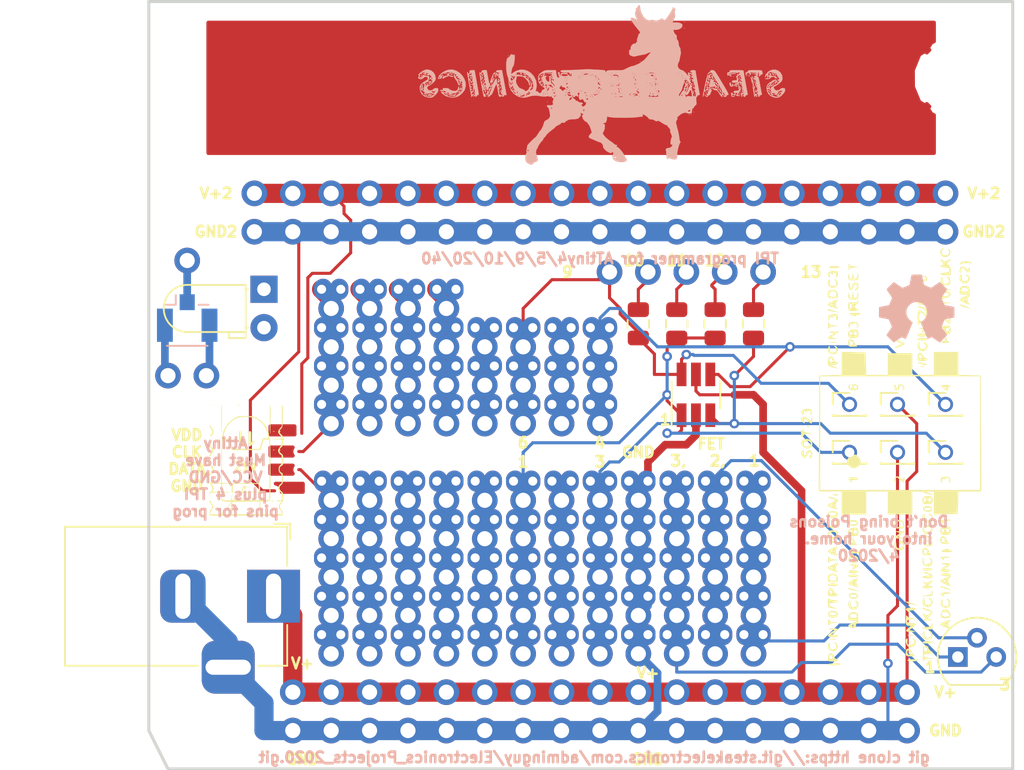
<source format=kicad_pcb>
(kicad_pcb (version 20171130) (host pcbnew 5.0.2+dfsg1-1~bpo9+1)

  (general
    (thickness 1.6002)
    (drawings 39)
    (tracks 326)
    (zones 0)
    (modules 211)
    (nets 1)
  )

  (page User 150.012 200)
  (title_block
    (title High-density-proto-board)
    (date "12 Jun 2014")
    (rev 0.10.a)
    (company "2014 - blog.spitzenpfeil.org")
  )

  (layers
    (0 Front signal)
    (31 Back signal)
    (36 B.SilkS user)
    (37 F.SilkS user)
    (38 B.Mask user)
    (39 F.Mask user)
    (44 Edge.Cuts user)
  )

  (setup
    (last_trace_width 0.508)
    (user_trace_width 0.2032)
    (user_trace_width 0.3048)
    (user_trace_width 0.4064)
    (user_trace_width 0.508)
    (user_trace_width 0.762)
    (user_trace_width 1.016)
    (user_trace_width 1.27)
    (trace_clearance 0.2032)
    (zone_clearance 0.25)
    (zone_45_only no)
    (trace_min 0.2032)
    (segment_width 0.2)
    (edge_width 0.2)
    (via_size 0.635)
    (via_drill 0.3302)
    (via_min_size 0.635)
    (via_min_drill 0.3302)
    (uvia_size 0.508)
    (uvia_drill 0.127)
    (uvias_allowed no)
    (uvia_min_size 0.508)
    (uvia_min_drill 0.127)
    (pcb_text_width 0.2)
    (pcb_text_size 1 1)
    (mod_edge_width 0.2)
    (mod_text_size 1 1)
    (mod_text_width 0.2)
    (pad_size 1 1)
    (pad_drill 0.65)
    (pad_to_mask_clearance 0)
    (solder_mask_min_width 0.25)
    (aux_axis_origin 0 0)
    (visible_elements 7FFFFF7F)
    (pcbplotparams
      (layerselection 0x010f0_ffffffff)
      (usegerberextensions true)
      (usegerberattributes false)
      (usegerberadvancedattributes false)
      (creategerberjobfile false)
      (excludeedgelayer true)
      (linewidth 0.150000)
      (plotframeref false)
      (viasonmask false)
      (mode 1)
      (useauxorigin false)
      (hpglpennumber 1)
      (hpglpenspeed 20)
      (hpglpendiameter 15.000000)
      (psnegative false)
      (psa4output false)
      (plotreference true)
      (plotvalue true)
      (plotinvisibletext false)
      (padsonsilk false)
      (subtractmaskfromsilk true)
      (outputformat 1)
      (mirror false)
      (drillshape 0)
      (scaleselection 1)
      (outputdirectory "gerbers_rev3/"))
  )

  (net 0 "")

  (net_class Default "This is the default net class."
    (clearance 0.2032)
    (trace_width 0.4064)
    (via_dia 0.635)
    (via_drill 0.3302)
    (uvia_dia 0.508)
    (uvia_drill 0.127)
  )

  (module Connector_PinHeader_1.27mm:PinHeader_1x01_P1.27mm_Vertical (layer Front) (tedit 5E804215) (tstamp 5E818D34)
    (at 76.835 84.455)
    (descr "Through hole straight pin header, 1x01, 1.27mm pitch, single row")
    (tags "Through hole pin header THT 1x01 1.27mm single row")
    (fp_text reference REF** (at 0 -1.695) (layer F.SilkS) hide
      (effects (font (size 1 1) (thickness 0.15)))
    )
    (fp_text value PinHeader_1x01_P1.27mm_Vertical (at 0 1.695) (layer F.Fab)
      (effects (font (size 1 1) (thickness 0.15)))
    )
    (fp_line (start -0.525 -0.635) (end 1.05 -0.635) (layer F.Fab) (width 0.1))
    (fp_line (start 1.05 -0.635) (end 1.05 0.635) (layer F.Fab) (width 0.1))
    (fp_line (start 1.05 0.635) (end -1.05 0.635) (layer F.Fab) (width 0.1))
    (fp_line (start -1.05 0.635) (end -1.05 -0.11) (layer F.Fab) (width 0.1))
    (fp_line (start -1.05 -0.11) (end -0.525 -0.635) (layer F.Fab) (width 0.1))
    (fp_line (start -1.11 0.76) (end 1.11 0.76) (layer F.SilkS) (width 0.12))
    (fp_line (start -1.11 0.76) (end -1.11 0.695) (layer F.SilkS) (width 0.12))
    (fp_line (start 1.11 0.76) (end 1.11 0.695) (layer F.SilkS) (width 0.12))
    (fp_line (start -1.11 0.76) (end -0.563471 0.76) (layer F.SilkS) (width 0.12))
    (fp_line (start 0.563471 0.76) (end 1.11 0.76) (layer F.SilkS) (width 0.12))
    (fp_line (start -1.11 0) (end -1.11 -0.76) (layer F.SilkS) (width 0.12))
    (fp_line (start -1.11 -0.76) (end 0 -0.76) (layer F.SilkS) (width 0.12))
    (fp_line (start -1.55 -1.15) (end -1.55 1.15) (layer F.CrtYd) (width 0.05))
    (fp_line (start -1.55 1.15) (end 1.55 1.15) (layer F.CrtYd) (width 0.05))
    (fp_line (start 1.55 1.15) (end 1.55 -1.15) (layer F.CrtYd) (width 0.05))
    (fp_line (start 1.55 -1.15) (end -1.55 -1.15) (layer F.CrtYd) (width 0.05))
    (fp_text user %R (at 0 0 90) (layer F.Fab)
      (effects (font (size 1 1) (thickness 0.15)))
    )
    (pad 1 thru_hole oval (at 0 0) (size 1 1) (drill 0.65) (layers *.Cu *.Mask))
    (model ${KISYS3DMOD}/Connector_PinHeader_1.27mm.3dshapes/PinHeader_1x01_P1.27mm_Vertical.wrl
      (at (xyz 0 0 0))
      (scale (xyz 1 1 1))
      (rotate (xyz 0 0 0))
    )
  )

  (module Connector_PinHeader_1.27mm:PinHeader_1x01_P1.27mm_Vertical (layer Front) (tedit 5E804215) (tstamp 5E818D0A)
    (at 80.01 84.455)
    (descr "Through hole straight pin header, 1x01, 1.27mm pitch, single row")
    (tags "Through hole pin header THT 1x01 1.27mm single row")
    (fp_text reference REF** (at 0 -1.695) (layer F.SilkS) hide
      (effects (font (size 1 1) (thickness 0.15)))
    )
    (fp_text value PinHeader_1x01_P1.27mm_Vertical (at 0 1.695) (layer F.Fab)
      (effects (font (size 1 1) (thickness 0.15)))
    )
    (fp_text user %R (at 0 0 90) (layer F.Fab)
      (effects (font (size 1 1) (thickness 0.15)))
    )
    (fp_line (start 1.55 -1.15) (end -1.55 -1.15) (layer F.CrtYd) (width 0.05))
    (fp_line (start 1.55 1.15) (end 1.55 -1.15) (layer F.CrtYd) (width 0.05))
    (fp_line (start -1.55 1.15) (end 1.55 1.15) (layer F.CrtYd) (width 0.05))
    (fp_line (start -1.55 -1.15) (end -1.55 1.15) (layer F.CrtYd) (width 0.05))
    (fp_line (start -1.11 -0.76) (end 0 -0.76) (layer F.SilkS) (width 0.12))
    (fp_line (start -1.11 0) (end -1.11 -0.76) (layer F.SilkS) (width 0.12))
    (fp_line (start 0.563471 0.76) (end 1.11 0.76) (layer F.SilkS) (width 0.12))
    (fp_line (start -1.11 0.76) (end -0.563471 0.76) (layer F.SilkS) (width 0.12))
    (fp_line (start 1.11 0.76) (end 1.11 0.695) (layer F.SilkS) (width 0.12))
    (fp_line (start -1.11 0.76) (end -1.11 0.695) (layer F.SilkS) (width 0.12))
    (fp_line (start -1.11 0.76) (end 1.11 0.76) (layer F.SilkS) (width 0.12))
    (fp_line (start -1.05 -0.11) (end -0.525 -0.635) (layer F.Fab) (width 0.1))
    (fp_line (start -1.05 0.635) (end -1.05 -0.11) (layer F.Fab) (width 0.1))
    (fp_line (start 1.05 0.635) (end -1.05 0.635) (layer F.Fab) (width 0.1))
    (fp_line (start 1.05 -0.635) (end 1.05 0.635) (layer F.Fab) (width 0.1))
    (fp_line (start -0.525 -0.635) (end 1.05 -0.635) (layer F.Fab) (width 0.1))
    (pad 1 thru_hole oval (at 0 0) (size 1 1) (drill 0.65) (layers *.Cu *.Mask))
    (model ${KISYS3DMOD}/Connector_PinHeader_1.27mm.3dshapes/PinHeader_1x01_P1.27mm_Vertical.wrl
      (at (xyz 0 0 0))
      (scale (xyz 1 1 1))
      (rotate (xyz 0 0 0))
    )
  )

  (module Connector_PinHeader_1.27mm:PinHeader_1x01_P1.27mm_Vertical (layer Front) (tedit 5E804215) (tstamp 5E818CE0)
    (at 83.185 84.455)
    (descr "Through hole straight pin header, 1x01, 1.27mm pitch, single row")
    (tags "Through hole pin header THT 1x01 1.27mm single row")
    (fp_text reference REF** (at 0 -1.695) (layer F.SilkS) hide
      (effects (font (size 1 1) (thickness 0.15)))
    )
    (fp_text value PinHeader_1x01_P1.27mm_Vertical (at 0 1.695) (layer F.Fab)
      (effects (font (size 1 1) (thickness 0.15)))
    )
    (fp_line (start -0.525 -0.635) (end 1.05 -0.635) (layer F.Fab) (width 0.1))
    (fp_line (start 1.05 -0.635) (end 1.05 0.635) (layer F.Fab) (width 0.1))
    (fp_line (start 1.05 0.635) (end -1.05 0.635) (layer F.Fab) (width 0.1))
    (fp_line (start -1.05 0.635) (end -1.05 -0.11) (layer F.Fab) (width 0.1))
    (fp_line (start -1.05 -0.11) (end -0.525 -0.635) (layer F.Fab) (width 0.1))
    (fp_line (start -1.11 0.76) (end 1.11 0.76) (layer F.SilkS) (width 0.12))
    (fp_line (start -1.11 0.76) (end -1.11 0.695) (layer F.SilkS) (width 0.12))
    (fp_line (start 1.11 0.76) (end 1.11 0.695) (layer F.SilkS) (width 0.12))
    (fp_line (start -1.11 0.76) (end -0.563471 0.76) (layer F.SilkS) (width 0.12))
    (fp_line (start 0.563471 0.76) (end 1.11 0.76) (layer F.SilkS) (width 0.12))
    (fp_line (start -1.11 0) (end -1.11 -0.76) (layer F.SilkS) (width 0.12))
    (fp_line (start -1.11 -0.76) (end 0 -0.76) (layer F.SilkS) (width 0.12))
    (fp_line (start -1.55 -1.15) (end -1.55 1.15) (layer F.CrtYd) (width 0.05))
    (fp_line (start -1.55 1.15) (end 1.55 1.15) (layer F.CrtYd) (width 0.05))
    (fp_line (start 1.55 1.15) (end 1.55 -1.15) (layer F.CrtYd) (width 0.05))
    (fp_line (start 1.55 -1.15) (end -1.55 -1.15) (layer F.CrtYd) (width 0.05))
    (fp_text user %R (at 0 0 90) (layer F.Fab)
      (effects (font (size 1 1) (thickness 0.15)))
    )
    (pad 1 thru_hole oval (at 0 0) (size 1 1) (drill 0.65) (layers *.Cu *.Mask))
    (model ${KISYS3DMOD}/Connector_PinHeader_1.27mm.3dshapes/PinHeader_1x01_P1.27mm_Vertical.wrl
      (at (xyz 0 0 0))
      (scale (xyz 1 1 1))
      (rotate (xyz 0 0 0))
    )
  )

  (module Connector_PinHeader_1.27mm:PinHeader_1x01_P1.27mm_Vertical (layer Front) (tedit 5E804215) (tstamp 5E818CB6)
    (at 83.185 81.28)
    (descr "Through hole straight pin header, 1x01, 1.27mm pitch, single row")
    (tags "Through hole pin header THT 1x01 1.27mm single row")
    (fp_text reference REF** (at 0 -1.695) (layer F.SilkS) hide
      (effects (font (size 1 1) (thickness 0.15)))
    )
    (fp_text value PinHeader_1x01_P1.27mm_Vertical (at 0 1.695) (layer F.Fab)
      (effects (font (size 1 1) (thickness 0.15)))
    )
    (fp_text user %R (at 0 0 90) (layer F.Fab)
      (effects (font (size 1 1) (thickness 0.15)))
    )
    (fp_line (start 1.55 -1.15) (end -1.55 -1.15) (layer F.CrtYd) (width 0.05))
    (fp_line (start 1.55 1.15) (end 1.55 -1.15) (layer F.CrtYd) (width 0.05))
    (fp_line (start -1.55 1.15) (end 1.55 1.15) (layer F.CrtYd) (width 0.05))
    (fp_line (start -1.55 -1.15) (end -1.55 1.15) (layer F.CrtYd) (width 0.05))
    (fp_line (start -1.11 -0.76) (end 0 -0.76) (layer F.SilkS) (width 0.12))
    (fp_line (start -1.11 0) (end -1.11 -0.76) (layer F.SilkS) (width 0.12))
    (fp_line (start 0.563471 0.76) (end 1.11 0.76) (layer F.SilkS) (width 0.12))
    (fp_line (start -1.11 0.76) (end -0.563471 0.76) (layer F.SilkS) (width 0.12))
    (fp_line (start 1.11 0.76) (end 1.11 0.695) (layer F.SilkS) (width 0.12))
    (fp_line (start -1.11 0.76) (end -1.11 0.695) (layer F.SilkS) (width 0.12))
    (fp_line (start -1.11 0.76) (end 1.11 0.76) (layer F.SilkS) (width 0.12))
    (fp_line (start -1.05 -0.11) (end -0.525 -0.635) (layer F.Fab) (width 0.1))
    (fp_line (start -1.05 0.635) (end -1.05 -0.11) (layer F.Fab) (width 0.1))
    (fp_line (start 1.05 0.635) (end -1.05 0.635) (layer F.Fab) (width 0.1))
    (fp_line (start 1.05 -0.635) (end 1.05 0.635) (layer F.Fab) (width 0.1))
    (fp_line (start -0.525 -0.635) (end 1.05 -0.635) (layer F.Fab) (width 0.1))
    (pad 1 thru_hole oval (at 0 0) (size 1 1) (drill 0.65) (layers *.Cu *.Mask))
    (model ${KISYS3DMOD}/Connector_PinHeader_1.27mm.3dshapes/PinHeader_1x01_P1.27mm_Vertical.wrl
      (at (xyz 0 0 0))
      (scale (xyz 1 1 1))
      (rotate (xyz 0 0 0))
    )
  )

  (module Connector_PinHeader_1.27mm:PinHeader_1x01_P1.27mm_Vertical (layer Front) (tedit 5E804215) (tstamp 5E818C8C)
    (at 80.01 81.28)
    (descr "Through hole straight pin header, 1x01, 1.27mm pitch, single row")
    (tags "Through hole pin header THT 1x01 1.27mm single row")
    (fp_text reference REF** (at 0 -1.695) (layer F.SilkS) hide
      (effects (font (size 1 1) (thickness 0.15)))
    )
    (fp_text value PinHeader_1x01_P1.27mm_Vertical (at 0 1.695) (layer F.Fab)
      (effects (font (size 1 1) (thickness 0.15)))
    )
    (fp_line (start -0.525 -0.635) (end 1.05 -0.635) (layer F.Fab) (width 0.1))
    (fp_line (start 1.05 -0.635) (end 1.05 0.635) (layer F.Fab) (width 0.1))
    (fp_line (start 1.05 0.635) (end -1.05 0.635) (layer F.Fab) (width 0.1))
    (fp_line (start -1.05 0.635) (end -1.05 -0.11) (layer F.Fab) (width 0.1))
    (fp_line (start -1.05 -0.11) (end -0.525 -0.635) (layer F.Fab) (width 0.1))
    (fp_line (start -1.11 0.76) (end 1.11 0.76) (layer F.SilkS) (width 0.12))
    (fp_line (start -1.11 0.76) (end -1.11 0.695) (layer F.SilkS) (width 0.12))
    (fp_line (start 1.11 0.76) (end 1.11 0.695) (layer F.SilkS) (width 0.12))
    (fp_line (start -1.11 0.76) (end -0.563471 0.76) (layer F.SilkS) (width 0.12))
    (fp_line (start 0.563471 0.76) (end 1.11 0.76) (layer F.SilkS) (width 0.12))
    (fp_line (start -1.11 0) (end -1.11 -0.76) (layer F.SilkS) (width 0.12))
    (fp_line (start -1.11 -0.76) (end 0 -0.76) (layer F.SilkS) (width 0.12))
    (fp_line (start -1.55 -1.15) (end -1.55 1.15) (layer F.CrtYd) (width 0.05))
    (fp_line (start -1.55 1.15) (end 1.55 1.15) (layer F.CrtYd) (width 0.05))
    (fp_line (start 1.55 1.15) (end 1.55 -1.15) (layer F.CrtYd) (width 0.05))
    (fp_line (start 1.55 -1.15) (end -1.55 -1.15) (layer F.CrtYd) (width 0.05))
    (fp_text user %R (at 0 0 90) (layer F.Fab)
      (effects (font (size 1 1) (thickness 0.15)))
    )
    (pad 1 thru_hole oval (at 0 0) (size 1 1) (drill 0.65) (layers *.Cu *.Mask))
    (model ${KISYS3DMOD}/Connector_PinHeader_1.27mm.3dshapes/PinHeader_1x01_P1.27mm_Vertical.wrl
      (at (xyz 0 0 0))
      (scale (xyz 1 1 1))
      (rotate (xyz 0 0 0))
    )
  )

  (module footprints:PinHeader_1x01_EDIT (layer Front) (tedit 5E6DA448) (tstamp 5E80805A)
    (at 67.945 102.87)
    (descr "Through hole straight pin header, 1x01, 2.54mm pitch, single row")
    (tags "Through hole pin header THT 1x01 2.54mm single row")
    (fp_text reference REF** (at 0 -2.33) (layer F.SilkS) hide
      (effects (font (size 1 1) (thickness 0.15)))
    )
    (fp_text value PinHeader_1x01_P2.54mm_Vertical (at 0 2.33) (layer F.Fab)
      (effects (font (size 1 1) (thickness 0.15)))
    )
    (fp_text user %R (at 0 0 90) (layer F.Fab)
      (effects (font (size 1 1) (thickness 0.15)))
    )
    (fp_line (start 1.8 -1.8) (end -1.8 -1.8) (layer F.CrtYd) (width 0.05))
    (fp_line (start 1.8 1.8) (end 1.8 -1.8) (layer F.CrtYd) (width 0.05))
    (fp_line (start -1.8 1.8) (end 1.8 1.8) (layer F.CrtYd) (width 0.05))
    (fp_line (start -1.8 -1.8) (end -1.8 1.8) (layer F.CrtYd) (width 0.05))
    (fp_line (start -1.27 -0.635) (end -0.635 -1.27) (layer F.Fab) (width 0.1))
    (fp_line (start -1.27 1.27) (end -1.27 -0.635) (layer F.Fab) (width 0.1))
    (fp_line (start 1.27 -1.27) (end 1.27 1.27) (layer F.Fab) (width 0.1))
    (fp_line (start -0.635 -1.27) (end 1.27 -1.27) (layer F.Fab) (width 0.1))
    (pad 1 thru_hole oval (at 0 0) (size 1.7 1.7) (drill 1) (layers *.Cu *.Mask))
    (model ${KISYS3DMOD}/Connector_PinHeader_2.54mm.3dshapes/PinHeader_1x01_P2.54mm_Vertical.wrl
      (at (xyz 0 0 0))
      (scale (xyz 1 1 1))
      (rotate (xyz 0 0 0))
    )
  )

  (module Resistor_SMD:R_0805_2012Metric (layer Front) (tedit 5E803B8F) (tstamp 5E806144)
    (at 70.485 75.946 270)
    (descr "Resistor SMD 0805 (2012 Metric), square (rectangular) end terminal, IPC_7351 nominal, (Body size source: https://docs.google.com/spreadsheets/d/1BsfQQcO9C6DZCsRaXUlFlo91Tg2WpOkGARC1WS5S8t0/edit?usp=sharing), generated with kicad-footprint-generator")
    (tags resistor)
    (attr smd)
    (fp_text reference REF** (at 0 -1.65 270) (layer F.SilkS) hide
      (effects (font (size 1 1) (thickness 0.15)))
    )
    (fp_text value R_0805_2012Metric (at 0 1.65 270) (layer F.Fab)
      (effects (font (size 1 1) (thickness 0.15)))
    )
    (fp_line (start -1 0.6) (end -1 -0.6) (layer F.Fab) (width 0.1))
    (fp_line (start -1 -0.6) (end 1 -0.6) (layer F.Fab) (width 0.1))
    (fp_line (start 1 -0.6) (end 1 0.6) (layer F.Fab) (width 0.1))
    (fp_line (start 1 0.6) (end -1 0.6) (layer F.Fab) (width 0.1))
    (fp_line (start -0.258578 -0.71) (end 0.258578 -0.71) (layer F.SilkS) (width 0.12))
    (fp_line (start -0.258578 0.71) (end 0.258578 0.71) (layer F.SilkS) (width 0.12))
    (fp_line (start -1.68 0.95) (end -1.68 -0.95) (layer F.CrtYd) (width 0.05))
    (fp_line (start -1.68 -0.95) (end 1.68 -0.95) (layer F.CrtYd) (width 0.05))
    (fp_line (start 1.68 -0.95) (end 1.68 0.95) (layer F.CrtYd) (width 0.05))
    (fp_line (start 1.68 0.95) (end -1.68 0.95) (layer F.CrtYd) (width 0.05))
    (fp_text user %R (at 0 0 270) (layer F.Fab)
      (effects (font (size 0.5 0.5) (thickness 0.08)))
    )
    (pad 1 smd roundrect (at -0.9375 0 270) (size 0.975 1.4) (layers Front F.Paste F.Mask) (roundrect_rratio 0.25))
    (pad 2 smd roundrect (at 0.9375 0 270) (size 0.975 1.4) (layers Front F.Paste F.Mask) (roundrect_rratio 0.25))
    (model ${KISYS3DMOD}/Resistor_SMD.3dshapes/R_0805_2012Metric.wrl
      (at (xyz 0 0 0))
      (scale (xyz 1 1 1))
      (rotate (xyz 0 0 0))
    )
  )

  (module Resistor_SMD:R_0805_2012Metric (layer Front) (tedit 5E803B8F) (tstamp 5E806124)
    (at 67.945 75.946 270)
    (descr "Resistor SMD 0805 (2012 Metric), square (rectangular) end terminal, IPC_7351 nominal, (Body size source: https://docs.google.com/spreadsheets/d/1BsfQQcO9C6DZCsRaXUlFlo91Tg2WpOkGARC1WS5S8t0/edit?usp=sharing), generated with kicad-footprint-generator")
    (tags resistor)
    (attr smd)
    (fp_text reference REF** (at 0 -1.65 270) (layer F.SilkS) hide
      (effects (font (size 1 1) (thickness 0.15)))
    )
    (fp_text value R_0805_2012Metric (at 0 1.65 270) (layer F.Fab)
      (effects (font (size 1 1) (thickness 0.15)))
    )
    (fp_text user %R (at 0 0 270) (layer F.Fab)
      (effects (font (size 0.5 0.5) (thickness 0.08)))
    )
    (fp_line (start 1.68 0.95) (end -1.68 0.95) (layer F.CrtYd) (width 0.05))
    (fp_line (start 1.68 -0.95) (end 1.68 0.95) (layer F.CrtYd) (width 0.05))
    (fp_line (start -1.68 -0.95) (end 1.68 -0.95) (layer F.CrtYd) (width 0.05))
    (fp_line (start -1.68 0.95) (end -1.68 -0.95) (layer F.CrtYd) (width 0.05))
    (fp_line (start -0.258578 0.71) (end 0.258578 0.71) (layer F.SilkS) (width 0.12))
    (fp_line (start -0.258578 -0.71) (end 0.258578 -0.71) (layer F.SilkS) (width 0.12))
    (fp_line (start 1 0.6) (end -1 0.6) (layer F.Fab) (width 0.1))
    (fp_line (start 1 -0.6) (end 1 0.6) (layer F.Fab) (width 0.1))
    (fp_line (start -1 -0.6) (end 1 -0.6) (layer F.Fab) (width 0.1))
    (fp_line (start -1 0.6) (end -1 -0.6) (layer F.Fab) (width 0.1))
    (pad 2 smd roundrect (at 0.9375 0 270) (size 0.975 1.4) (layers Front F.Paste F.Mask) (roundrect_rratio 0.25))
    (pad 1 smd roundrect (at -0.9375 0 270) (size 0.975 1.4) (layers Front F.Paste F.Mask) (roundrect_rratio 0.25))
    (model ${KISYS3DMOD}/Resistor_SMD.3dshapes/R_0805_2012Metric.wrl
      (at (xyz 0 0 0))
      (scale (xyz 1 1 1))
      (rotate (xyz 0 0 0))
    )
  )

  (module Resistor_SMD:R_0805_2012Metric (layer Front) (tedit 5E803B8F) (tstamp 5E806104)
    (at 65.405 75.946 270)
    (descr "Resistor SMD 0805 (2012 Metric), square (rectangular) end terminal, IPC_7351 nominal, (Body size source: https://docs.google.com/spreadsheets/d/1BsfQQcO9C6DZCsRaXUlFlo91Tg2WpOkGARC1WS5S8t0/edit?usp=sharing), generated with kicad-footprint-generator")
    (tags resistor)
    (attr smd)
    (fp_text reference REF** (at 0 -1.65 270) (layer F.SilkS) hide
      (effects (font (size 1 1) (thickness 0.15)))
    )
    (fp_text value R_0805_2012Metric (at 0 1.65 270) (layer F.Fab)
      (effects (font (size 1 1) (thickness 0.15)))
    )
    (fp_line (start -1 0.6) (end -1 -0.6) (layer F.Fab) (width 0.1))
    (fp_line (start -1 -0.6) (end 1 -0.6) (layer F.Fab) (width 0.1))
    (fp_line (start 1 -0.6) (end 1 0.6) (layer F.Fab) (width 0.1))
    (fp_line (start 1 0.6) (end -1 0.6) (layer F.Fab) (width 0.1))
    (fp_line (start -0.258578 -0.71) (end 0.258578 -0.71) (layer F.SilkS) (width 0.12))
    (fp_line (start -0.258578 0.71) (end 0.258578 0.71) (layer F.SilkS) (width 0.12))
    (fp_line (start -1.68 0.95) (end -1.68 -0.95) (layer F.CrtYd) (width 0.05))
    (fp_line (start -1.68 -0.95) (end 1.68 -0.95) (layer F.CrtYd) (width 0.05))
    (fp_line (start 1.68 -0.95) (end 1.68 0.95) (layer F.CrtYd) (width 0.05))
    (fp_line (start 1.68 0.95) (end -1.68 0.95) (layer F.CrtYd) (width 0.05))
    (fp_text user %R (at 0 0 270) (layer F.Fab)
      (effects (font (size 0.5 0.5) (thickness 0.08)))
    )
    (pad 1 smd roundrect (at -0.9375 0 270) (size 0.975 1.4) (layers Front F.Paste F.Mask) (roundrect_rratio 0.25))
    (pad 2 smd roundrect (at 0.9375 0 270) (size 0.975 1.4) (layers Front F.Paste F.Mask) (roundrect_rratio 0.25))
    (model ${KISYS3DMOD}/Resistor_SMD.3dshapes/R_0805_2012Metric.wrl
      (at (xyz 0 0 0))
      (scale (xyz 1 1 1))
      (rotate (xyz 0 0 0))
    )
  )

  (module footprints:PinHeader_1x01_EDIT (layer Front) (tedit 5E6DA448) (tstamp 5E802CF1)
    (at 60.96 72.517)
    (descr "Through hole straight pin header, 1x01, 2.54mm pitch, single row")
    (tags "Through hole pin header THT 1x01 2.54mm single row")
    (fp_text reference REF** (at 0 -2.33) (layer F.SilkS) hide
      (effects (font (size 1 1) (thickness 0.15)))
    )
    (fp_text value PinHeader_1x01_P2.54mm_Vertical (at 0 2.33) (layer F.Fab)
      (effects (font (size 1 1) (thickness 0.15)))
    )
    (fp_line (start -0.635 -1.27) (end 1.27 -1.27) (layer F.Fab) (width 0.1))
    (fp_line (start 1.27 -1.27) (end 1.27 1.27) (layer F.Fab) (width 0.1))
    (fp_line (start -1.27 1.27) (end -1.27 -0.635) (layer F.Fab) (width 0.1))
    (fp_line (start -1.27 -0.635) (end -0.635 -1.27) (layer F.Fab) (width 0.1))
    (fp_line (start -1.8 -1.8) (end -1.8 1.8) (layer F.CrtYd) (width 0.05))
    (fp_line (start -1.8 1.8) (end 1.8 1.8) (layer F.CrtYd) (width 0.05))
    (fp_line (start 1.8 1.8) (end 1.8 -1.8) (layer F.CrtYd) (width 0.05))
    (fp_line (start 1.8 -1.8) (end -1.8 -1.8) (layer F.CrtYd) (width 0.05))
    (fp_text user %R (at 0 0 90) (layer F.Fab)
      (effects (font (size 1 1) (thickness 0.15)))
    )
    (pad 1 thru_hole oval (at 0 0) (size 1.7 1.7) (drill 1) (layers *.Cu *.Mask))
    (model ${KISYS3DMOD}/Connector_PinHeader_2.54mm.3dshapes/PinHeader_1x01_P2.54mm_Vertical.wrl
      (at (xyz 0 0 0))
      (scale (xyz 1 1 1))
      (rotate (xyz 0 0 0))
    )
  )

  (module footprints:PinHeader_1x01_EDIT (layer Front) (tedit 5E6DA448) (tstamp 5E802CD7)
    (at 71.12 72.517)
    (descr "Through hole straight pin header, 1x01, 2.54mm pitch, single row")
    (tags "Through hole pin header THT 1x01 2.54mm single row")
    (fp_text reference REF** (at 0 -2.33) (layer F.SilkS) hide
      (effects (font (size 1 1) (thickness 0.15)))
    )
    (fp_text value PinHeader_1x01_P2.54mm_Vertical (at 0 2.33) (layer F.Fab)
      (effects (font (size 1 1) (thickness 0.15)))
    )
    (fp_text user %R (at 0 0 90) (layer F.Fab)
      (effects (font (size 1 1) (thickness 0.15)))
    )
    (fp_line (start 1.8 -1.8) (end -1.8 -1.8) (layer F.CrtYd) (width 0.05))
    (fp_line (start 1.8 1.8) (end 1.8 -1.8) (layer F.CrtYd) (width 0.05))
    (fp_line (start -1.8 1.8) (end 1.8 1.8) (layer F.CrtYd) (width 0.05))
    (fp_line (start -1.8 -1.8) (end -1.8 1.8) (layer F.CrtYd) (width 0.05))
    (fp_line (start -1.27 -0.635) (end -0.635 -1.27) (layer F.Fab) (width 0.1))
    (fp_line (start -1.27 1.27) (end -1.27 -0.635) (layer F.Fab) (width 0.1))
    (fp_line (start 1.27 -1.27) (end 1.27 1.27) (layer F.Fab) (width 0.1))
    (fp_line (start -0.635 -1.27) (end 1.27 -1.27) (layer F.Fab) (width 0.1))
    (pad 1 thru_hole oval (at 0 0) (size 1.7 1.7) (drill 1) (layers *.Cu *.Mask))
    (model ${KISYS3DMOD}/Connector_PinHeader_2.54mm.3dshapes/PinHeader_1x01_P2.54mm_Vertical.wrl
      (at (xyz 0 0 0))
      (scale (xyz 1 1 1))
      (rotate (xyz 0 0 0))
    )
  )

  (module footprints:PinHeader_1x01_EDIT (layer Front) (tedit 5E6DA448) (tstamp 5E802CBD)
    (at 68.58 72.517)
    (descr "Through hole straight pin header, 1x01, 2.54mm pitch, single row")
    (tags "Through hole pin header THT 1x01 2.54mm single row")
    (fp_text reference REF** (at 0 -2.33) (layer F.SilkS) hide
      (effects (font (size 1 1) (thickness 0.15)))
    )
    (fp_text value PinHeader_1x01_P2.54mm_Vertical (at 0 2.33) (layer F.Fab)
      (effects (font (size 1 1) (thickness 0.15)))
    )
    (fp_line (start -0.635 -1.27) (end 1.27 -1.27) (layer F.Fab) (width 0.1))
    (fp_line (start 1.27 -1.27) (end 1.27 1.27) (layer F.Fab) (width 0.1))
    (fp_line (start -1.27 1.27) (end -1.27 -0.635) (layer F.Fab) (width 0.1))
    (fp_line (start -1.27 -0.635) (end -0.635 -1.27) (layer F.Fab) (width 0.1))
    (fp_line (start -1.8 -1.8) (end -1.8 1.8) (layer F.CrtYd) (width 0.05))
    (fp_line (start -1.8 1.8) (end 1.8 1.8) (layer F.CrtYd) (width 0.05))
    (fp_line (start 1.8 1.8) (end 1.8 -1.8) (layer F.CrtYd) (width 0.05))
    (fp_line (start 1.8 -1.8) (end -1.8 -1.8) (layer F.CrtYd) (width 0.05))
    (fp_text user %R (at 0 0 90) (layer F.Fab)
      (effects (font (size 1 1) (thickness 0.15)))
    )
    (pad 1 thru_hole oval (at 0 0) (size 1.7 1.7) (drill 1) (layers *.Cu *.Mask))
    (model ${KISYS3DMOD}/Connector_PinHeader_2.54mm.3dshapes/PinHeader_1x01_P2.54mm_Vertical.wrl
      (at (xyz 0 0 0))
      (scale (xyz 1 1 1))
      (rotate (xyz 0 0 0))
    )
  )

  (module footprints:PinHeader_1x01_EDIT (layer Front) (tedit 5E6DA448) (tstamp 5E802CA3)
    (at 66.04 72.517)
    (descr "Through hole straight pin header, 1x01, 2.54mm pitch, single row")
    (tags "Through hole pin header THT 1x01 2.54mm single row")
    (fp_text reference REF** (at 0 -2.33) (layer F.SilkS) hide
      (effects (font (size 1 1) (thickness 0.15)))
    )
    (fp_text value PinHeader_1x01_P2.54mm_Vertical (at 0 2.33) (layer F.Fab)
      (effects (font (size 1 1) (thickness 0.15)))
    )
    (fp_text user %R (at 0 0 90) (layer F.Fab)
      (effects (font (size 1 1) (thickness 0.15)))
    )
    (fp_line (start 1.8 -1.8) (end -1.8 -1.8) (layer F.CrtYd) (width 0.05))
    (fp_line (start 1.8 1.8) (end 1.8 -1.8) (layer F.CrtYd) (width 0.05))
    (fp_line (start -1.8 1.8) (end 1.8 1.8) (layer F.CrtYd) (width 0.05))
    (fp_line (start -1.8 -1.8) (end -1.8 1.8) (layer F.CrtYd) (width 0.05))
    (fp_line (start -1.27 -0.635) (end -0.635 -1.27) (layer F.Fab) (width 0.1))
    (fp_line (start -1.27 1.27) (end -1.27 -0.635) (layer F.Fab) (width 0.1))
    (fp_line (start 1.27 -1.27) (end 1.27 1.27) (layer F.Fab) (width 0.1))
    (fp_line (start -0.635 -1.27) (end 1.27 -1.27) (layer F.Fab) (width 0.1))
    (pad 1 thru_hole oval (at 0 0) (size 1.7 1.7) (drill 1) (layers *.Cu *.Mask))
    (model ${KISYS3DMOD}/Connector_PinHeader_2.54mm.3dshapes/PinHeader_1x01_P2.54mm_Vertical.wrl
      (at (xyz 0 0 0))
      (scale (xyz 1 1 1))
      (rotate (xyz 0 0 0))
    )
  )

  (module footprints:PinHeader_1x01_EDIT (layer Front) (tedit 5E6DA448) (tstamp 5E802C89)
    (at 63.5 72.517)
    (descr "Through hole straight pin header, 1x01, 2.54mm pitch, single row")
    (tags "Through hole pin header THT 1x01 2.54mm single row")
    (fp_text reference REF** (at 0 -2.33) (layer F.SilkS) hide
      (effects (font (size 1 1) (thickness 0.15)))
    )
    (fp_text value PinHeader_1x01_P2.54mm_Vertical (at 0 2.33) (layer F.Fab)
      (effects (font (size 1 1) (thickness 0.15)))
    )
    (fp_line (start -0.635 -1.27) (end 1.27 -1.27) (layer F.Fab) (width 0.1))
    (fp_line (start 1.27 -1.27) (end 1.27 1.27) (layer F.Fab) (width 0.1))
    (fp_line (start -1.27 1.27) (end -1.27 -0.635) (layer F.Fab) (width 0.1))
    (fp_line (start -1.27 -0.635) (end -0.635 -1.27) (layer F.Fab) (width 0.1))
    (fp_line (start -1.8 -1.8) (end -1.8 1.8) (layer F.CrtYd) (width 0.05))
    (fp_line (start -1.8 1.8) (end 1.8 1.8) (layer F.CrtYd) (width 0.05))
    (fp_line (start 1.8 1.8) (end 1.8 -1.8) (layer F.CrtYd) (width 0.05))
    (fp_line (start 1.8 -1.8) (end -1.8 -1.8) (layer F.CrtYd) (width 0.05))
    (fp_text user %R (at 0 0 90) (layer F.Fab)
      (effects (font (size 1 1) (thickness 0.15)))
    )
    (pad 1 thru_hole oval (at 0 0) (size 1.7 1.7) (drill 1) (layers *.Cu *.Mask))
    (model ${KISYS3DMOD}/Connector_PinHeader_2.54mm.3dshapes/PinHeader_1x01_P2.54mm_Vertical.wrl
      (at (xyz 0 0 0))
      (scale (xyz 1 1 1))
      (rotate (xyz 0 0 0))
    )
  )

  (module footprints:PinHeader_1x01_EDIT (layer Front) (tedit 5E6DA448) (tstamp 5E6FCA27)
    (at 73.025 69.85)
    (descr "Through hole straight pin header, 1x01, 2.54mm pitch, single row")
    (tags "Through hole pin header THT 1x01 2.54mm single row")
    (fp_text reference REF** (at 0 -2.33) (layer F.SilkS) hide
      (effects (font (size 1 1) (thickness 0.15)))
    )
    (fp_text value PinHeader_1x01_P2.54mm_Vertical (at 0 2.33) (layer F.Fab)
      (effects (font (size 1 1) (thickness 0.15)))
    )
    (fp_text user %R (at 0 0 90) (layer F.Fab)
      (effects (font (size 1 1) (thickness 0.15)))
    )
    (fp_line (start 1.8 -1.8) (end -1.8 -1.8) (layer F.CrtYd) (width 0.05))
    (fp_line (start 1.8 1.8) (end 1.8 -1.8) (layer F.CrtYd) (width 0.05))
    (fp_line (start -1.8 1.8) (end 1.8 1.8) (layer F.CrtYd) (width 0.05))
    (fp_line (start -1.8 -1.8) (end -1.8 1.8) (layer F.CrtYd) (width 0.05))
    (fp_line (start -1.27 -0.635) (end -0.635 -1.27) (layer F.Fab) (width 0.1))
    (fp_line (start -1.27 1.27) (end -1.27 -0.635) (layer F.Fab) (width 0.1))
    (fp_line (start 1.27 -1.27) (end 1.27 1.27) (layer F.Fab) (width 0.1))
    (fp_line (start -0.635 -1.27) (end 1.27 -1.27) (layer F.Fab) (width 0.1))
    (pad 1 thru_hole oval (at 0 0) (size 1.7 1.7) (drill 1) (layers *.Cu *.Mask))
    (model ${KISYS3DMOD}/Connector_PinHeader_2.54mm.3dshapes/PinHeader_1x01_P2.54mm_Vertical.wrl
      (at (xyz 0 0 0))
      (scale (xyz 1 1 1))
      (rotate (xyz 0 0 0))
    )
  )

  (module footprints:PinHeader_1x01_EDIT (layer Front) (tedit 5E6DA448) (tstamp 5E6FC9F2)
    (at 70.485 69.85)
    (descr "Through hole straight pin header, 1x01, 2.54mm pitch, single row")
    (tags "Through hole pin header THT 1x01 2.54mm single row")
    (fp_text reference REF** (at 0 -2.33) (layer F.SilkS) hide
      (effects (font (size 1 1) (thickness 0.15)))
    )
    (fp_text value PinHeader_1x01_P2.54mm_Vertical (at 0 2.33) (layer F.Fab)
      (effects (font (size 1 1) (thickness 0.15)))
    )
    (fp_line (start -0.635 -1.27) (end 1.27 -1.27) (layer F.Fab) (width 0.1))
    (fp_line (start 1.27 -1.27) (end 1.27 1.27) (layer F.Fab) (width 0.1))
    (fp_line (start -1.27 1.27) (end -1.27 -0.635) (layer F.Fab) (width 0.1))
    (fp_line (start -1.27 -0.635) (end -0.635 -1.27) (layer F.Fab) (width 0.1))
    (fp_line (start -1.8 -1.8) (end -1.8 1.8) (layer F.CrtYd) (width 0.05))
    (fp_line (start -1.8 1.8) (end 1.8 1.8) (layer F.CrtYd) (width 0.05))
    (fp_line (start 1.8 1.8) (end 1.8 -1.8) (layer F.CrtYd) (width 0.05))
    (fp_line (start 1.8 -1.8) (end -1.8 -1.8) (layer F.CrtYd) (width 0.05))
    (fp_text user %R (at 0 0 90) (layer F.Fab)
      (effects (font (size 1 1) (thickness 0.15)))
    )
    (pad 1 thru_hole oval (at 0 0) (size 1.7 1.7) (drill 1) (layers *.Cu *.Mask))
    (model ${KISYS3DMOD}/Connector_PinHeader_2.54mm.3dshapes/PinHeader_1x01_P2.54mm_Vertical.wrl
      (at (xyz 0 0 0))
      (scale (xyz 1 1 1))
      (rotate (xyz 0 0 0))
    )
  )

  (module footprints:PinHeader_1x01_EDIT (layer Front) (tedit 5E6DA448) (tstamp 5E6E99A1)
    (at 67.945 69.85)
    (descr "Through hole straight pin header, 1x01, 2.54mm pitch, single row")
    (tags "Through hole pin header THT 1x01 2.54mm single row")
    (fp_text reference REF** (at 0 -2.33) (layer F.SilkS) hide
      (effects (font (size 1 1) (thickness 0.15)))
    )
    (fp_text value PinHeader_1x01_P2.54mm_Vertical (at 0 2.33) (layer F.Fab)
      (effects (font (size 1 1) (thickness 0.15)))
    )
    (fp_line (start -0.635 -1.27) (end 1.27 -1.27) (layer F.Fab) (width 0.1))
    (fp_line (start 1.27 -1.27) (end 1.27 1.27) (layer F.Fab) (width 0.1))
    (fp_line (start -1.27 1.27) (end -1.27 -0.635) (layer F.Fab) (width 0.1))
    (fp_line (start -1.27 -0.635) (end -0.635 -1.27) (layer F.Fab) (width 0.1))
    (fp_line (start -1.8 -1.8) (end -1.8 1.8) (layer F.CrtYd) (width 0.05))
    (fp_line (start -1.8 1.8) (end 1.8 1.8) (layer F.CrtYd) (width 0.05))
    (fp_line (start 1.8 1.8) (end 1.8 -1.8) (layer F.CrtYd) (width 0.05))
    (fp_line (start 1.8 -1.8) (end -1.8 -1.8) (layer F.CrtYd) (width 0.05))
    (fp_text user %R (at 0 0 90) (layer F.Fab)
      (effects (font (size 1 1) (thickness 0.15)))
    )
    (pad 1 thru_hole oval (at 0 0) (size 1.7 1.7) (drill 1) (layers *.Cu *.Mask))
    (model ${KISYS3DMOD}/Connector_PinHeader_2.54mm.3dshapes/PinHeader_1x01_P2.54mm_Vertical.wrl
      (at (xyz 0 0 0))
      (scale (xyz 1 1 1))
      (rotate (xyz 0 0 0))
    )
  )

  (module footprints:PinHeader_1x01_EDIT (layer Front) (tedit 5E6DA448) (tstamp 5E6E9905)
    (at 65.405 69.85)
    (descr "Through hole straight pin header, 1x01, 2.54mm pitch, single row")
    (tags "Through hole pin header THT 1x01 2.54mm single row")
    (fp_text reference REF** (at 0 -2.33) (layer F.SilkS) hide
      (effects (font (size 1 1) (thickness 0.15)))
    )
    (fp_text value PinHeader_1x01_P2.54mm_Vertical (at 0 2.33) (layer F.Fab)
      (effects (font (size 1 1) (thickness 0.15)))
    )
    (fp_text user %R (at 0 0 90) (layer F.Fab)
      (effects (font (size 1 1) (thickness 0.15)))
    )
    (fp_line (start 1.8 -1.8) (end -1.8 -1.8) (layer F.CrtYd) (width 0.05))
    (fp_line (start 1.8 1.8) (end 1.8 -1.8) (layer F.CrtYd) (width 0.05))
    (fp_line (start -1.8 1.8) (end 1.8 1.8) (layer F.CrtYd) (width 0.05))
    (fp_line (start -1.8 -1.8) (end -1.8 1.8) (layer F.CrtYd) (width 0.05))
    (fp_line (start -1.27 -0.635) (end -0.635 -1.27) (layer F.Fab) (width 0.1))
    (fp_line (start -1.27 1.27) (end -1.27 -0.635) (layer F.Fab) (width 0.1))
    (fp_line (start 1.27 -1.27) (end 1.27 1.27) (layer F.Fab) (width 0.1))
    (fp_line (start -0.635 -1.27) (end 1.27 -1.27) (layer F.Fab) (width 0.1))
    (pad 1 thru_hole oval (at 0 0) (size 1.7 1.7) (drill 1) (layers *.Cu *.Mask))
    (model ${KISYS3DMOD}/Connector_PinHeader_2.54mm.3dshapes/PinHeader_1x01_P2.54mm_Vertical.wrl
      (at (xyz 0 0 0))
      (scale (xyz 1 1 1))
      (rotate (xyz 0 0 0))
    )
  )

  (module MountingHole:MountingHole_4.3mm_M4 (layer Front) (tedit 5E6DC4FF) (tstamp 5E79B29C)
    (at 83.82 59.69)
    (descr "Mounting Hole 4.3mm, no annular, M4")
    (tags "mounting hole 4.3mm no annular m4")
    (attr virtual)
    (fp_text reference REF** (at 0 -5.3) (layer F.SilkS) hide
      (effects (font (size 1 1) (thickness 0.15)))
    )
    (fp_text value MountingHole_4.3mm_M4 (at 0 5.3) (layer F.Fab)
      (effects (font (size 1 1) (thickness 0.15)))
    )
    (fp_circle (center 0 0) (end 4.55 0) (layer F.CrtYd) (width 0.05))
    (fp_circle (center 0 0) (end 4.3 0) (layer Cmts.User) (width 0.15))
    (fp_text user %R (at 0.3 0) (layer F.Fab)
      (effects (font (size 1 1) (thickness 0.15)))
    )
    (pad 1 np_thru_hole circle (at 0 0) (size 4.3 4.3) (drill 4.3) (layers *.Cu *.Mask))
  )

  (module footprints:PinHeader_1x01_EDIT (layer Back) (tedit 5E6DA448) (tstamp 5E70B54C)
    (at 33.02 71.755)
    (descr "Through hole straight pin header, 1x01, 2.54mm pitch, single row")
    (tags "Through hole pin header THT 1x01 2.54mm single row")
    (fp_text reference REF** (at 0 2.33) (layer B.SilkS) hide
      (effects (font (size 1 1) (thickness 0.15)) (justify mirror))
    )
    (fp_text value PinHeader_1x01_P2.54mm_Vertical (at 0 -2.33) (layer B.Fab)
      (effects (font (size 1 1) (thickness 0.15)) (justify mirror))
    )
    (fp_line (start -0.635 1.27) (end 1.27 1.27) (layer B.Fab) (width 0.1))
    (fp_line (start 1.27 1.27) (end 1.27 -1.27) (layer B.Fab) (width 0.1))
    (fp_line (start -1.27 -1.27) (end -1.27 0.635) (layer B.Fab) (width 0.1))
    (fp_line (start -1.27 0.635) (end -0.635 1.27) (layer B.Fab) (width 0.1))
    (fp_line (start -1.8 1.8) (end -1.8 -1.8) (layer B.CrtYd) (width 0.05))
    (fp_line (start -1.8 -1.8) (end 1.8 -1.8) (layer B.CrtYd) (width 0.05))
    (fp_line (start 1.8 -1.8) (end 1.8 1.8) (layer B.CrtYd) (width 0.05))
    (fp_line (start 1.8 1.8) (end -1.8 1.8) (layer B.CrtYd) (width 0.05))
    (fp_text user %R (at 0 0 -90) (layer B.Fab)
      (effects (font (size 1 1) (thickness 0.15)) (justify mirror))
    )
    (pad 1 thru_hole oval (at 0 0) (size 1.7 1.7) (drill 1) (layers *.Cu *.Mask))
    (model ${KISYS3DMOD}/Connector_PinHeader_2.54mm.3dshapes/PinHeader_1x01_P2.54mm_Vertical.wrl
      (at (xyz 0 0 0))
      (scale (xyz 1 1 1))
      (rotate (xyz 0 0 0))
    )
  )

  (module footprints:PinHeader_1x01_EDIT (layer Back) (tedit 5E6DA448) (tstamp 5E70B532)
    (at 34.29 79.375)
    (descr "Through hole straight pin header, 1x01, 2.54mm pitch, single row")
    (tags "Through hole pin header THT 1x01 2.54mm single row")
    (fp_text reference REF** (at 0 2.33) (layer B.SilkS) hide
      (effects (font (size 1 1) (thickness 0.15)) (justify mirror))
    )
    (fp_text value PinHeader_1x01_P2.54mm_Vertical (at 0 -2.33) (layer B.Fab)
      (effects (font (size 1 1) (thickness 0.15)) (justify mirror))
    )
    (fp_text user %R (at 0 0 -90) (layer B.Fab)
      (effects (font (size 1 1) (thickness 0.15)) (justify mirror))
    )
    (fp_line (start 1.8 1.8) (end -1.8 1.8) (layer B.CrtYd) (width 0.05))
    (fp_line (start 1.8 -1.8) (end 1.8 1.8) (layer B.CrtYd) (width 0.05))
    (fp_line (start -1.8 -1.8) (end 1.8 -1.8) (layer B.CrtYd) (width 0.05))
    (fp_line (start -1.8 1.8) (end -1.8 -1.8) (layer B.CrtYd) (width 0.05))
    (fp_line (start -1.27 0.635) (end -0.635 1.27) (layer B.Fab) (width 0.1))
    (fp_line (start -1.27 -1.27) (end -1.27 0.635) (layer B.Fab) (width 0.1))
    (fp_line (start 1.27 1.27) (end 1.27 -1.27) (layer B.Fab) (width 0.1))
    (fp_line (start -0.635 1.27) (end 1.27 1.27) (layer B.Fab) (width 0.1))
    (pad 1 thru_hole oval (at 0 0) (size 1.7 1.7) (drill 1) (layers *.Cu *.Mask))
    (model ${KISYS3DMOD}/Connector_PinHeader_2.54mm.3dshapes/PinHeader_1x01_P2.54mm_Vertical.wrl
      (at (xyz 0 0 0))
      (scale (xyz 1 1 1))
      (rotate (xyz 0 0 0))
    )
  )

  (module footprints:PinHeader_1x01_EDIT (layer Back) (tedit 5E6DA448) (tstamp 5E70B518)
    (at 31.75 79.375)
    (descr "Through hole straight pin header, 1x01, 2.54mm pitch, single row")
    (tags "Through hole pin header THT 1x01 2.54mm single row")
    (fp_text reference REF** (at 0 2.33) (layer B.SilkS) hide
      (effects (font (size 1 1) (thickness 0.15)) (justify mirror))
    )
    (fp_text value PinHeader_1x01_P2.54mm_Vertical (at 0 -2.33) (layer B.Fab)
      (effects (font (size 1 1) (thickness 0.15)) (justify mirror))
    )
    (fp_line (start -0.635 1.27) (end 1.27 1.27) (layer B.Fab) (width 0.1))
    (fp_line (start 1.27 1.27) (end 1.27 -1.27) (layer B.Fab) (width 0.1))
    (fp_line (start -1.27 -1.27) (end -1.27 0.635) (layer B.Fab) (width 0.1))
    (fp_line (start -1.27 0.635) (end -0.635 1.27) (layer B.Fab) (width 0.1))
    (fp_line (start -1.8 1.8) (end -1.8 -1.8) (layer B.CrtYd) (width 0.05))
    (fp_line (start -1.8 -1.8) (end 1.8 -1.8) (layer B.CrtYd) (width 0.05))
    (fp_line (start 1.8 -1.8) (end 1.8 1.8) (layer B.CrtYd) (width 0.05))
    (fp_line (start 1.8 1.8) (end -1.8 1.8) (layer B.CrtYd) (width 0.05))
    (fp_text user %R (at 0 0 -90) (layer B.Fab)
      (effects (font (size 1 1) (thickness 0.15)) (justify mirror))
    )
    (pad 1 thru_hole oval (at 0 0) (size 1.7 1.7) (drill 1) (layers *.Cu *.Mask))
    (model ${KISYS3DMOD}/Connector_PinHeader_2.54mm.3dshapes/PinHeader_1x01_P2.54mm_Vertical.wrl
      (at (xyz 0 0 0))
      (scale (xyz 1 1 1))
      (rotate (xyz 0 0 0))
    )
  )

  (module footprints:PinHeader_1x01_EDIT (layer Front) (tedit 5E6DA448) (tstamp 5E6FCA82)
    (at 83.185 69.85)
    (descr "Through hole straight pin header, 1x01, 2.54mm pitch, single row")
    (tags "Through hole pin header THT 1x01 2.54mm single row")
    (fp_text reference REF** (at 0 -2.33) (layer F.SilkS) hide
      (effects (font (size 1 1) (thickness 0.15)))
    )
    (fp_text value PinHeader_1x01_P2.54mm_Vertical (at 0 2.33) (layer F.Fab)
      (effects (font (size 1 1) (thickness 0.15)))
    )
    (fp_line (start -0.635 -1.27) (end 1.27 -1.27) (layer F.Fab) (width 0.1))
    (fp_line (start 1.27 -1.27) (end 1.27 1.27) (layer F.Fab) (width 0.1))
    (fp_line (start -1.27 1.27) (end -1.27 -0.635) (layer F.Fab) (width 0.1))
    (fp_line (start -1.27 -0.635) (end -0.635 -1.27) (layer F.Fab) (width 0.1))
    (fp_line (start -1.8 -1.8) (end -1.8 1.8) (layer F.CrtYd) (width 0.05))
    (fp_line (start -1.8 1.8) (end 1.8 1.8) (layer F.CrtYd) (width 0.05))
    (fp_line (start 1.8 1.8) (end 1.8 -1.8) (layer F.CrtYd) (width 0.05))
    (fp_line (start 1.8 -1.8) (end -1.8 -1.8) (layer F.CrtYd) (width 0.05))
    (fp_text user %R (at 0 0 90) (layer F.Fab)
      (effects (font (size 1 1) (thickness 0.15)))
    )
    (pad 1 thru_hole oval (at 0 0) (size 1.7 1.7) (drill 1) (layers *.Cu *.Mask))
    (model ${KISYS3DMOD}/Connector_PinHeader_2.54mm.3dshapes/PinHeader_1x01_P2.54mm_Vertical.wrl
      (at (xyz 0 0 0))
      (scale (xyz 1 1 1))
      (rotate (xyz 0 0 0))
    )
  )

  (module footprints:PinHeader_1x01_EDIT (layer Front) (tedit 5E6DA448) (tstamp 5E6FCA68)
    (at 70.485 67.31)
    (descr "Through hole straight pin header, 1x01, 2.54mm pitch, single row")
    (tags "Through hole pin header THT 1x01 2.54mm single row")
    (fp_text reference REF** (at 0 -2.33) (layer F.SilkS) hide
      (effects (font (size 1 1) (thickness 0.15)))
    )
    (fp_text value PinHeader_1x01_P2.54mm_Vertical (at 0 2.33) (layer F.Fab)
      (effects (font (size 1 1) (thickness 0.15)))
    )
    (fp_text user %R (at 0 0 90) (layer F.Fab)
      (effects (font (size 1 1) (thickness 0.15)))
    )
    (fp_line (start 1.8 -1.8) (end -1.8 -1.8) (layer F.CrtYd) (width 0.05))
    (fp_line (start 1.8 1.8) (end 1.8 -1.8) (layer F.CrtYd) (width 0.05))
    (fp_line (start -1.8 1.8) (end 1.8 1.8) (layer F.CrtYd) (width 0.05))
    (fp_line (start -1.8 -1.8) (end -1.8 1.8) (layer F.CrtYd) (width 0.05))
    (fp_line (start -1.27 -0.635) (end -0.635 -1.27) (layer F.Fab) (width 0.1))
    (fp_line (start -1.27 1.27) (end -1.27 -0.635) (layer F.Fab) (width 0.1))
    (fp_line (start 1.27 -1.27) (end 1.27 1.27) (layer F.Fab) (width 0.1))
    (fp_line (start -0.635 -1.27) (end 1.27 -1.27) (layer F.Fab) (width 0.1))
    (pad 1 thru_hole oval (at 0 0) (size 1.7 1.7) (drill 1) (layers *.Cu *.Mask))
    (model ${KISYS3DMOD}/Connector_PinHeader_2.54mm.3dshapes/PinHeader_1x01_P2.54mm_Vertical.wrl
      (at (xyz 0 0 0))
      (scale (xyz 1 1 1))
      (rotate (xyz 0 0 0))
    )
  )

  (module footprints:PinHeader_1x01_EDIT (layer Front) (tedit 5E6DA448) (tstamp 5E6FCA34)
    (at 83.185 67.31)
    (descr "Through hole straight pin header, 1x01, 2.54mm pitch, single row")
    (tags "Through hole pin header THT 1x01 2.54mm single row")
    (fp_text reference REF** (at 0 -2.33) (layer F.SilkS) hide
      (effects (font (size 1 1) (thickness 0.15)))
    )
    (fp_text value PinHeader_1x01_P2.54mm_Vertical (at 0 2.33) (layer F.Fab)
      (effects (font (size 1 1) (thickness 0.15)))
    )
    (fp_text user %R (at 0 0 90) (layer F.Fab)
      (effects (font (size 1 1) (thickness 0.15)))
    )
    (fp_line (start 1.8 -1.8) (end -1.8 -1.8) (layer F.CrtYd) (width 0.05))
    (fp_line (start 1.8 1.8) (end 1.8 -1.8) (layer F.CrtYd) (width 0.05))
    (fp_line (start -1.8 1.8) (end 1.8 1.8) (layer F.CrtYd) (width 0.05))
    (fp_line (start -1.8 -1.8) (end -1.8 1.8) (layer F.CrtYd) (width 0.05))
    (fp_line (start -1.27 -0.635) (end -0.635 -1.27) (layer F.Fab) (width 0.1))
    (fp_line (start -1.27 1.27) (end -1.27 -0.635) (layer F.Fab) (width 0.1))
    (fp_line (start 1.27 -1.27) (end 1.27 1.27) (layer F.Fab) (width 0.1))
    (fp_line (start -0.635 -1.27) (end 1.27 -1.27) (layer F.Fab) (width 0.1))
    (pad 1 thru_hole oval (at 0 0) (size 1.7 1.7) (drill 1) (layers *.Cu *.Mask))
    (model ${KISYS3DMOD}/Connector_PinHeader_2.54mm.3dshapes/PinHeader_1x01_P2.54mm_Vertical.wrl
      (at (xyz 0 0 0))
      (scale (xyz 1 1 1))
      (rotate (xyz 0 0 0))
    )
  )

  (module footprints:PinHeader_1x01_EDIT (layer Front) (tedit 5E6DA448) (tstamp 5E6FC9D8)
    (at 75.565 67.31)
    (descr "Through hole straight pin header, 1x01, 2.54mm pitch, single row")
    (tags "Through hole pin header THT 1x01 2.54mm single row")
    (fp_text reference REF** (at 0 -2.33) (layer F.SilkS) hide
      (effects (font (size 1 1) (thickness 0.15)))
    )
    (fp_text value PinHeader_1x01_P2.54mm_Vertical (at 0 2.33) (layer F.Fab)
      (effects (font (size 1 1) (thickness 0.15)))
    )
    (fp_line (start -0.635 -1.27) (end 1.27 -1.27) (layer F.Fab) (width 0.1))
    (fp_line (start 1.27 -1.27) (end 1.27 1.27) (layer F.Fab) (width 0.1))
    (fp_line (start -1.27 1.27) (end -1.27 -0.635) (layer F.Fab) (width 0.1))
    (fp_line (start -1.27 -0.635) (end -0.635 -1.27) (layer F.Fab) (width 0.1))
    (fp_line (start -1.8 -1.8) (end -1.8 1.8) (layer F.CrtYd) (width 0.05))
    (fp_line (start -1.8 1.8) (end 1.8 1.8) (layer F.CrtYd) (width 0.05))
    (fp_line (start 1.8 1.8) (end 1.8 -1.8) (layer F.CrtYd) (width 0.05))
    (fp_line (start 1.8 -1.8) (end -1.8 -1.8) (layer F.CrtYd) (width 0.05))
    (fp_text user %R (at 0 0 90) (layer F.Fab)
      (effects (font (size 1 1) (thickness 0.15)))
    )
    (pad 1 thru_hole oval (at 0 0) (size 1.7 1.7) (drill 1) (layers *.Cu *.Mask))
    (model ${KISYS3DMOD}/Connector_PinHeader_2.54mm.3dshapes/PinHeader_1x01_P2.54mm_Vertical.wrl
      (at (xyz 0 0 0))
      (scale (xyz 1 1 1))
      (rotate (xyz 0 0 0))
    )
  )

  (module footprints:PinHeader_1x01_EDIT (layer Front) (tedit 5E6DA448) (tstamp 5E6FC9BD)
    (at 78.105 69.85)
    (descr "Through hole straight pin header, 1x01, 2.54mm pitch, single row")
    (tags "Through hole pin header THT 1x01 2.54mm single row")
    (fp_text reference REF** (at 0 -2.33) (layer F.SilkS) hide
      (effects (font (size 1 1) (thickness 0.15)))
    )
    (fp_text value PinHeader_1x01_P2.54mm_Vertical (at 0 2.33) (layer F.Fab)
      (effects (font (size 1 1) (thickness 0.15)))
    )
    (fp_line (start -0.635 -1.27) (end 1.27 -1.27) (layer F.Fab) (width 0.1))
    (fp_line (start 1.27 -1.27) (end 1.27 1.27) (layer F.Fab) (width 0.1))
    (fp_line (start -1.27 1.27) (end -1.27 -0.635) (layer F.Fab) (width 0.1))
    (fp_line (start -1.27 -0.635) (end -0.635 -1.27) (layer F.Fab) (width 0.1))
    (fp_line (start -1.8 -1.8) (end -1.8 1.8) (layer F.CrtYd) (width 0.05))
    (fp_line (start -1.8 1.8) (end 1.8 1.8) (layer F.CrtYd) (width 0.05))
    (fp_line (start 1.8 1.8) (end 1.8 -1.8) (layer F.CrtYd) (width 0.05))
    (fp_line (start 1.8 -1.8) (end -1.8 -1.8) (layer F.CrtYd) (width 0.05))
    (fp_text user %R (at 0 0 90) (layer F.Fab)
      (effects (font (size 1 1) (thickness 0.15)))
    )
    (pad 1 thru_hole oval (at 0 0) (size 1.7 1.7) (drill 1) (layers *.Cu *.Mask))
    (model ${KISYS3DMOD}/Connector_PinHeader_2.54mm.3dshapes/PinHeader_1x01_P2.54mm_Vertical.wrl
      (at (xyz 0 0 0))
      (scale (xyz 1 1 1))
      (rotate (xyz 0 0 0))
    )
  )

  (module footprints:PinHeader_1x01_EDIT (layer Front) (tedit 5E6DA448) (tstamp 5E6FC9A3)
    (at 78.105 67.31)
    (descr "Through hole straight pin header, 1x01, 2.54mm pitch, single row")
    (tags "Through hole pin header THT 1x01 2.54mm single row")
    (fp_text reference REF** (at 0 -2.33) (layer F.SilkS) hide
      (effects (font (size 1 1) (thickness 0.15)))
    )
    (fp_text value PinHeader_1x01_P2.54mm_Vertical (at 0 2.33) (layer F.Fab)
      (effects (font (size 1 1) (thickness 0.15)))
    )
    (fp_text user %R (at 0 0 90) (layer F.Fab)
      (effects (font (size 1 1) (thickness 0.15)))
    )
    (fp_line (start 1.8 -1.8) (end -1.8 -1.8) (layer F.CrtYd) (width 0.05))
    (fp_line (start 1.8 1.8) (end 1.8 -1.8) (layer F.CrtYd) (width 0.05))
    (fp_line (start -1.8 1.8) (end 1.8 1.8) (layer F.CrtYd) (width 0.05))
    (fp_line (start -1.8 -1.8) (end -1.8 1.8) (layer F.CrtYd) (width 0.05))
    (fp_line (start -1.27 -0.635) (end -0.635 -1.27) (layer F.Fab) (width 0.1))
    (fp_line (start -1.27 1.27) (end -1.27 -0.635) (layer F.Fab) (width 0.1))
    (fp_line (start 1.27 -1.27) (end 1.27 1.27) (layer F.Fab) (width 0.1))
    (fp_line (start -0.635 -1.27) (end 1.27 -1.27) (layer F.Fab) (width 0.1))
    (pad 1 thru_hole oval (at 0 0) (size 1.7 1.7) (drill 1) (layers *.Cu *.Mask))
    (model ${KISYS3DMOD}/Connector_PinHeader_2.54mm.3dshapes/PinHeader_1x01_P2.54mm_Vertical.wrl
      (at (xyz 0 0 0))
      (scale (xyz 1 1 1))
      (rotate (xyz 0 0 0))
    )
  )

  (module footprints:PinHeader_1x01_EDIT (layer Front) (tedit 5E6DA448) (tstamp 5E6FC996)
    (at 80.645 67.31)
    (descr "Through hole straight pin header, 1x01, 2.54mm pitch, single row")
    (tags "Through hole pin header THT 1x01 2.54mm single row")
    (fp_text reference REF** (at 0 -2.33) (layer F.SilkS) hide
      (effects (font (size 1 1) (thickness 0.15)))
    )
    (fp_text value PinHeader_1x01_P2.54mm_Vertical (at 0 2.33) (layer F.Fab)
      (effects (font (size 1 1) (thickness 0.15)))
    )
    (fp_line (start -0.635 -1.27) (end 1.27 -1.27) (layer F.Fab) (width 0.1))
    (fp_line (start 1.27 -1.27) (end 1.27 1.27) (layer F.Fab) (width 0.1))
    (fp_line (start -1.27 1.27) (end -1.27 -0.635) (layer F.Fab) (width 0.1))
    (fp_line (start -1.27 -0.635) (end -0.635 -1.27) (layer F.Fab) (width 0.1))
    (fp_line (start -1.8 -1.8) (end -1.8 1.8) (layer F.CrtYd) (width 0.05))
    (fp_line (start -1.8 1.8) (end 1.8 1.8) (layer F.CrtYd) (width 0.05))
    (fp_line (start 1.8 1.8) (end 1.8 -1.8) (layer F.CrtYd) (width 0.05))
    (fp_line (start 1.8 -1.8) (end -1.8 -1.8) (layer F.CrtYd) (width 0.05))
    (fp_text user %R (at 0 0 90) (layer F.Fab)
      (effects (font (size 1 1) (thickness 0.15)))
    )
    (pad 1 thru_hole oval (at 0 0) (size 1.7 1.7) (drill 1) (layers *.Cu *.Mask))
    (model ${KISYS3DMOD}/Connector_PinHeader_2.54mm.3dshapes/PinHeader_1x01_P2.54mm_Vertical.wrl
      (at (xyz 0 0 0))
      (scale (xyz 1 1 1))
      (rotate (xyz 0 0 0))
    )
  )

  (module footprints:PinHeader_1x01_EDIT (layer Front) (tedit 5E6DA448) (tstamp 5E6FC97B)
    (at 73.025 67.31)
    (descr "Through hole straight pin header, 1x01, 2.54mm pitch, single row")
    (tags "Through hole pin header THT 1x01 2.54mm single row")
    (fp_text reference REF** (at 0 -2.33) (layer F.SilkS) hide
      (effects (font (size 1 1) (thickness 0.15)))
    )
    (fp_text value PinHeader_1x01_P2.54mm_Vertical (at 0 2.33) (layer F.Fab)
      (effects (font (size 1 1) (thickness 0.15)))
    )
    (fp_line (start -0.635 -1.27) (end 1.27 -1.27) (layer F.Fab) (width 0.1))
    (fp_line (start 1.27 -1.27) (end 1.27 1.27) (layer F.Fab) (width 0.1))
    (fp_line (start -1.27 1.27) (end -1.27 -0.635) (layer F.Fab) (width 0.1))
    (fp_line (start -1.27 -0.635) (end -0.635 -1.27) (layer F.Fab) (width 0.1))
    (fp_line (start -1.8 -1.8) (end -1.8 1.8) (layer F.CrtYd) (width 0.05))
    (fp_line (start -1.8 1.8) (end 1.8 1.8) (layer F.CrtYd) (width 0.05))
    (fp_line (start 1.8 1.8) (end 1.8 -1.8) (layer F.CrtYd) (width 0.05))
    (fp_line (start 1.8 -1.8) (end -1.8 -1.8) (layer F.CrtYd) (width 0.05))
    (fp_text user %R (at 0 0 90) (layer F.Fab)
      (effects (font (size 1 1) (thickness 0.15)))
    )
    (pad 1 thru_hole oval (at 0 0) (size 1.7 1.7) (drill 1) (layers *.Cu *.Mask))
    (model ${KISYS3DMOD}/Connector_PinHeader_2.54mm.3dshapes/PinHeader_1x01_P2.54mm_Vertical.wrl
      (at (xyz 0 0 0))
      (scale (xyz 1 1 1))
      (rotate (xyz 0 0 0))
    )
  )

  (module footprints:PinHeader_1x01_EDIT (layer Front) (tedit 5E6DA448) (tstamp 5E6FC96E)
    (at 75.565 69.85)
    (descr "Through hole straight pin header, 1x01, 2.54mm pitch, single row")
    (tags "Through hole pin header THT 1x01 2.54mm single row")
    (fp_text reference REF** (at 0 -2.33) (layer F.SilkS) hide
      (effects (font (size 1 1) (thickness 0.15)))
    )
    (fp_text value PinHeader_1x01_P2.54mm_Vertical (at 0 2.33) (layer F.Fab)
      (effects (font (size 1 1) (thickness 0.15)))
    )
    (fp_text user %R (at 0 0 90) (layer F.Fab)
      (effects (font (size 1 1) (thickness 0.15)))
    )
    (fp_line (start 1.8 -1.8) (end -1.8 -1.8) (layer F.CrtYd) (width 0.05))
    (fp_line (start 1.8 1.8) (end 1.8 -1.8) (layer F.CrtYd) (width 0.05))
    (fp_line (start -1.8 1.8) (end 1.8 1.8) (layer F.CrtYd) (width 0.05))
    (fp_line (start -1.8 -1.8) (end -1.8 1.8) (layer F.CrtYd) (width 0.05))
    (fp_line (start -1.27 -0.635) (end -0.635 -1.27) (layer F.Fab) (width 0.1))
    (fp_line (start -1.27 1.27) (end -1.27 -0.635) (layer F.Fab) (width 0.1))
    (fp_line (start 1.27 -1.27) (end 1.27 1.27) (layer F.Fab) (width 0.1))
    (fp_line (start -0.635 -1.27) (end 1.27 -1.27) (layer F.Fab) (width 0.1))
    (pad 1 thru_hole oval (at 0 0) (size 1.7 1.7) (drill 1) (layers *.Cu *.Mask))
    (model ${KISYS3DMOD}/Connector_PinHeader_2.54mm.3dshapes/PinHeader_1x01_P2.54mm_Vertical.wrl
      (at (xyz 0 0 0))
      (scale (xyz 1 1 1))
      (rotate (xyz 0 0 0))
    )
  )

  (module footprints:PinHeader_1x01_EDIT (layer Front) (tedit 5E6DA448) (tstamp 5E6FC961)
    (at 80.645 69.85)
    (descr "Through hole straight pin header, 1x01, 2.54mm pitch, single row")
    (tags "Through hole pin header THT 1x01 2.54mm single row")
    (fp_text reference REF** (at 0 -2.33) (layer F.SilkS) hide
      (effects (font (size 1 1) (thickness 0.15)))
    )
    (fp_text value PinHeader_1x01_P2.54mm_Vertical (at 0 2.33) (layer F.Fab)
      (effects (font (size 1 1) (thickness 0.15)))
    )
    (fp_text user %R (at 0 0 90) (layer F.Fab)
      (effects (font (size 1 1) (thickness 0.15)))
    )
    (fp_line (start 1.8 -1.8) (end -1.8 -1.8) (layer F.CrtYd) (width 0.05))
    (fp_line (start 1.8 1.8) (end 1.8 -1.8) (layer F.CrtYd) (width 0.05))
    (fp_line (start -1.8 1.8) (end 1.8 1.8) (layer F.CrtYd) (width 0.05))
    (fp_line (start -1.8 -1.8) (end -1.8 1.8) (layer F.CrtYd) (width 0.05))
    (fp_line (start -1.27 -0.635) (end -0.635 -1.27) (layer F.Fab) (width 0.1))
    (fp_line (start -1.27 1.27) (end -1.27 -0.635) (layer F.Fab) (width 0.1))
    (fp_line (start 1.27 -1.27) (end 1.27 1.27) (layer F.Fab) (width 0.1))
    (fp_line (start -0.635 -1.27) (end 1.27 -1.27) (layer F.Fab) (width 0.1))
    (pad 1 thru_hole oval (at 0 0) (size 1.7 1.7) (drill 1) (layers *.Cu *.Mask))
    (model ${KISYS3DMOD}/Connector_PinHeader_2.54mm.3dshapes/PinHeader_1x01_P2.54mm_Vertical.wrl
      (at (xyz 0 0 0))
      (scale (xyz 1 1 1))
      (rotate (xyz 0 0 0))
    )
  )

  (module footprints:PinHeader_1x01_EDIT (layer Front) (tedit 5E6DA448) (tstamp 5E6FC6C7)
    (at 80.645 102.87)
    (descr "Through hole straight pin header, 1x01, 2.54mm pitch, single row")
    (tags "Through hole pin header THT 1x01 2.54mm single row")
    (fp_text reference REF** (at 0 -2.33) (layer F.SilkS) hide
      (effects (font (size 1 1) (thickness 0.15)))
    )
    (fp_text value PinHeader_1x01_P2.54mm_Vertical (at 0 2.33) (layer F.Fab)
      (effects (font (size 1 1) (thickness 0.15)))
    )
    (fp_line (start -0.635 -1.27) (end 1.27 -1.27) (layer F.Fab) (width 0.1))
    (fp_line (start 1.27 -1.27) (end 1.27 1.27) (layer F.Fab) (width 0.1))
    (fp_line (start -1.27 1.27) (end -1.27 -0.635) (layer F.Fab) (width 0.1))
    (fp_line (start -1.27 -0.635) (end -0.635 -1.27) (layer F.Fab) (width 0.1))
    (fp_line (start -1.8 -1.8) (end -1.8 1.8) (layer F.CrtYd) (width 0.05))
    (fp_line (start -1.8 1.8) (end 1.8 1.8) (layer F.CrtYd) (width 0.05))
    (fp_line (start 1.8 1.8) (end 1.8 -1.8) (layer F.CrtYd) (width 0.05))
    (fp_line (start 1.8 -1.8) (end -1.8 -1.8) (layer F.CrtYd) (width 0.05))
    (fp_text user %R (at 0 0 90) (layer F.Fab)
      (effects (font (size 1 1) (thickness 0.15)))
    )
    (pad 1 thru_hole oval (at 0 0) (size 1.7 1.7) (drill 1) (layers *.Cu *.Mask))
    (model ${KISYS3DMOD}/Connector_PinHeader_2.54mm.3dshapes/PinHeader_1x01_P2.54mm_Vertical.wrl
      (at (xyz 0 0 0))
      (scale (xyz 1 1 1))
      (rotate (xyz 0 0 0))
    )
  )

  (module footprints:PinHeader_1x01_EDIT (layer Front) (tedit 5E6DA448) (tstamp 5E6FC6A0)
    (at 75.565 102.87)
    (descr "Through hole straight pin header, 1x01, 2.54mm pitch, single row")
    (tags "Through hole pin header THT 1x01 2.54mm single row")
    (fp_text reference REF** (at 0 -2.33) (layer F.SilkS) hide
      (effects (font (size 1 1) (thickness 0.15)))
    )
    (fp_text value PinHeader_1x01_P2.54mm_Vertical (at 0 2.33) (layer F.Fab)
      (effects (font (size 1 1) (thickness 0.15)))
    )
    (fp_line (start -0.635 -1.27) (end 1.27 -1.27) (layer F.Fab) (width 0.1))
    (fp_line (start 1.27 -1.27) (end 1.27 1.27) (layer F.Fab) (width 0.1))
    (fp_line (start -1.27 1.27) (end -1.27 -0.635) (layer F.Fab) (width 0.1))
    (fp_line (start -1.27 -0.635) (end -0.635 -1.27) (layer F.Fab) (width 0.1))
    (fp_line (start -1.8 -1.8) (end -1.8 1.8) (layer F.CrtYd) (width 0.05))
    (fp_line (start -1.8 1.8) (end 1.8 1.8) (layer F.CrtYd) (width 0.05))
    (fp_line (start 1.8 1.8) (end 1.8 -1.8) (layer F.CrtYd) (width 0.05))
    (fp_line (start 1.8 -1.8) (end -1.8 -1.8) (layer F.CrtYd) (width 0.05))
    (fp_text user %R (at 0 0 90) (layer F.Fab)
      (effects (font (size 1 1) (thickness 0.15)))
    )
    (pad 1 thru_hole oval (at 0 0) (size 1.7 1.7) (drill 1) (layers *.Cu *.Mask))
    (model ${KISYS3DMOD}/Connector_PinHeader_2.54mm.3dshapes/PinHeader_1x01_P2.54mm_Vertical.wrl
      (at (xyz 0 0 0))
      (scale (xyz 1 1 1))
      (rotate (xyz 0 0 0))
    )
  )

  (module footprints:PinHeader_1x01_EDIT (layer Front) (tedit 5E6DA448) (tstamp 5E6FC685)
    (at 70.485 102.87)
    (descr "Through hole straight pin header, 1x01, 2.54mm pitch, single row")
    (tags "Through hole pin header THT 1x01 2.54mm single row")
    (fp_text reference REF** (at 0 -2.33) (layer F.SilkS) hide
      (effects (font (size 1 1) (thickness 0.15)))
    )
    (fp_text value PinHeader_1x01_P2.54mm_Vertical (at 0 2.33) (layer F.Fab)
      (effects (font (size 1 1) (thickness 0.15)))
    )
    (fp_text user %R (at 0 0 90) (layer F.Fab)
      (effects (font (size 1 1) (thickness 0.15)))
    )
    (fp_line (start 1.8 -1.8) (end -1.8 -1.8) (layer F.CrtYd) (width 0.05))
    (fp_line (start 1.8 1.8) (end 1.8 -1.8) (layer F.CrtYd) (width 0.05))
    (fp_line (start -1.8 1.8) (end 1.8 1.8) (layer F.CrtYd) (width 0.05))
    (fp_line (start -1.8 -1.8) (end -1.8 1.8) (layer F.CrtYd) (width 0.05))
    (fp_line (start -1.27 -0.635) (end -0.635 -1.27) (layer F.Fab) (width 0.1))
    (fp_line (start -1.27 1.27) (end -1.27 -0.635) (layer F.Fab) (width 0.1))
    (fp_line (start 1.27 -1.27) (end 1.27 1.27) (layer F.Fab) (width 0.1))
    (fp_line (start -0.635 -1.27) (end 1.27 -1.27) (layer F.Fab) (width 0.1))
    (pad 1 thru_hole oval (at 0 0) (size 1.7 1.7) (drill 1) (layers *.Cu *.Mask))
    (model ${KISYS3DMOD}/Connector_PinHeader_2.54mm.3dshapes/PinHeader_1x01_P2.54mm_Vertical.wrl
      (at (xyz 0 0 0))
      (scale (xyz 1 1 1))
      (rotate (xyz 0 0 0))
    )
  )

  (module footprints:PinHeader_1x01_EDIT (layer Front) (tedit 5E6DA448) (tstamp 5E6FC644)
    (at 78.105 102.87)
    (descr "Through hole straight pin header, 1x01, 2.54mm pitch, single row")
    (tags "Through hole pin header THT 1x01 2.54mm single row")
    (fp_text reference REF** (at 0 -2.33) (layer F.SilkS) hide
      (effects (font (size 1 1) (thickness 0.15)))
    )
    (fp_text value PinHeader_1x01_P2.54mm_Vertical (at 0 2.33) (layer F.Fab)
      (effects (font (size 1 1) (thickness 0.15)))
    )
    (fp_text user %R (at 0 0 90) (layer F.Fab)
      (effects (font (size 1 1) (thickness 0.15)))
    )
    (fp_line (start 1.8 -1.8) (end -1.8 -1.8) (layer F.CrtYd) (width 0.05))
    (fp_line (start 1.8 1.8) (end 1.8 -1.8) (layer F.CrtYd) (width 0.05))
    (fp_line (start -1.8 1.8) (end 1.8 1.8) (layer F.CrtYd) (width 0.05))
    (fp_line (start -1.8 -1.8) (end -1.8 1.8) (layer F.CrtYd) (width 0.05))
    (fp_line (start -1.27 -0.635) (end -0.635 -1.27) (layer F.Fab) (width 0.1))
    (fp_line (start -1.27 1.27) (end -1.27 -0.635) (layer F.Fab) (width 0.1))
    (fp_line (start 1.27 -1.27) (end 1.27 1.27) (layer F.Fab) (width 0.1))
    (fp_line (start -0.635 -1.27) (end 1.27 -1.27) (layer F.Fab) (width 0.1))
    (pad 1 thru_hole oval (at 0 0) (size 1.7 1.7) (drill 1) (layers *.Cu *.Mask))
    (model ${KISYS3DMOD}/Connector_PinHeader_2.54mm.3dshapes/PinHeader_1x01_P2.54mm_Vertical.wrl
      (at (xyz 0 0 0))
      (scale (xyz 1 1 1))
      (rotate (xyz 0 0 0))
    )
  )

  (module footprints:PinHeader_1x01_EDIT (layer Front) (tedit 5E6DA448) (tstamp 5E6FC61C)
    (at 73.025 102.87)
    (descr "Through hole straight pin header, 1x01, 2.54mm pitch, single row")
    (tags "Through hole pin header THT 1x01 2.54mm single row")
    (fp_text reference REF** (at 0 -2.33) (layer F.SilkS) hide
      (effects (font (size 1 1) (thickness 0.15)))
    )
    (fp_text value PinHeader_1x01_P2.54mm_Vertical (at 0 2.33) (layer F.Fab)
      (effects (font (size 1 1) (thickness 0.15)))
    )
    (fp_line (start -0.635 -1.27) (end 1.27 -1.27) (layer F.Fab) (width 0.1))
    (fp_line (start 1.27 -1.27) (end 1.27 1.27) (layer F.Fab) (width 0.1))
    (fp_line (start -1.27 1.27) (end -1.27 -0.635) (layer F.Fab) (width 0.1))
    (fp_line (start -1.27 -0.635) (end -0.635 -1.27) (layer F.Fab) (width 0.1))
    (fp_line (start -1.8 -1.8) (end -1.8 1.8) (layer F.CrtYd) (width 0.05))
    (fp_line (start -1.8 1.8) (end 1.8 1.8) (layer F.CrtYd) (width 0.05))
    (fp_line (start 1.8 1.8) (end 1.8 -1.8) (layer F.CrtYd) (width 0.05))
    (fp_line (start 1.8 -1.8) (end -1.8 -1.8) (layer F.CrtYd) (width 0.05))
    (fp_text user %R (at 0 0 90) (layer F.Fab)
      (effects (font (size 1 1) (thickness 0.15)))
    )
    (pad 1 thru_hole oval (at 0 0) (size 1.7 1.7) (drill 1) (layers *.Cu *.Mask))
    (model ${KISYS3DMOD}/Connector_PinHeader_2.54mm.3dshapes/PinHeader_1x01_P2.54mm_Vertical.wrl
      (at (xyz 0 0 0))
      (scale (xyz 1 1 1))
      (rotate (xyz 0 0 0))
    )
  )

  (module footprints:PinHeader_1x01_EDIT (layer Front) (tedit 5E6DA448) (tstamp 5E6FC373)
    (at 73.025 100.33)
    (descr "Through hole straight pin header, 1x01, 2.54mm pitch, single row")
    (tags "Through hole pin header THT 1x01 2.54mm single row")
    (fp_text reference REF** (at 0 -2.33) (layer F.SilkS) hide
      (effects (font (size 1 1) (thickness 0.15)))
    )
    (fp_text value PinHeader_1x01_P2.54mm_Vertical (at 0 2.33) (layer F.Fab)
      (effects (font (size 1 1) (thickness 0.15)))
    )
    (fp_text user %R (at 0 0 90) (layer F.Fab)
      (effects (font (size 1 1) (thickness 0.15)))
    )
    (fp_line (start 1.8 -1.8) (end -1.8 -1.8) (layer F.CrtYd) (width 0.05))
    (fp_line (start 1.8 1.8) (end 1.8 -1.8) (layer F.CrtYd) (width 0.05))
    (fp_line (start -1.8 1.8) (end 1.8 1.8) (layer F.CrtYd) (width 0.05))
    (fp_line (start -1.8 -1.8) (end -1.8 1.8) (layer F.CrtYd) (width 0.05))
    (fp_line (start -1.27 -0.635) (end -0.635 -1.27) (layer F.Fab) (width 0.1))
    (fp_line (start -1.27 1.27) (end -1.27 -0.635) (layer F.Fab) (width 0.1))
    (fp_line (start 1.27 -1.27) (end 1.27 1.27) (layer F.Fab) (width 0.1))
    (fp_line (start -0.635 -1.27) (end 1.27 -1.27) (layer F.Fab) (width 0.1))
    (pad 1 thru_hole oval (at 0 0) (size 1.7 1.7) (drill 1) (layers *.Cu *.Mask))
    (model ${KISYS3DMOD}/Connector_PinHeader_2.54mm.3dshapes/PinHeader_1x01_P2.54mm_Vertical.wrl
      (at (xyz 0 0 0))
      (scale (xyz 1 1 1))
      (rotate (xyz 0 0 0))
    )
  )

  (module footprints:PinHeader_1x01_EDIT (layer Front) (tedit 5E6DA448) (tstamp 5E6FC366)
    (at 78.105 100.33)
    (descr "Through hole straight pin header, 1x01, 2.54mm pitch, single row")
    (tags "Through hole pin header THT 1x01 2.54mm single row")
    (fp_text reference REF** (at 0 -2.33) (layer F.SilkS) hide
      (effects (font (size 1 1) (thickness 0.15)))
    )
    (fp_text value PinHeader_1x01_P2.54mm_Vertical (at 0 2.33) (layer F.Fab)
      (effects (font (size 1 1) (thickness 0.15)))
    )
    (fp_line (start -0.635 -1.27) (end 1.27 -1.27) (layer F.Fab) (width 0.1))
    (fp_line (start 1.27 -1.27) (end 1.27 1.27) (layer F.Fab) (width 0.1))
    (fp_line (start -1.27 1.27) (end -1.27 -0.635) (layer F.Fab) (width 0.1))
    (fp_line (start -1.27 -0.635) (end -0.635 -1.27) (layer F.Fab) (width 0.1))
    (fp_line (start -1.8 -1.8) (end -1.8 1.8) (layer F.CrtYd) (width 0.05))
    (fp_line (start -1.8 1.8) (end 1.8 1.8) (layer F.CrtYd) (width 0.05))
    (fp_line (start 1.8 1.8) (end 1.8 -1.8) (layer F.CrtYd) (width 0.05))
    (fp_line (start 1.8 -1.8) (end -1.8 -1.8) (layer F.CrtYd) (width 0.05))
    (fp_text user %R (at 0 0 90) (layer F.Fab)
      (effects (font (size 1 1) (thickness 0.15)))
    )
    (pad 1 thru_hole oval (at 0 0) (size 1.7 1.7) (drill 1) (layers *.Cu *.Mask))
    (model ${KISYS3DMOD}/Connector_PinHeader_2.54mm.3dshapes/PinHeader_1x01_P2.54mm_Vertical.wrl
      (at (xyz 0 0 0))
      (scale (xyz 1 1 1))
      (rotate (xyz 0 0 0))
    )
  )

  (module footprints:PinHeader_1x01_EDIT (layer Front) (tedit 5E6DA448) (tstamp 5E6FC34C)
    (at 80.645 100.33)
    (descr "Through hole straight pin header, 1x01, 2.54mm pitch, single row")
    (tags "Through hole pin header THT 1x01 2.54mm single row")
    (fp_text reference REF** (at 0 -2.33) (layer F.SilkS) hide
      (effects (font (size 1 1) (thickness 0.15)))
    )
    (fp_text value PinHeader_1x01_P2.54mm_Vertical (at 0 2.33) (layer F.Fab)
      (effects (font (size 1 1) (thickness 0.15)))
    )
    (fp_text user %R (at 0 0 90) (layer F.Fab)
      (effects (font (size 1 1) (thickness 0.15)))
    )
    (fp_line (start 1.8 -1.8) (end -1.8 -1.8) (layer F.CrtYd) (width 0.05))
    (fp_line (start 1.8 1.8) (end 1.8 -1.8) (layer F.CrtYd) (width 0.05))
    (fp_line (start -1.8 1.8) (end 1.8 1.8) (layer F.CrtYd) (width 0.05))
    (fp_line (start -1.8 -1.8) (end -1.8 1.8) (layer F.CrtYd) (width 0.05))
    (fp_line (start -1.27 -0.635) (end -0.635 -1.27) (layer F.Fab) (width 0.1))
    (fp_line (start -1.27 1.27) (end -1.27 -0.635) (layer F.Fab) (width 0.1))
    (fp_line (start 1.27 -1.27) (end 1.27 1.27) (layer F.Fab) (width 0.1))
    (fp_line (start -0.635 -1.27) (end 1.27 -1.27) (layer F.Fab) (width 0.1))
    (pad 1 thru_hole oval (at 0 0) (size 1.7 1.7) (drill 1) (layers *.Cu *.Mask))
    (model ${KISYS3DMOD}/Connector_PinHeader_2.54mm.3dshapes/PinHeader_1x01_P2.54mm_Vertical.wrl
      (at (xyz 0 0 0))
      (scale (xyz 1 1 1))
      (rotate (xyz 0 0 0))
    )
  )

  (module footprints:PinHeader_1x01_EDIT (layer Front) (tedit 5E6DA448) (tstamp 5E6FC332)
    (at 75.565 100.33)
    (descr "Through hole straight pin header, 1x01, 2.54mm pitch, single row")
    (tags "Through hole pin header THT 1x01 2.54mm single row")
    (fp_text reference REF** (at 0 -2.33) (layer F.SilkS) hide
      (effects (font (size 1 1) (thickness 0.15)))
    )
    (fp_text value PinHeader_1x01_P2.54mm_Vertical (at 0 2.33) (layer F.Fab)
      (effects (font (size 1 1) (thickness 0.15)))
    )
    (fp_text user %R (at 0 0 90) (layer F.Fab)
      (effects (font (size 1 1) (thickness 0.15)))
    )
    (fp_line (start 1.8 -1.8) (end -1.8 -1.8) (layer F.CrtYd) (width 0.05))
    (fp_line (start 1.8 1.8) (end 1.8 -1.8) (layer F.CrtYd) (width 0.05))
    (fp_line (start -1.8 1.8) (end 1.8 1.8) (layer F.CrtYd) (width 0.05))
    (fp_line (start -1.8 -1.8) (end -1.8 1.8) (layer F.CrtYd) (width 0.05))
    (fp_line (start -1.27 -0.635) (end -0.635 -1.27) (layer F.Fab) (width 0.1))
    (fp_line (start -1.27 1.27) (end -1.27 -0.635) (layer F.Fab) (width 0.1))
    (fp_line (start 1.27 -1.27) (end 1.27 1.27) (layer F.Fab) (width 0.1))
    (fp_line (start -0.635 -1.27) (end 1.27 -1.27) (layer F.Fab) (width 0.1))
    (pad 1 thru_hole oval (at 0 0) (size 1.7 1.7) (drill 1) (layers *.Cu *.Mask))
    (model ${KISYS3DMOD}/Connector_PinHeader_2.54mm.3dshapes/PinHeader_1x01_P2.54mm_Vertical.wrl
      (at (xyz 0 0 0))
      (scale (xyz 1 1 1))
      (rotate (xyz 0 0 0))
    )
  )

  (module footprints:PinHeader_1x01_EDIT (layer Front) (tedit 5E6DA448) (tstamp 5E6FC30B)
    (at 70.485 100.33)
    (descr "Through hole straight pin header, 1x01, 2.54mm pitch, single row")
    (tags "Through hole pin header THT 1x01 2.54mm single row")
    (fp_text reference REF** (at 0 -2.33) (layer F.SilkS) hide
      (effects (font (size 1 1) (thickness 0.15)))
    )
    (fp_text value PinHeader_1x01_P2.54mm_Vertical (at 0 2.33) (layer F.Fab)
      (effects (font (size 1 1) (thickness 0.15)))
    )
    (fp_line (start -0.635 -1.27) (end 1.27 -1.27) (layer F.Fab) (width 0.1))
    (fp_line (start 1.27 -1.27) (end 1.27 1.27) (layer F.Fab) (width 0.1))
    (fp_line (start -1.27 1.27) (end -1.27 -0.635) (layer F.Fab) (width 0.1))
    (fp_line (start -1.27 -0.635) (end -0.635 -1.27) (layer F.Fab) (width 0.1))
    (fp_line (start -1.8 -1.8) (end -1.8 1.8) (layer F.CrtYd) (width 0.05))
    (fp_line (start -1.8 1.8) (end 1.8 1.8) (layer F.CrtYd) (width 0.05))
    (fp_line (start 1.8 1.8) (end 1.8 -1.8) (layer F.CrtYd) (width 0.05))
    (fp_line (start 1.8 -1.8) (end -1.8 -1.8) (layer F.CrtYd) (width 0.05))
    (fp_text user %R (at 0 0 90) (layer F.Fab)
      (effects (font (size 1 1) (thickness 0.15)))
    )
    (pad 1 thru_hole oval (at 0 0) (size 1.7 1.7) (drill 1) (layers *.Cu *.Mask))
    (model ${KISYS3DMOD}/Connector_PinHeader_2.54mm.3dshapes/PinHeader_1x01_P2.54mm_Vertical.wrl
      (at (xyz 0 0 0))
      (scale (xyz 1 1 1))
      (rotate (xyz 0 0 0))
    )
  )

  (module footprints:PinHeader_1x01_EDIT (layer Front) (tedit 5E6DA448) (tstamp 5E6FBD94)
    (at 70.485 92.71)
    (descr "Through hole straight pin header, 1x01, 2.54mm pitch, single row")
    (tags "Through hole pin header THT 1x01 2.54mm single row")
    (fp_text reference REF** (at 0 -2.33) (layer F.SilkS) hide
      (effects (font (size 1 1) (thickness 0.15)))
    )
    (fp_text value PinHeader_1x01_P2.54mm_Vertical (at 0 2.33) (layer F.Fab)
      (effects (font (size 1 1) (thickness 0.15)))
    )
    (fp_line (start -0.635 -1.27) (end 1.27 -1.27) (layer F.Fab) (width 0.1))
    (fp_line (start 1.27 -1.27) (end 1.27 1.27) (layer F.Fab) (width 0.1))
    (fp_line (start -1.27 1.27) (end -1.27 -0.635) (layer F.Fab) (width 0.1))
    (fp_line (start -1.27 -0.635) (end -0.635 -1.27) (layer F.Fab) (width 0.1))
    (fp_line (start -1.8 -1.8) (end -1.8 1.8) (layer F.CrtYd) (width 0.05))
    (fp_line (start -1.8 1.8) (end 1.8 1.8) (layer F.CrtYd) (width 0.05))
    (fp_line (start 1.8 1.8) (end 1.8 -1.8) (layer F.CrtYd) (width 0.05))
    (fp_line (start 1.8 -1.8) (end -1.8 -1.8) (layer F.CrtYd) (width 0.05))
    (fp_text user %R (at 0 0 90) (layer F.Fab)
      (effects (font (size 1 1) (thickness 0.15)))
    )
    (pad 1 thru_hole oval (at 0 0) (size 1.7 1.7) (drill 1) (layers *.Cu *.Mask))
    (model ${KISYS3DMOD}/Connector_PinHeader_2.54mm.3dshapes/PinHeader_1x01_P2.54mm_Vertical.wrl
      (at (xyz 0 0 0))
      (scale (xyz 1 1 1))
      (rotate (xyz 0 0 0))
    )
  )

  (module footprints:PinHeader_1x01_EDIT (layer Front) (tedit 5E6DA448) (tstamp 5E6FBC2A)
    (at 65.405 90.17)
    (descr "Through hole straight pin header, 1x01, 2.54mm pitch, single row")
    (tags "Through hole pin header THT 1x01 2.54mm single row")
    (fp_text reference REF** (at 0 -2.33) (layer F.SilkS) hide
      (effects (font (size 1 1) (thickness 0.15)))
    )
    (fp_text value PinHeader_1x01_P2.54mm_Vertical (at 0 2.33) (layer F.Fab)
      (effects (font (size 1 1) (thickness 0.15)))
    )
    (fp_text user %R (at 0 0 90) (layer F.Fab)
      (effects (font (size 1 1) (thickness 0.15)))
    )
    (fp_line (start 1.8 -1.8) (end -1.8 -1.8) (layer F.CrtYd) (width 0.05))
    (fp_line (start 1.8 1.8) (end 1.8 -1.8) (layer F.CrtYd) (width 0.05))
    (fp_line (start -1.8 1.8) (end 1.8 1.8) (layer F.CrtYd) (width 0.05))
    (fp_line (start -1.8 -1.8) (end -1.8 1.8) (layer F.CrtYd) (width 0.05))
    (fp_line (start -1.27 -0.635) (end -0.635 -1.27) (layer F.Fab) (width 0.1))
    (fp_line (start -1.27 1.27) (end -1.27 -0.635) (layer F.Fab) (width 0.1))
    (fp_line (start 1.27 -1.27) (end 1.27 1.27) (layer F.Fab) (width 0.1))
    (fp_line (start -0.635 -1.27) (end 1.27 -1.27) (layer F.Fab) (width 0.1))
    (pad 1 thru_hole oval (at 0 0) (size 1.7 1.7) (drill 1) (layers *.Cu *.Mask))
    (model ${KISYS3DMOD}/Connector_PinHeader_2.54mm.3dshapes/PinHeader_1x01_P2.54mm_Vertical.wrl
      (at (xyz 0 0 0))
      (scale (xyz 1 1 1))
      (rotate (xyz 0 0 0))
    )
  )

  (module footprints:PinHeader_1x01_EDIT (layer Front) (tedit 5E6DA448) (tstamp 5E6FBBDA)
    (at 65.405 97.79)
    (descr "Through hole straight pin header, 1x01, 2.54mm pitch, single row")
    (tags "Through hole pin header THT 1x01 2.54mm single row")
    (fp_text reference REF** (at 0 -2.33) (layer F.SilkS) hide
      (effects (font (size 1 1) (thickness 0.15)))
    )
    (fp_text value PinHeader_1x01_P2.54mm_Vertical (at 0 2.33) (layer F.Fab)
      (effects (font (size 1 1) (thickness 0.15)))
    )
    (fp_line (start -0.635 -1.27) (end 1.27 -1.27) (layer F.Fab) (width 0.1))
    (fp_line (start 1.27 -1.27) (end 1.27 1.27) (layer F.Fab) (width 0.1))
    (fp_line (start -1.27 1.27) (end -1.27 -0.635) (layer F.Fab) (width 0.1))
    (fp_line (start -1.27 -0.635) (end -0.635 -1.27) (layer F.Fab) (width 0.1))
    (fp_line (start -1.8 -1.8) (end -1.8 1.8) (layer F.CrtYd) (width 0.05))
    (fp_line (start -1.8 1.8) (end 1.8 1.8) (layer F.CrtYd) (width 0.05))
    (fp_line (start 1.8 1.8) (end 1.8 -1.8) (layer F.CrtYd) (width 0.05))
    (fp_line (start 1.8 -1.8) (end -1.8 -1.8) (layer F.CrtYd) (width 0.05))
    (fp_text user %R (at 0 0 90) (layer F.Fab)
      (effects (font (size 1 1) (thickness 0.15)))
    )
    (pad 1 thru_hole oval (at 0 0) (size 1.7 1.7) (drill 1) (layers *.Cu *.Mask))
    (model ${KISYS3DMOD}/Connector_PinHeader_2.54mm.3dshapes/PinHeader_1x01_P2.54mm_Vertical.wrl
      (at (xyz 0 0 0))
      (scale (xyz 1 1 1))
      (rotate (xyz 0 0 0))
    )
  )

  (module footprints:PinHeader_1x01_EDIT (layer Front) (tedit 5E6DA448) (tstamp 5E6FBBCD)
    (at 62.865 87.63)
    (descr "Through hole straight pin header, 1x01, 2.54mm pitch, single row")
    (tags "Through hole pin header THT 1x01 2.54mm single row")
    (fp_text reference REF** (at 0 -2.33) (layer F.SilkS) hide
      (effects (font (size 1 1) (thickness 0.15)))
    )
    (fp_text value PinHeader_1x01_P2.54mm_Vertical (at 0 2.33) (layer F.Fab)
      (effects (font (size 1 1) (thickness 0.15)))
    )
    (fp_text user %R (at 0 0 90) (layer F.Fab)
      (effects (font (size 1 1) (thickness 0.15)))
    )
    (fp_line (start 1.8 -1.8) (end -1.8 -1.8) (layer F.CrtYd) (width 0.05))
    (fp_line (start 1.8 1.8) (end 1.8 -1.8) (layer F.CrtYd) (width 0.05))
    (fp_line (start -1.8 1.8) (end 1.8 1.8) (layer F.CrtYd) (width 0.05))
    (fp_line (start -1.8 -1.8) (end -1.8 1.8) (layer F.CrtYd) (width 0.05))
    (fp_line (start -1.27 -0.635) (end -0.635 -1.27) (layer F.Fab) (width 0.1))
    (fp_line (start -1.27 1.27) (end -1.27 -0.635) (layer F.Fab) (width 0.1))
    (fp_line (start 1.27 -1.27) (end 1.27 1.27) (layer F.Fab) (width 0.1))
    (fp_line (start -0.635 -1.27) (end 1.27 -1.27) (layer F.Fab) (width 0.1))
    (pad 1 thru_hole oval (at 0 0) (size 1.7 1.7) (drill 1) (layers *.Cu *.Mask))
    (model ${KISYS3DMOD}/Connector_PinHeader_2.54mm.3dshapes/PinHeader_1x01_P2.54mm_Vertical.wrl
      (at (xyz 0 0 0))
      (scale (xyz 1 1 1))
      (rotate (xyz 0 0 0))
    )
  )

  (module footprints:PinHeader_1x01_EDIT (layer Front) (tedit 5E6DA448) (tstamp 5E6FBBC0)
    (at 62.865 90.17)
    (descr "Through hole straight pin header, 1x01, 2.54mm pitch, single row")
    (tags "Through hole pin header THT 1x01 2.54mm single row")
    (fp_text reference REF** (at 0 -2.33) (layer F.SilkS) hide
      (effects (font (size 1 1) (thickness 0.15)))
    )
    (fp_text value PinHeader_1x01_P2.54mm_Vertical (at 0 2.33) (layer F.Fab)
      (effects (font (size 1 1) (thickness 0.15)))
    )
    (fp_line (start -0.635 -1.27) (end 1.27 -1.27) (layer F.Fab) (width 0.1))
    (fp_line (start 1.27 -1.27) (end 1.27 1.27) (layer F.Fab) (width 0.1))
    (fp_line (start -1.27 1.27) (end -1.27 -0.635) (layer F.Fab) (width 0.1))
    (fp_line (start -1.27 -0.635) (end -0.635 -1.27) (layer F.Fab) (width 0.1))
    (fp_line (start -1.8 -1.8) (end -1.8 1.8) (layer F.CrtYd) (width 0.05))
    (fp_line (start -1.8 1.8) (end 1.8 1.8) (layer F.CrtYd) (width 0.05))
    (fp_line (start 1.8 1.8) (end 1.8 -1.8) (layer F.CrtYd) (width 0.05))
    (fp_line (start 1.8 -1.8) (end -1.8 -1.8) (layer F.CrtYd) (width 0.05))
    (fp_text user %R (at 0 0 90) (layer F.Fab)
      (effects (font (size 1 1) (thickness 0.15)))
    )
    (pad 1 thru_hole oval (at 0 0) (size 1.7 1.7) (drill 1) (layers *.Cu *.Mask))
    (model ${KISYS3DMOD}/Connector_PinHeader_2.54mm.3dshapes/PinHeader_1x01_P2.54mm_Vertical.wrl
      (at (xyz 0 0 0))
      (scale (xyz 1 1 1))
      (rotate (xyz 0 0 0))
    )
  )

  (module footprints:PinHeader_1x01_EDIT (layer Front) (tedit 5E6DA448) (tstamp 5E6FBBA4)
    (at 67.945 95.25)
    (descr "Through hole straight pin header, 1x01, 2.54mm pitch, single row")
    (tags "Through hole pin header THT 1x01 2.54mm single row")
    (fp_text reference REF** (at 0 -2.33) (layer F.SilkS) hide
      (effects (font (size 1 1) (thickness 0.15)))
    )
    (fp_text value PinHeader_1x01_P2.54mm_Vertical (at 0 2.33) (layer F.Fab)
      (effects (font (size 1 1) (thickness 0.15)))
    )
    (fp_line (start -0.635 -1.27) (end 1.27 -1.27) (layer F.Fab) (width 0.1))
    (fp_line (start 1.27 -1.27) (end 1.27 1.27) (layer F.Fab) (width 0.1))
    (fp_line (start -1.27 1.27) (end -1.27 -0.635) (layer F.Fab) (width 0.1))
    (fp_line (start -1.27 -0.635) (end -0.635 -1.27) (layer F.Fab) (width 0.1))
    (fp_line (start -1.8 -1.8) (end -1.8 1.8) (layer F.CrtYd) (width 0.05))
    (fp_line (start -1.8 1.8) (end 1.8 1.8) (layer F.CrtYd) (width 0.05))
    (fp_line (start 1.8 1.8) (end 1.8 -1.8) (layer F.CrtYd) (width 0.05))
    (fp_line (start 1.8 -1.8) (end -1.8 -1.8) (layer F.CrtYd) (width 0.05))
    (fp_text user %R (at 0 0 90) (layer F.Fab)
      (effects (font (size 1 1) (thickness 0.15)))
    )
    (pad 1 thru_hole oval (at 0 0) (size 1.7 1.7) (drill 1) (layers *.Cu *.Mask))
    (model ${KISYS3DMOD}/Connector_PinHeader_2.54mm.3dshapes/PinHeader_1x01_P2.54mm_Vertical.wrl
      (at (xyz 0 0 0))
      (scale (xyz 1 1 1))
      (rotate (xyz 0 0 0))
    )
  )

  (module footprints:PinHeader_1x01_EDIT (layer Front) (tedit 5E6DA448) (tstamp 5E6FBB97)
    (at 67.945 92.71)
    (descr "Through hole straight pin header, 1x01, 2.54mm pitch, single row")
    (tags "Through hole pin header THT 1x01 2.54mm single row")
    (fp_text reference REF** (at 0 -2.33) (layer F.SilkS) hide
      (effects (font (size 1 1) (thickness 0.15)))
    )
    (fp_text value PinHeader_1x01_P2.54mm_Vertical (at 0 2.33) (layer F.Fab)
      (effects (font (size 1 1) (thickness 0.15)))
    )
    (fp_text user %R (at 0 0 90) (layer F.Fab)
      (effects (font (size 1 1) (thickness 0.15)))
    )
    (fp_line (start 1.8 -1.8) (end -1.8 -1.8) (layer F.CrtYd) (width 0.05))
    (fp_line (start 1.8 1.8) (end 1.8 -1.8) (layer F.CrtYd) (width 0.05))
    (fp_line (start -1.8 1.8) (end 1.8 1.8) (layer F.CrtYd) (width 0.05))
    (fp_line (start -1.8 -1.8) (end -1.8 1.8) (layer F.CrtYd) (width 0.05))
    (fp_line (start -1.27 -0.635) (end -0.635 -1.27) (layer F.Fab) (width 0.1))
    (fp_line (start -1.27 1.27) (end -1.27 -0.635) (layer F.Fab) (width 0.1))
    (fp_line (start 1.27 -1.27) (end 1.27 1.27) (layer F.Fab) (width 0.1))
    (fp_line (start -0.635 -1.27) (end 1.27 -1.27) (layer F.Fab) (width 0.1))
    (pad 1 thru_hole oval (at 0 0) (size 1.7 1.7) (drill 1) (layers *.Cu *.Mask))
    (model ${KISYS3DMOD}/Connector_PinHeader_2.54mm.3dshapes/PinHeader_1x01_P2.54mm_Vertical.wrl
      (at (xyz 0 0 0))
      (scale (xyz 1 1 1))
      (rotate (xyz 0 0 0))
    )
  )

  (module footprints:PinHeader_1x01_EDIT (layer Front) (tedit 5E6DA448) (tstamp 5E6FBB8A)
    (at 70.485 97.79)
    (descr "Through hole straight pin header, 1x01, 2.54mm pitch, single row")
    (tags "Through hole pin header THT 1x01 2.54mm single row")
    (fp_text reference REF** (at 0 -2.33) (layer F.SilkS) hide
      (effects (font (size 1 1) (thickness 0.15)))
    )
    (fp_text value PinHeader_1x01_P2.54mm_Vertical (at 0 2.33) (layer F.Fab)
      (effects (font (size 1 1) (thickness 0.15)))
    )
    (fp_line (start -0.635 -1.27) (end 1.27 -1.27) (layer F.Fab) (width 0.1))
    (fp_line (start 1.27 -1.27) (end 1.27 1.27) (layer F.Fab) (width 0.1))
    (fp_line (start -1.27 1.27) (end -1.27 -0.635) (layer F.Fab) (width 0.1))
    (fp_line (start -1.27 -0.635) (end -0.635 -1.27) (layer F.Fab) (width 0.1))
    (fp_line (start -1.8 -1.8) (end -1.8 1.8) (layer F.CrtYd) (width 0.05))
    (fp_line (start -1.8 1.8) (end 1.8 1.8) (layer F.CrtYd) (width 0.05))
    (fp_line (start 1.8 1.8) (end 1.8 -1.8) (layer F.CrtYd) (width 0.05))
    (fp_line (start 1.8 -1.8) (end -1.8 -1.8) (layer F.CrtYd) (width 0.05))
    (fp_text user %R (at 0 0 90) (layer F.Fab)
      (effects (font (size 1 1) (thickness 0.15)))
    )
    (pad 1 thru_hole oval (at 0 0) (size 1.7 1.7) (drill 1) (layers *.Cu *.Mask))
    (model ${KISYS3DMOD}/Connector_PinHeader_2.54mm.3dshapes/PinHeader_1x01_P2.54mm_Vertical.wrl
      (at (xyz 0 0 0))
      (scale (xyz 1 1 1))
      (rotate (xyz 0 0 0))
    )
  )

  (module footprints:PinHeader_1x01_EDIT (layer Front) (tedit 5E6DA448) (tstamp 5E6FBB7D)
    (at 70.485 90.17)
    (descr "Through hole straight pin header, 1x01, 2.54mm pitch, single row")
    (tags "Through hole pin header THT 1x01 2.54mm single row")
    (fp_text reference REF** (at 0 -2.33) (layer F.SilkS) hide
      (effects (font (size 1 1) (thickness 0.15)))
    )
    (fp_text value PinHeader_1x01_P2.54mm_Vertical (at 0 2.33) (layer F.Fab)
      (effects (font (size 1 1) (thickness 0.15)))
    )
    (fp_text user %R (at 0 0 90) (layer F.Fab)
      (effects (font (size 1 1) (thickness 0.15)))
    )
    (fp_line (start 1.8 -1.8) (end -1.8 -1.8) (layer F.CrtYd) (width 0.05))
    (fp_line (start 1.8 1.8) (end 1.8 -1.8) (layer F.CrtYd) (width 0.05))
    (fp_line (start -1.8 1.8) (end 1.8 1.8) (layer F.CrtYd) (width 0.05))
    (fp_line (start -1.8 -1.8) (end -1.8 1.8) (layer F.CrtYd) (width 0.05))
    (fp_line (start -1.27 -0.635) (end -0.635 -1.27) (layer F.Fab) (width 0.1))
    (fp_line (start -1.27 1.27) (end -1.27 -0.635) (layer F.Fab) (width 0.1))
    (fp_line (start 1.27 -1.27) (end 1.27 1.27) (layer F.Fab) (width 0.1))
    (fp_line (start -0.635 -1.27) (end 1.27 -1.27) (layer F.Fab) (width 0.1))
    (pad 1 thru_hole oval (at 0 0) (size 1.7 1.7) (drill 1) (layers *.Cu *.Mask))
    (model ${KISYS3DMOD}/Connector_PinHeader_2.54mm.3dshapes/PinHeader_1x01_P2.54mm_Vertical.wrl
      (at (xyz 0 0 0))
      (scale (xyz 1 1 1))
      (rotate (xyz 0 0 0))
    )
  )

  (module footprints:PinHeader_1x01_EDIT (layer Front) (tedit 5E6DA448) (tstamp 5E6FBAFE)
    (at 70.485 95.25)
    (descr "Through hole straight pin header, 1x01, 2.54mm pitch, single row")
    (tags "Through hole pin header THT 1x01 2.54mm single row")
    (fp_text reference REF** (at 0 -2.33) (layer F.SilkS) hide
      (effects (font (size 1 1) (thickness 0.15)))
    )
    (fp_text value PinHeader_1x01_P2.54mm_Vertical (at 0 2.33) (layer F.Fab)
      (effects (font (size 1 1) (thickness 0.15)))
    )
    (fp_text user %R (at 0 0 90) (layer F.Fab)
      (effects (font (size 1 1) (thickness 0.15)))
    )
    (fp_line (start 1.8 -1.8) (end -1.8 -1.8) (layer F.CrtYd) (width 0.05))
    (fp_line (start 1.8 1.8) (end 1.8 -1.8) (layer F.CrtYd) (width 0.05))
    (fp_line (start -1.8 1.8) (end 1.8 1.8) (layer F.CrtYd) (width 0.05))
    (fp_line (start -1.8 -1.8) (end -1.8 1.8) (layer F.CrtYd) (width 0.05))
    (fp_line (start -1.27 -0.635) (end -0.635 -1.27) (layer F.Fab) (width 0.1))
    (fp_line (start -1.27 1.27) (end -1.27 -0.635) (layer F.Fab) (width 0.1))
    (fp_line (start 1.27 -1.27) (end 1.27 1.27) (layer F.Fab) (width 0.1))
    (fp_line (start -0.635 -1.27) (end 1.27 -1.27) (layer F.Fab) (width 0.1))
    (pad 1 thru_hole oval (at 0 0) (size 1.7 1.7) (drill 1) (layers *.Cu *.Mask))
    (model ${KISYS3DMOD}/Connector_PinHeader_2.54mm.3dshapes/PinHeader_1x01_P2.54mm_Vertical.wrl
      (at (xyz 0 0 0))
      (scale (xyz 1 1 1))
      (rotate (xyz 0 0 0))
    )
  )

  (module footprints:PinHeader_1x01_EDIT (layer Front) (tedit 5E6DA448) (tstamp 5E6FBAD7)
    (at 62.865 95.25)
    (descr "Through hole straight pin header, 1x01, 2.54mm pitch, single row")
    (tags "Through hole pin header THT 1x01 2.54mm single row")
    (fp_text reference REF** (at 0 -2.33) (layer F.SilkS) hide
      (effects (font (size 1 1) (thickness 0.15)))
    )
    (fp_text value PinHeader_1x01_P2.54mm_Vertical (at 0 2.33) (layer F.Fab)
      (effects (font (size 1 1) (thickness 0.15)))
    )
    (fp_line (start -0.635 -1.27) (end 1.27 -1.27) (layer F.Fab) (width 0.1))
    (fp_line (start 1.27 -1.27) (end 1.27 1.27) (layer F.Fab) (width 0.1))
    (fp_line (start -1.27 1.27) (end -1.27 -0.635) (layer F.Fab) (width 0.1))
    (fp_line (start -1.27 -0.635) (end -0.635 -1.27) (layer F.Fab) (width 0.1))
    (fp_line (start -1.8 -1.8) (end -1.8 1.8) (layer F.CrtYd) (width 0.05))
    (fp_line (start -1.8 1.8) (end 1.8 1.8) (layer F.CrtYd) (width 0.05))
    (fp_line (start 1.8 1.8) (end 1.8 -1.8) (layer F.CrtYd) (width 0.05))
    (fp_line (start 1.8 -1.8) (end -1.8 -1.8) (layer F.CrtYd) (width 0.05))
    (fp_text user %R (at 0 0 90) (layer F.Fab)
      (effects (font (size 1 1) (thickness 0.15)))
    )
    (pad 1 thru_hole oval (at 0 0) (size 1.7 1.7) (drill 1) (layers *.Cu *.Mask))
    (model ${KISYS3DMOD}/Connector_PinHeader_2.54mm.3dshapes/PinHeader_1x01_P2.54mm_Vertical.wrl
      (at (xyz 0 0 0))
      (scale (xyz 1 1 1))
      (rotate (xyz 0 0 0))
    )
  )

  (module footprints:PinHeader_1x01_EDIT (layer Front) (tedit 5E6DA448) (tstamp 5E6FBAA4)
    (at 62.865 92.71)
    (descr "Through hole straight pin header, 1x01, 2.54mm pitch, single row")
    (tags "Through hole pin header THT 1x01 2.54mm single row")
    (fp_text reference REF** (at 0 -2.33) (layer F.SilkS) hide
      (effects (font (size 1 1) (thickness 0.15)))
    )
    (fp_text value PinHeader_1x01_P2.54mm_Vertical (at 0 2.33) (layer F.Fab)
      (effects (font (size 1 1) (thickness 0.15)))
    )
    (fp_text user %R (at 0 0 90) (layer F.Fab)
      (effects (font (size 1 1) (thickness 0.15)))
    )
    (fp_line (start 1.8 -1.8) (end -1.8 -1.8) (layer F.CrtYd) (width 0.05))
    (fp_line (start 1.8 1.8) (end 1.8 -1.8) (layer F.CrtYd) (width 0.05))
    (fp_line (start -1.8 1.8) (end 1.8 1.8) (layer F.CrtYd) (width 0.05))
    (fp_line (start -1.8 -1.8) (end -1.8 1.8) (layer F.CrtYd) (width 0.05))
    (fp_line (start -1.27 -0.635) (end -0.635 -1.27) (layer F.Fab) (width 0.1))
    (fp_line (start -1.27 1.27) (end -1.27 -0.635) (layer F.Fab) (width 0.1))
    (fp_line (start 1.27 -1.27) (end 1.27 1.27) (layer F.Fab) (width 0.1))
    (fp_line (start -0.635 -1.27) (end 1.27 -1.27) (layer F.Fab) (width 0.1))
    (pad 1 thru_hole oval (at 0 0) (size 1.7 1.7) (drill 1) (layers *.Cu *.Mask))
    (model ${KISYS3DMOD}/Connector_PinHeader_2.54mm.3dshapes/PinHeader_1x01_P2.54mm_Vertical.wrl
      (at (xyz 0 0 0))
      (scale (xyz 1 1 1))
      (rotate (xyz 0 0 0))
    )
  )

  (module footprints:PinHeader_1x01_EDIT (layer Front) (tedit 5E6DA448) (tstamp 5E6FB9AF)
    (at 65.405 95.25)
    (descr "Through hole straight pin header, 1x01, 2.54mm pitch, single row")
    (tags "Through hole pin header THT 1x01 2.54mm single row")
    (fp_text reference REF** (at 0 -2.33) (layer F.SilkS) hide
      (effects (font (size 1 1) (thickness 0.15)))
    )
    (fp_text value PinHeader_1x01_P2.54mm_Vertical (at 0 2.33) (layer F.Fab)
      (effects (font (size 1 1) (thickness 0.15)))
    )
    (fp_text user %R (at 0 0 90) (layer F.Fab)
      (effects (font (size 1 1) (thickness 0.15)))
    )
    (fp_line (start 1.8 -1.8) (end -1.8 -1.8) (layer F.CrtYd) (width 0.05))
    (fp_line (start 1.8 1.8) (end 1.8 -1.8) (layer F.CrtYd) (width 0.05))
    (fp_line (start -1.8 1.8) (end 1.8 1.8) (layer F.CrtYd) (width 0.05))
    (fp_line (start -1.8 -1.8) (end -1.8 1.8) (layer F.CrtYd) (width 0.05))
    (fp_line (start -1.27 -0.635) (end -0.635 -1.27) (layer F.Fab) (width 0.1))
    (fp_line (start -1.27 1.27) (end -1.27 -0.635) (layer F.Fab) (width 0.1))
    (fp_line (start 1.27 -1.27) (end 1.27 1.27) (layer F.Fab) (width 0.1))
    (fp_line (start -0.635 -1.27) (end 1.27 -1.27) (layer F.Fab) (width 0.1))
    (pad 1 thru_hole oval (at 0 0) (size 1.7 1.7) (drill 1) (layers *.Cu *.Mask))
    (model ${KISYS3DMOD}/Connector_PinHeader_2.54mm.3dshapes/PinHeader_1x01_P2.54mm_Vertical.wrl
      (at (xyz 0 0 0))
      (scale (xyz 1 1 1))
      (rotate (xyz 0 0 0))
    )
  )

  (module footprints:PinHeader_1x01_EDIT (layer Front) (tedit 5E6DA448) (tstamp 5E6FB9A2)
    (at 65.405 92.71)
    (descr "Through hole straight pin header, 1x01, 2.54mm pitch, single row")
    (tags "Through hole pin header THT 1x01 2.54mm single row")
    (fp_text reference REF** (at 0 -2.33) (layer F.SilkS) hide
      (effects (font (size 1 1) (thickness 0.15)))
    )
    (fp_text value PinHeader_1x01_P2.54mm_Vertical (at 0 2.33) (layer F.Fab)
      (effects (font (size 1 1) (thickness 0.15)))
    )
    (fp_line (start -0.635 -1.27) (end 1.27 -1.27) (layer F.Fab) (width 0.1))
    (fp_line (start 1.27 -1.27) (end 1.27 1.27) (layer F.Fab) (width 0.1))
    (fp_line (start -1.27 1.27) (end -1.27 -0.635) (layer F.Fab) (width 0.1))
    (fp_line (start -1.27 -0.635) (end -0.635 -1.27) (layer F.Fab) (width 0.1))
    (fp_line (start -1.8 -1.8) (end -1.8 1.8) (layer F.CrtYd) (width 0.05))
    (fp_line (start -1.8 1.8) (end 1.8 1.8) (layer F.CrtYd) (width 0.05))
    (fp_line (start 1.8 1.8) (end 1.8 -1.8) (layer F.CrtYd) (width 0.05))
    (fp_line (start 1.8 -1.8) (end -1.8 -1.8) (layer F.CrtYd) (width 0.05))
    (fp_text user %R (at 0 0 90) (layer F.Fab)
      (effects (font (size 1 1) (thickness 0.15)))
    )
    (pad 1 thru_hole oval (at 0 0) (size 1.7 1.7) (drill 1) (layers *.Cu *.Mask))
    (model ${KISYS3DMOD}/Connector_PinHeader_2.54mm.3dshapes/PinHeader_1x01_P2.54mm_Vertical.wrl
      (at (xyz 0 0 0))
      (scale (xyz 1 1 1))
      (rotate (xyz 0 0 0))
    )
  )

  (module footprints:PinHeader_1x01_EDIT (layer Front) (tedit 5E6DA448) (tstamp 5E6FB96A)
    (at 67.945 97.79)
    (descr "Through hole straight pin header, 1x01, 2.54mm pitch, single row")
    (tags "Through hole pin header THT 1x01 2.54mm single row")
    (fp_text reference REF** (at 0 -2.33) (layer F.SilkS) hide
      (effects (font (size 1 1) (thickness 0.15)))
    )
    (fp_text value PinHeader_1x01_P2.54mm_Vertical (at 0 2.33) (layer F.Fab)
      (effects (font (size 1 1) (thickness 0.15)))
    )
    (fp_text user %R (at 0 0 90) (layer F.Fab)
      (effects (font (size 1 1) (thickness 0.15)))
    )
    (fp_line (start 1.8 -1.8) (end -1.8 -1.8) (layer F.CrtYd) (width 0.05))
    (fp_line (start 1.8 1.8) (end 1.8 -1.8) (layer F.CrtYd) (width 0.05))
    (fp_line (start -1.8 1.8) (end 1.8 1.8) (layer F.CrtYd) (width 0.05))
    (fp_line (start -1.8 -1.8) (end -1.8 1.8) (layer F.CrtYd) (width 0.05))
    (fp_line (start -1.27 -0.635) (end -0.635 -1.27) (layer F.Fab) (width 0.1))
    (fp_line (start -1.27 1.27) (end -1.27 -0.635) (layer F.Fab) (width 0.1))
    (fp_line (start 1.27 -1.27) (end 1.27 1.27) (layer F.Fab) (width 0.1))
    (fp_line (start -0.635 -1.27) (end 1.27 -1.27) (layer F.Fab) (width 0.1))
    (pad 1 thru_hole oval (at 0 0) (size 1.7 1.7) (drill 1) (layers *.Cu *.Mask))
    (model ${KISYS3DMOD}/Connector_PinHeader_2.54mm.3dshapes/PinHeader_1x01_P2.54mm_Vertical.wrl
      (at (xyz 0 0 0))
      (scale (xyz 1 1 1))
      (rotate (xyz 0 0 0))
    )
  )

  (module footprints:PinHeader_1x01_EDIT (layer Front) (tedit 5E6DA448) (tstamp 5E6FB941)
    (at 62.865 97.79)
    (descr "Through hole straight pin header, 1x01, 2.54mm pitch, single row")
    (tags "Through hole pin header THT 1x01 2.54mm single row")
    (fp_text reference REF** (at 0 -2.33) (layer F.SilkS) hide
      (effects (font (size 1 1) (thickness 0.15)))
    )
    (fp_text value PinHeader_1x01_P2.54mm_Vertical (at 0 2.33) (layer F.Fab)
      (effects (font (size 1 1) (thickness 0.15)))
    )
    (fp_text user %R (at 0 0 90) (layer F.Fab)
      (effects (font (size 1 1) (thickness 0.15)))
    )
    (fp_line (start 1.8 -1.8) (end -1.8 -1.8) (layer F.CrtYd) (width 0.05))
    (fp_line (start 1.8 1.8) (end 1.8 -1.8) (layer F.CrtYd) (width 0.05))
    (fp_line (start -1.8 1.8) (end 1.8 1.8) (layer F.CrtYd) (width 0.05))
    (fp_line (start -1.8 -1.8) (end -1.8 1.8) (layer F.CrtYd) (width 0.05))
    (fp_line (start -1.27 -0.635) (end -0.635 -1.27) (layer F.Fab) (width 0.1))
    (fp_line (start -1.27 1.27) (end -1.27 -0.635) (layer F.Fab) (width 0.1))
    (fp_line (start 1.27 -1.27) (end 1.27 1.27) (layer F.Fab) (width 0.1))
    (fp_line (start -0.635 -1.27) (end 1.27 -1.27) (layer F.Fab) (width 0.1))
    (pad 1 thru_hole oval (at 0 0) (size 1.7 1.7) (drill 1) (layers *.Cu *.Mask))
    (model ${KISYS3DMOD}/Connector_PinHeader_2.54mm.3dshapes/PinHeader_1x01_P2.54mm_Vertical.wrl
      (at (xyz 0 0 0))
      (scale (xyz 1 1 1))
      (rotate (xyz 0 0 0))
    )
  )

  (module footprints:PinHeader_1x01_EDIT (layer Front) (tedit 5E6DA448) (tstamp 5E6FB926)
    (at 67.945 90.17)
    (descr "Through hole straight pin header, 1x01, 2.54mm pitch, single row")
    (tags "Through hole pin header THT 1x01 2.54mm single row")
    (fp_text reference REF** (at 0 -2.33) (layer F.SilkS) hide
      (effects (font (size 1 1) (thickness 0.15)))
    )
    (fp_text value PinHeader_1x01_P2.54mm_Vertical (at 0 2.33) (layer F.Fab)
      (effects (font (size 1 1) (thickness 0.15)))
    )
    (fp_line (start -0.635 -1.27) (end 1.27 -1.27) (layer F.Fab) (width 0.1))
    (fp_line (start 1.27 -1.27) (end 1.27 1.27) (layer F.Fab) (width 0.1))
    (fp_line (start -1.27 1.27) (end -1.27 -0.635) (layer F.Fab) (width 0.1))
    (fp_line (start -1.27 -0.635) (end -0.635 -1.27) (layer F.Fab) (width 0.1))
    (fp_line (start -1.8 -1.8) (end -1.8 1.8) (layer F.CrtYd) (width 0.05))
    (fp_line (start -1.8 1.8) (end 1.8 1.8) (layer F.CrtYd) (width 0.05))
    (fp_line (start 1.8 1.8) (end 1.8 -1.8) (layer F.CrtYd) (width 0.05))
    (fp_line (start 1.8 -1.8) (end -1.8 -1.8) (layer F.CrtYd) (width 0.05))
    (fp_text user %R (at 0 0 90) (layer F.Fab)
      (effects (font (size 1 1) (thickness 0.15)))
    )
    (pad 1 thru_hole oval (at 0 0) (size 1.7 1.7) (drill 1) (layers *.Cu *.Mask))
    (model ${KISYS3DMOD}/Connector_PinHeader_2.54mm.3dshapes/PinHeader_1x01_P2.54mm_Vertical.wrl
      (at (xyz 0 0 0))
      (scale (xyz 1 1 1))
      (rotate (xyz 0 0 0))
    )
  )

  (module footprints:PinHeader_1x01_EDIT (layer Front) (tedit 5E6DA448) (tstamp 5E6FB90B)
    (at 67.945 87.63)
    (descr "Through hole straight pin header, 1x01, 2.54mm pitch, single row")
    (tags "Through hole pin header THT 1x01 2.54mm single row")
    (fp_text reference REF** (at 0 -2.33) (layer F.SilkS) hide
      (effects (font (size 1 1) (thickness 0.15)))
    )
    (fp_text value PinHeader_1x01_P2.54mm_Vertical (at 0 2.33) (layer F.Fab)
      (effects (font (size 1 1) (thickness 0.15)))
    )
    (fp_text user %R (at 0 0 90) (layer F.Fab)
      (effects (font (size 1 1) (thickness 0.15)))
    )
    (fp_line (start 1.8 -1.8) (end -1.8 -1.8) (layer F.CrtYd) (width 0.05))
    (fp_line (start 1.8 1.8) (end 1.8 -1.8) (layer F.CrtYd) (width 0.05))
    (fp_line (start -1.8 1.8) (end 1.8 1.8) (layer F.CrtYd) (width 0.05))
    (fp_line (start -1.8 -1.8) (end -1.8 1.8) (layer F.CrtYd) (width 0.05))
    (fp_line (start -1.27 -0.635) (end -0.635 -1.27) (layer F.Fab) (width 0.1))
    (fp_line (start -1.27 1.27) (end -1.27 -0.635) (layer F.Fab) (width 0.1))
    (fp_line (start 1.27 -1.27) (end 1.27 1.27) (layer F.Fab) (width 0.1))
    (fp_line (start -0.635 -1.27) (end 1.27 -1.27) (layer F.Fab) (width 0.1))
    (pad 1 thru_hole oval (at 0 0) (size 1.7 1.7) (drill 1) (layers *.Cu *.Mask))
    (model ${KISYS3DMOD}/Connector_PinHeader_2.54mm.3dshapes/PinHeader_1x01_P2.54mm_Vertical.wrl
      (at (xyz 0 0 0))
      (scale (xyz 1 1 1))
      (rotate (xyz 0 0 0))
    )
  )

  (module my_parts:MADW__SIL-8-1.27mm (layer Front) (tedit 539BBDAD) (tstamp 5E6FB8C9)
    (at 66.675 88.9)
    (fp_text reference P? (at 0 -2.286) (layer F.SilkS) hide
      (effects (font (size 1 1) (thickness 0.2)))
    )
    (fp_text value VAL** (at 0 2.286) (layer F.SilkS) hide
      (effects (font (size 1 1) (thickness 0.2)))
    )
    (pad 8 thru_hole oval (at 4.445 0) (size 1.2 1.4) (drill 0.6 (offset -0.1 0)) (layers *.Cu *.Mask))
    (pad 7 thru_hole oval (at 3.175 0) (size 1.2 1.4) (drill 0.6 (offset 0.1 0)) (layers *.Cu *.Mask))
    (pad 6 thru_hole oval (at 1.905 0) (size 1.2 1.4) (drill 0.6 (offset -0.1 0)) (layers *.Cu *.Mask))
    (pad 5 thru_hole oval (at 0.635 0) (size 1.2 1.4) (drill 0.6 (offset 0.1 0)) (layers *.Cu *.Mask))
    (pad 4 thru_hole oval (at -0.635 0) (size 1.2 1.4) (drill 0.6 (offset -0.1 0)) (layers *.Cu *.Mask))
    (pad 3 thru_hole oval (at -1.905 0) (size 1.2 1.4) (drill 0.6 (offset 0.1 0)) (layers *.Cu *.Mask))
    (pad 2 thru_hole oval (at -3.175 0) (size 1.2 1.4) (drill 0.6 (offset -0.1 0)) (layers *.Cu *.Mask))
    (pad 1 thru_hole oval (at -4.445 0) (size 1.2 1.4) (drill 0.6 (offset 0.1 0)) (layers *.Cu *.Mask))
  )

  (module my_parts:MADW__SIL-8-1.27mm (layer Front) (tedit 539892D9) (tstamp 5E6FB8BE)
    (at 66.675 96.52)
    (fp_text reference P? (at 0 -2.286) (layer F.SilkS) hide
      (effects (font (size 1 1) (thickness 0.2)))
    )
    (fp_text value VAL** (at 0 2.286) (layer F.SilkS) hide
      (effects (font (size 1 1) (thickness 0.2)))
    )
    (pad 8 thru_hole oval (at 4.445 0) (size 1.2 1.4) (drill 0.6 (offset -0.1 0)) (layers *.Cu *.Mask))
    (pad 7 thru_hole oval (at 3.175 0) (size 1.2 1.4) (drill 0.6 (offset 0.1 0)) (layers *.Cu *.Mask))
    (pad 6 thru_hole oval (at 1.905 0) (size 1.2 1.4) (drill 0.6 (offset -0.1 0)) (layers *.Cu *.Mask))
    (pad 5 thru_hole oval (at 0.635 0) (size 1.2 1.4) (drill 0.6 (offset 0.1 0)) (layers *.Cu *.Mask))
    (pad 4 thru_hole oval (at -0.635 0) (size 1.2 1.4) (drill 0.6 (offset -0.1 0)) (layers *.Cu *.Mask))
    (pad 3 thru_hole oval (at -1.905 0) (size 1.2 1.4) (drill 0.6 (offset 0.1 0)) (layers *.Cu *.Mask))
    (pad 2 thru_hole oval (at -3.175 0) (size 1.2 1.4) (drill 0.6 (offset -0.1 0)) (layers *.Cu *.Mask))
    (pad 1 thru_hole oval (at -4.445 0) (size 1.2 1.4) (drill 0.6 (offset 0.1 0)) (layers *.Cu *.Mask))
  )

  (module my_parts:MADW__SIL-8-1.27mm (layer Front) (tedit 53998995) (tstamp 5E6FB8B3)
    (at 66.675 86.36)
    (fp_text reference P? (at 0 -2.286) (layer F.SilkS) hide
      (effects (font (size 1 1) (thickness 0.2)))
    )
    (fp_text value VAL** (at 0 2.286) (layer F.SilkS) hide
      (effects (font (size 1 1) (thickness 0.2)))
    )
    (pad 8 thru_hole oval (at 4.445 0) (size 1.2 1.4) (drill 0.6 (offset -0.1 0)) (layers *.Cu *.Mask))
    (pad 7 thru_hole oval (at 3.175 0) (size 1.2 1.4) (drill 0.6 (offset 0.1 0)) (layers *.Cu *.Mask))
    (pad 6 thru_hole oval (at 1.905 0) (size 1.2 1.4) (drill 0.6 (offset -0.1 0)) (layers *.Cu *.Mask))
    (pad 5 thru_hole oval (at 0.635 0) (size 1.2 1.4) (drill 0.6 (offset 0.1 0)) (layers *.Cu *.Mask))
    (pad 4 thru_hole oval (at -0.635 0) (size 1.2 1.4) (drill 0.6 (offset -0.1 0)) (layers *.Cu *.Mask))
    (pad 3 thru_hole oval (at -1.905 0) (size 1.2 1.4) (drill 0.6 (offset 0.1 0)) (layers *.Cu *.Mask))
    (pad 2 thru_hole oval (at -3.175 0) (size 1.2 1.4) (drill 0.6 (offset -0.1 0)) (layers *.Cu *.Mask))
    (pad 1 thru_hole oval (at -4.445 0) (size 1.2 1.4) (drill 0.6 (offset 0.1 0)) (layers *.Cu *.Mask))
  )

  (module my_parts:MADW__SIL-8-1.27mm (layer Front) (tedit 539892D9) (tstamp 5E6FB89F)
    (at 66.675 93.98)
    (fp_text reference P? (at 0 -2.286) (layer F.SilkS) hide
      (effects (font (size 1 1) (thickness 0.2)))
    )
    (fp_text value VAL** (at 0 2.286) (layer F.SilkS) hide
      (effects (font (size 1 1) (thickness 0.2)))
    )
    (pad 8 thru_hole oval (at 4.445 0) (size 1.2 1.4) (drill 0.6 (offset -0.1 0)) (layers *.Cu *.Mask))
    (pad 7 thru_hole oval (at 3.175 0) (size 1.2 1.4) (drill 0.6 (offset 0.1 0)) (layers *.Cu *.Mask))
    (pad 6 thru_hole oval (at 1.905 0) (size 1.2 1.4) (drill 0.6 (offset -0.1 0)) (layers *.Cu *.Mask))
    (pad 5 thru_hole oval (at 0.635 0) (size 1.2 1.4) (drill 0.6 (offset 0.1 0)) (layers *.Cu *.Mask))
    (pad 4 thru_hole oval (at -0.635 0) (size 1.2 1.4) (drill 0.6 (offset -0.1 0)) (layers *.Cu *.Mask))
    (pad 3 thru_hole oval (at -1.905 0) (size 1.2 1.4) (drill 0.6 (offset 0.1 0)) (layers *.Cu *.Mask))
    (pad 2 thru_hole oval (at -3.175 0) (size 1.2 1.4) (drill 0.6 (offset -0.1 0)) (layers *.Cu *.Mask))
    (pad 1 thru_hole oval (at -4.445 0) (size 1.2 1.4) (drill 0.6 (offset 0.1 0)) (layers *.Cu *.Mask))
  )

  (module my_parts:MADW__SIL-8-1.27mm (layer Front) (tedit 539892D9) (tstamp 5E6FB863)
    (at 66.675 91.44)
    (fp_text reference P? (at 0 -2.286) (layer F.SilkS) hide
      (effects (font (size 1 1) (thickness 0.2)))
    )
    (fp_text value VAL** (at 0 2.286) (layer F.SilkS) hide
      (effects (font (size 1 1) (thickness 0.2)))
    )
    (pad 8 thru_hole oval (at 4.445 0) (size 1.2 1.4) (drill 0.6 (offset -0.1 0)) (layers *.Cu *.Mask))
    (pad 7 thru_hole oval (at 3.175 0) (size 1.2 1.4) (drill 0.6 (offset 0.1 0)) (layers *.Cu *.Mask))
    (pad 6 thru_hole oval (at 1.905 0) (size 1.2 1.4) (drill 0.6 (offset -0.1 0)) (layers *.Cu *.Mask))
    (pad 5 thru_hole oval (at 0.635 0) (size 1.2 1.4) (drill 0.6 (offset 0.1 0)) (layers *.Cu *.Mask))
    (pad 4 thru_hole oval (at -0.635 0) (size 1.2 1.4) (drill 0.6 (offset -0.1 0)) (layers *.Cu *.Mask))
    (pad 3 thru_hole oval (at -1.905 0) (size 1.2 1.4) (drill 0.6 (offset 0.1 0)) (layers *.Cu *.Mask))
    (pad 2 thru_hole oval (at -3.175 0) (size 1.2 1.4) (drill 0.6 (offset -0.1 0)) (layers *.Cu *.Mask))
    (pad 1 thru_hole oval (at -4.445 0) (size 1.2 1.4) (drill 0.6 (offset 0.1 0)) (layers *.Cu *.Mask))
  )

  (module footprints:PinHeader_1x01_EDIT (layer Front) (tedit 5E6DA448) (tstamp 5E6FB847)
    (at 65.405 87.63)
    (descr "Through hole straight pin header, 1x01, 2.54mm pitch, single row")
    (tags "Through hole pin header THT 1x01 2.54mm single row")
    (fp_text reference REF** (at 0 -2.33) (layer F.SilkS) hide
      (effects (font (size 1 1) (thickness 0.15)))
    )
    (fp_text value PinHeader_1x01_P2.54mm_Vertical (at 0 2.33) (layer F.Fab)
      (effects (font (size 1 1) (thickness 0.15)))
    )
    (fp_line (start -0.635 -1.27) (end 1.27 -1.27) (layer F.Fab) (width 0.1))
    (fp_line (start 1.27 -1.27) (end 1.27 1.27) (layer F.Fab) (width 0.1))
    (fp_line (start -1.27 1.27) (end -1.27 -0.635) (layer F.Fab) (width 0.1))
    (fp_line (start -1.27 -0.635) (end -0.635 -1.27) (layer F.Fab) (width 0.1))
    (fp_line (start -1.8 -1.8) (end -1.8 1.8) (layer F.CrtYd) (width 0.05))
    (fp_line (start -1.8 1.8) (end 1.8 1.8) (layer F.CrtYd) (width 0.05))
    (fp_line (start 1.8 1.8) (end 1.8 -1.8) (layer F.CrtYd) (width 0.05))
    (fp_line (start 1.8 -1.8) (end -1.8 -1.8) (layer F.CrtYd) (width 0.05))
    (fp_text user %R (at 0 0 90) (layer F.Fab)
      (effects (font (size 1 1) (thickness 0.15)))
    )
    (pad 1 thru_hole oval (at 0 0) (size 1.7 1.7) (drill 1) (layers *.Cu *.Mask))
    (model ${KISYS3DMOD}/Connector_PinHeader_2.54mm.3dshapes/PinHeader_1x01_P2.54mm_Vertical.wrl
      (at (xyz 0 0 0))
      (scale (xyz 1 1 1))
      (rotate (xyz 0 0 0))
    )
  )

  (module footprints:PinHeader_1x01_EDIT (layer Front) (tedit 5E6DA448) (tstamp 5E6FB83A)
    (at 70.485 87.63)
    (descr "Through hole straight pin header, 1x01, 2.54mm pitch, single row")
    (tags "Through hole pin header THT 1x01 2.54mm single row")
    (fp_text reference REF** (at 0 -2.33) (layer F.SilkS) hide
      (effects (font (size 1 1) (thickness 0.15)))
    )
    (fp_text value PinHeader_1x01_P2.54mm_Vertical (at 0 2.33) (layer F.Fab)
      (effects (font (size 1 1) (thickness 0.15)))
    )
    (fp_line (start -0.635 -1.27) (end 1.27 -1.27) (layer F.Fab) (width 0.1))
    (fp_line (start 1.27 -1.27) (end 1.27 1.27) (layer F.Fab) (width 0.1))
    (fp_line (start -1.27 1.27) (end -1.27 -0.635) (layer F.Fab) (width 0.1))
    (fp_line (start -1.27 -0.635) (end -0.635 -1.27) (layer F.Fab) (width 0.1))
    (fp_line (start -1.8 -1.8) (end -1.8 1.8) (layer F.CrtYd) (width 0.05))
    (fp_line (start -1.8 1.8) (end 1.8 1.8) (layer F.CrtYd) (width 0.05))
    (fp_line (start 1.8 1.8) (end 1.8 -1.8) (layer F.CrtYd) (width 0.05))
    (fp_line (start 1.8 -1.8) (end -1.8 -1.8) (layer F.CrtYd) (width 0.05))
    (fp_text user %R (at 0 0 90) (layer F.Fab)
      (effects (font (size 1 1) (thickness 0.15)))
    )
    (pad 1 thru_hole oval (at 0 0) (size 1.7 1.7) (drill 1) (layers *.Cu *.Mask))
    (model ${KISYS3DMOD}/Connector_PinHeader_2.54mm.3dshapes/PinHeader_1x01_P2.54mm_Vertical.wrl
      (at (xyz 0 0 0))
      (scale (xyz 1 1 1))
      (rotate (xyz 0 0 0))
    )
  )

  (module footprints:PinHeader_1x01_EDIT (layer Front) (tedit 5E6DA448) (tstamp 5E6FA7DB)
    (at 50.165 77.47)
    (descr "Through hole straight pin header, 1x01, 2.54mm pitch, single row")
    (tags "Through hole pin header THT 1x01 2.54mm single row")
    (fp_text reference REF** (at 0 -2.33) (layer F.SilkS) hide
      (effects (font (size 1 1) (thickness 0.15)))
    )
    (fp_text value PinHeader_1x01_P2.54mm_Vertical (at 0 2.33) (layer F.Fab)
      (effects (font (size 1 1) (thickness 0.15)))
    )
    (fp_line (start -0.635 -1.27) (end 1.27 -1.27) (layer F.Fab) (width 0.1))
    (fp_line (start 1.27 -1.27) (end 1.27 1.27) (layer F.Fab) (width 0.1))
    (fp_line (start -1.27 1.27) (end -1.27 -0.635) (layer F.Fab) (width 0.1))
    (fp_line (start -1.27 -0.635) (end -0.635 -1.27) (layer F.Fab) (width 0.1))
    (fp_line (start -1.8 -1.8) (end -1.8 1.8) (layer F.CrtYd) (width 0.05))
    (fp_line (start -1.8 1.8) (end 1.8 1.8) (layer F.CrtYd) (width 0.05))
    (fp_line (start 1.8 1.8) (end 1.8 -1.8) (layer F.CrtYd) (width 0.05))
    (fp_line (start 1.8 -1.8) (end -1.8 -1.8) (layer F.CrtYd) (width 0.05))
    (fp_text user %R (at 0 0 90) (layer F.Fab)
      (effects (font (size 1 1) (thickness 0.15)))
    )
    (pad 1 thru_hole oval (at 0 0) (size 1.7 1.7) (drill 1) (layers *.Cu *.Mask))
    (model ${KISYS3DMOD}/Connector_PinHeader_2.54mm.3dshapes/PinHeader_1x01_P2.54mm_Vertical.wrl
      (at (xyz 0 0 0))
      (scale (xyz 1 1 1))
      (rotate (xyz 0 0 0))
    )
  )

  (module footprints:PinHeader_1x01_EDIT (layer Front) (tedit 5E6DA448) (tstamp 5E6FA7CE)
    (at 52.705 82.55)
    (descr "Through hole straight pin header, 1x01, 2.54mm pitch, single row")
    (tags "Through hole pin header THT 1x01 2.54mm single row")
    (fp_text reference REF** (at 0 -2.33) (layer F.SilkS) hide
      (effects (font (size 1 1) (thickness 0.15)))
    )
    (fp_text value PinHeader_1x01_P2.54mm_Vertical (at 0 2.33) (layer F.Fab)
      (effects (font (size 1 1) (thickness 0.15)))
    )
    (fp_line (start -0.635 -1.27) (end 1.27 -1.27) (layer F.Fab) (width 0.1))
    (fp_line (start 1.27 -1.27) (end 1.27 1.27) (layer F.Fab) (width 0.1))
    (fp_line (start -1.27 1.27) (end -1.27 -0.635) (layer F.Fab) (width 0.1))
    (fp_line (start -1.27 -0.635) (end -0.635 -1.27) (layer F.Fab) (width 0.1))
    (fp_line (start -1.8 -1.8) (end -1.8 1.8) (layer F.CrtYd) (width 0.05))
    (fp_line (start -1.8 1.8) (end 1.8 1.8) (layer F.CrtYd) (width 0.05))
    (fp_line (start 1.8 1.8) (end 1.8 -1.8) (layer F.CrtYd) (width 0.05))
    (fp_line (start 1.8 -1.8) (end -1.8 -1.8) (layer F.CrtYd) (width 0.05))
    (fp_text user %R (at 0 0 90) (layer F.Fab)
      (effects (font (size 1 1) (thickness 0.15)))
    )
    (pad 1 thru_hole oval (at 0 0) (size 1.7 1.7) (drill 1) (layers *.Cu *.Mask))
    (model ${KISYS3DMOD}/Connector_PinHeader_2.54mm.3dshapes/PinHeader_1x01_P2.54mm_Vertical.wrl
      (at (xyz 0 0 0))
      (scale (xyz 1 1 1))
      (rotate (xyz 0 0 0))
    )
  )

  (module footprints:PinHeader_1x01_EDIT (layer Front) (tedit 5E6DA448) (tstamp 5E6FA7C1)
    (at 52.705 80.01)
    (descr "Through hole straight pin header, 1x01, 2.54mm pitch, single row")
    (tags "Through hole pin header THT 1x01 2.54mm single row")
    (fp_text reference REF** (at 0 -2.33) (layer F.SilkS) hide
      (effects (font (size 1 1) (thickness 0.15)))
    )
    (fp_text value PinHeader_1x01_P2.54mm_Vertical (at 0 2.33) (layer F.Fab)
      (effects (font (size 1 1) (thickness 0.15)))
    )
    (fp_text user %R (at 0 0 90) (layer F.Fab)
      (effects (font (size 1 1) (thickness 0.15)))
    )
    (fp_line (start 1.8 -1.8) (end -1.8 -1.8) (layer F.CrtYd) (width 0.05))
    (fp_line (start 1.8 1.8) (end 1.8 -1.8) (layer F.CrtYd) (width 0.05))
    (fp_line (start -1.8 1.8) (end 1.8 1.8) (layer F.CrtYd) (width 0.05))
    (fp_line (start -1.8 -1.8) (end -1.8 1.8) (layer F.CrtYd) (width 0.05))
    (fp_line (start -1.27 -0.635) (end -0.635 -1.27) (layer F.Fab) (width 0.1))
    (fp_line (start -1.27 1.27) (end -1.27 -0.635) (layer F.Fab) (width 0.1))
    (fp_line (start 1.27 -1.27) (end 1.27 1.27) (layer F.Fab) (width 0.1))
    (fp_line (start -0.635 -1.27) (end 1.27 -1.27) (layer F.Fab) (width 0.1))
    (pad 1 thru_hole oval (at 0 0) (size 1.7 1.7) (drill 1) (layers *.Cu *.Mask))
    (model ${KISYS3DMOD}/Connector_PinHeader_2.54mm.3dshapes/PinHeader_1x01_P2.54mm_Vertical.wrl
      (at (xyz 0 0 0))
      (scale (xyz 1 1 1))
      (rotate (xyz 0 0 0))
    )
  )

  (module footprints:PinHeader_1x01_EDIT (layer Front) (tedit 5E6DA448) (tstamp 5E6FA7B4)
    (at 57.785 82.55)
    (descr "Through hole straight pin header, 1x01, 2.54mm pitch, single row")
    (tags "Through hole pin header THT 1x01 2.54mm single row")
    (fp_text reference REF** (at 0 -2.33) (layer F.SilkS) hide
      (effects (font (size 1 1) (thickness 0.15)))
    )
    (fp_text value PinHeader_1x01_P2.54mm_Vertical (at 0 2.33) (layer F.Fab)
      (effects (font (size 1 1) (thickness 0.15)))
    )
    (fp_line (start -0.635 -1.27) (end 1.27 -1.27) (layer F.Fab) (width 0.1))
    (fp_line (start 1.27 -1.27) (end 1.27 1.27) (layer F.Fab) (width 0.1))
    (fp_line (start -1.27 1.27) (end -1.27 -0.635) (layer F.Fab) (width 0.1))
    (fp_line (start -1.27 -0.635) (end -0.635 -1.27) (layer F.Fab) (width 0.1))
    (fp_line (start -1.8 -1.8) (end -1.8 1.8) (layer F.CrtYd) (width 0.05))
    (fp_line (start -1.8 1.8) (end 1.8 1.8) (layer F.CrtYd) (width 0.05))
    (fp_line (start 1.8 1.8) (end 1.8 -1.8) (layer F.CrtYd) (width 0.05))
    (fp_line (start 1.8 -1.8) (end -1.8 -1.8) (layer F.CrtYd) (width 0.05))
    (fp_text user %R (at 0 0 90) (layer F.Fab)
      (effects (font (size 1 1) (thickness 0.15)))
    )
    (pad 1 thru_hole oval (at 0 0) (size 1.7 1.7) (drill 1) (layers *.Cu *.Mask))
    (model ${KISYS3DMOD}/Connector_PinHeader_2.54mm.3dshapes/PinHeader_1x01_P2.54mm_Vertical.wrl
      (at (xyz 0 0 0))
      (scale (xyz 1 1 1))
      (rotate (xyz 0 0 0))
    )
  )

  (module footprints:PinHeader_1x01_EDIT (layer Front) (tedit 5E6DA448) (tstamp 5E6FA7A7)
    (at 45.085 74.93)
    (descr "Through hole straight pin header, 1x01, 2.54mm pitch, single row")
    (tags "Through hole pin header THT 1x01 2.54mm single row")
    (fp_text reference REF** (at 0 -2.33) (layer F.SilkS) hide
      (effects (font (size 1 1) (thickness 0.15)))
    )
    (fp_text value PinHeader_1x01_P2.54mm_Vertical (at 0 2.33) (layer F.Fab)
      (effects (font (size 1 1) (thickness 0.15)))
    )
    (fp_text user %R (at 0 0 90) (layer F.Fab)
      (effects (font (size 1 1) (thickness 0.15)))
    )
    (fp_line (start 1.8 -1.8) (end -1.8 -1.8) (layer F.CrtYd) (width 0.05))
    (fp_line (start 1.8 1.8) (end 1.8 -1.8) (layer F.CrtYd) (width 0.05))
    (fp_line (start -1.8 1.8) (end 1.8 1.8) (layer F.CrtYd) (width 0.05))
    (fp_line (start -1.8 -1.8) (end -1.8 1.8) (layer F.CrtYd) (width 0.05))
    (fp_line (start -1.27 -0.635) (end -0.635 -1.27) (layer F.Fab) (width 0.1))
    (fp_line (start -1.27 1.27) (end -1.27 -0.635) (layer F.Fab) (width 0.1))
    (fp_line (start 1.27 -1.27) (end 1.27 1.27) (layer F.Fab) (width 0.1))
    (fp_line (start -0.635 -1.27) (end 1.27 -1.27) (layer F.Fab) (width 0.1))
    (pad 1 thru_hole oval (at 0 0) (size 1.7 1.7) (drill 1) (layers *.Cu *.Mask))
    (model ${KISYS3DMOD}/Connector_PinHeader_2.54mm.3dshapes/PinHeader_1x01_P2.54mm_Vertical.wrl
      (at (xyz 0 0 0))
      (scale (xyz 1 1 1))
      (rotate (xyz 0 0 0))
    )
  )

  (module footprints:PinHeader_1x01_EDIT (layer Front) (tedit 5E6DA448) (tstamp 5E6FA78C)
    (at 45.085 82.55)
    (descr "Through hole straight pin header, 1x01, 2.54mm pitch, single row")
    (tags "Through hole pin header THT 1x01 2.54mm single row")
    (fp_text reference REF** (at 0 -2.33) (layer F.SilkS) hide
      (effects (font (size 1 1) (thickness 0.15)))
    )
    (fp_text value PinHeader_1x01_P2.54mm_Vertical (at 0 2.33) (layer F.Fab)
      (effects (font (size 1 1) (thickness 0.15)))
    )
    (fp_line (start -0.635 -1.27) (end 1.27 -1.27) (layer F.Fab) (width 0.1))
    (fp_line (start 1.27 -1.27) (end 1.27 1.27) (layer F.Fab) (width 0.1))
    (fp_line (start -1.27 1.27) (end -1.27 -0.635) (layer F.Fab) (width 0.1))
    (fp_line (start -1.27 -0.635) (end -0.635 -1.27) (layer F.Fab) (width 0.1))
    (fp_line (start -1.8 -1.8) (end -1.8 1.8) (layer F.CrtYd) (width 0.05))
    (fp_line (start -1.8 1.8) (end 1.8 1.8) (layer F.CrtYd) (width 0.05))
    (fp_line (start 1.8 1.8) (end 1.8 -1.8) (layer F.CrtYd) (width 0.05))
    (fp_line (start 1.8 -1.8) (end -1.8 -1.8) (layer F.CrtYd) (width 0.05))
    (fp_text user %R (at 0 0 90) (layer F.Fab)
      (effects (font (size 1 1) (thickness 0.15)))
    )
    (pad 1 thru_hole oval (at 0 0) (size 1.7 1.7) (drill 1) (layers *.Cu *.Mask))
    (model ${KISYS3DMOD}/Connector_PinHeader_2.54mm.3dshapes/PinHeader_1x01_P2.54mm_Vertical.wrl
      (at (xyz 0 0 0))
      (scale (xyz 1 1 1))
      (rotate (xyz 0 0 0))
    )
  )

  (module footprints:PinHeader_1x01_EDIT (layer Front) (tedit 5E6DA448) (tstamp 5E6FA772)
    (at 42.545 74.93)
    (descr "Through hole straight pin header, 1x01, 2.54mm pitch, single row")
    (tags "Through hole pin header THT 1x01 2.54mm single row")
    (fp_text reference REF** (at 0 -2.33) (layer F.SilkS) hide
      (effects (font (size 1 1) (thickness 0.15)))
    )
    (fp_text value PinHeader_1x01_P2.54mm_Vertical (at 0 2.33) (layer F.Fab)
      (effects (font (size 1 1) (thickness 0.15)))
    )
    (fp_line (start -0.635 -1.27) (end 1.27 -1.27) (layer F.Fab) (width 0.1))
    (fp_line (start 1.27 -1.27) (end 1.27 1.27) (layer F.Fab) (width 0.1))
    (fp_line (start -1.27 1.27) (end -1.27 -0.635) (layer F.Fab) (width 0.1))
    (fp_line (start -1.27 -0.635) (end -0.635 -1.27) (layer F.Fab) (width 0.1))
    (fp_line (start -1.8 -1.8) (end -1.8 1.8) (layer F.CrtYd) (width 0.05))
    (fp_line (start -1.8 1.8) (end 1.8 1.8) (layer F.CrtYd) (width 0.05))
    (fp_line (start 1.8 1.8) (end 1.8 -1.8) (layer F.CrtYd) (width 0.05))
    (fp_line (start 1.8 -1.8) (end -1.8 -1.8) (layer F.CrtYd) (width 0.05))
    (fp_text user %R (at 0 0 90) (layer F.Fab)
      (effects (font (size 1 1) (thickness 0.15)))
    )
    (pad 1 thru_hole oval (at 0 0) (size 1.7 1.7) (drill 1) (layers *.Cu *.Mask))
    (model ${KISYS3DMOD}/Connector_PinHeader_2.54mm.3dshapes/PinHeader_1x01_P2.54mm_Vertical.wrl
      (at (xyz 0 0 0))
      (scale (xyz 1 1 1))
      (rotate (xyz 0 0 0))
    )
  )

  (module footprints:PinHeader_1x01_EDIT (layer Front) (tedit 5E6DA448) (tstamp 5E6FA765)
    (at 47.625 80.01)
    (descr "Through hole straight pin header, 1x01, 2.54mm pitch, single row")
    (tags "Through hole pin header THT 1x01 2.54mm single row")
    (fp_text reference REF** (at 0 -2.33) (layer F.SilkS) hide
      (effects (font (size 1 1) (thickness 0.15)))
    )
    (fp_text value PinHeader_1x01_P2.54mm_Vertical (at 0 2.33) (layer F.Fab)
      (effects (font (size 1 1) (thickness 0.15)))
    )
    (fp_line (start -0.635 -1.27) (end 1.27 -1.27) (layer F.Fab) (width 0.1))
    (fp_line (start 1.27 -1.27) (end 1.27 1.27) (layer F.Fab) (width 0.1))
    (fp_line (start -1.27 1.27) (end -1.27 -0.635) (layer F.Fab) (width 0.1))
    (fp_line (start -1.27 -0.635) (end -0.635 -1.27) (layer F.Fab) (width 0.1))
    (fp_line (start -1.8 -1.8) (end -1.8 1.8) (layer F.CrtYd) (width 0.05))
    (fp_line (start -1.8 1.8) (end 1.8 1.8) (layer F.CrtYd) (width 0.05))
    (fp_line (start 1.8 1.8) (end 1.8 -1.8) (layer F.CrtYd) (width 0.05))
    (fp_line (start 1.8 -1.8) (end -1.8 -1.8) (layer F.CrtYd) (width 0.05))
    (fp_text user %R (at 0 0 90) (layer F.Fab)
      (effects (font (size 1 1) (thickness 0.15)))
    )
    (pad 1 thru_hole oval (at 0 0) (size 1.7 1.7) (drill 1) (layers *.Cu *.Mask))
    (model ${KISYS3DMOD}/Connector_PinHeader_2.54mm.3dshapes/PinHeader_1x01_P2.54mm_Vertical.wrl
      (at (xyz 0 0 0))
      (scale (xyz 1 1 1))
      (rotate (xyz 0 0 0))
    )
  )

  (module footprints:PinHeader_1x01_EDIT (layer Front) (tedit 5E6DA448) (tstamp 5E6FA758)
    (at 47.625 77.47)
    (descr "Through hole straight pin header, 1x01, 2.54mm pitch, single row")
    (tags "Through hole pin header THT 1x01 2.54mm single row")
    (fp_text reference REF** (at 0 -2.33) (layer F.SilkS) hide
      (effects (font (size 1 1) (thickness 0.15)))
    )
    (fp_text value PinHeader_1x01_P2.54mm_Vertical (at 0 2.33) (layer F.Fab)
      (effects (font (size 1 1) (thickness 0.15)))
    )
    (fp_text user %R (at 0 0 90) (layer F.Fab)
      (effects (font (size 1 1) (thickness 0.15)))
    )
    (fp_line (start 1.8 -1.8) (end -1.8 -1.8) (layer F.CrtYd) (width 0.05))
    (fp_line (start 1.8 1.8) (end 1.8 -1.8) (layer F.CrtYd) (width 0.05))
    (fp_line (start -1.8 1.8) (end 1.8 1.8) (layer F.CrtYd) (width 0.05))
    (fp_line (start -1.8 -1.8) (end -1.8 1.8) (layer F.CrtYd) (width 0.05))
    (fp_line (start -1.27 -0.635) (end -0.635 -1.27) (layer F.Fab) (width 0.1))
    (fp_line (start -1.27 1.27) (end -1.27 -0.635) (layer F.Fab) (width 0.1))
    (fp_line (start 1.27 -1.27) (end 1.27 1.27) (layer F.Fab) (width 0.1))
    (fp_line (start -0.635 -1.27) (end 1.27 -1.27) (layer F.Fab) (width 0.1))
    (pad 1 thru_hole oval (at 0 0) (size 1.7 1.7) (drill 1) (layers *.Cu *.Mask))
    (model ${KISYS3DMOD}/Connector_PinHeader_2.54mm.3dshapes/PinHeader_1x01_P2.54mm_Vertical.wrl
      (at (xyz 0 0 0))
      (scale (xyz 1 1 1))
      (rotate (xyz 0 0 0))
    )
  )

  (module footprints:PinHeader_1x01_EDIT (layer Front) (tedit 5E6DA448) (tstamp 5E6FA74B)
    (at 50.165 82.55)
    (descr "Through hole straight pin header, 1x01, 2.54mm pitch, single row")
    (tags "Through hole pin header THT 1x01 2.54mm single row")
    (fp_text reference REF** (at 0 -2.33) (layer F.SilkS) hide
      (effects (font (size 1 1) (thickness 0.15)))
    )
    (fp_text value PinHeader_1x01_P2.54mm_Vertical (at 0 2.33) (layer F.Fab)
      (effects (font (size 1 1) (thickness 0.15)))
    )
    (fp_line (start -0.635 -1.27) (end 1.27 -1.27) (layer F.Fab) (width 0.1))
    (fp_line (start 1.27 -1.27) (end 1.27 1.27) (layer F.Fab) (width 0.1))
    (fp_line (start -1.27 1.27) (end -1.27 -0.635) (layer F.Fab) (width 0.1))
    (fp_line (start -1.27 -0.635) (end -0.635 -1.27) (layer F.Fab) (width 0.1))
    (fp_line (start -1.8 -1.8) (end -1.8 1.8) (layer F.CrtYd) (width 0.05))
    (fp_line (start -1.8 1.8) (end 1.8 1.8) (layer F.CrtYd) (width 0.05))
    (fp_line (start 1.8 1.8) (end 1.8 -1.8) (layer F.CrtYd) (width 0.05))
    (fp_line (start 1.8 -1.8) (end -1.8 -1.8) (layer F.CrtYd) (width 0.05))
    (fp_text user %R (at 0 0 90) (layer F.Fab)
      (effects (font (size 1 1) (thickness 0.15)))
    )
    (pad 1 thru_hole oval (at 0 0) (size 1.7 1.7) (drill 1) (layers *.Cu *.Mask))
    (model ${KISYS3DMOD}/Connector_PinHeader_2.54mm.3dshapes/PinHeader_1x01_P2.54mm_Vertical.wrl
      (at (xyz 0 0 0))
      (scale (xyz 1 1 1))
      (rotate (xyz 0 0 0))
    )
  )

  (module footprints:PinHeader_1x01_EDIT (layer Front) (tedit 5E6DA448) (tstamp 5E6FA73E)
    (at 50.165 74.93)
    (descr "Through hole straight pin header, 1x01, 2.54mm pitch, single row")
    (tags "Through hole pin header THT 1x01 2.54mm single row")
    (fp_text reference REF** (at 0 -2.33) (layer F.SilkS) hide
      (effects (font (size 1 1) (thickness 0.15)))
    )
    (fp_text value PinHeader_1x01_P2.54mm_Vertical (at 0 2.33) (layer F.Fab)
      (effects (font (size 1 1) (thickness 0.15)))
    )
    (fp_text user %R (at 0 0 90) (layer F.Fab)
      (effects (font (size 1 1) (thickness 0.15)))
    )
    (fp_line (start 1.8 -1.8) (end -1.8 -1.8) (layer F.CrtYd) (width 0.05))
    (fp_line (start 1.8 1.8) (end 1.8 -1.8) (layer F.CrtYd) (width 0.05))
    (fp_line (start -1.8 1.8) (end 1.8 1.8) (layer F.CrtYd) (width 0.05))
    (fp_line (start -1.8 -1.8) (end -1.8 1.8) (layer F.CrtYd) (width 0.05))
    (fp_line (start -1.27 -0.635) (end -0.635 -1.27) (layer F.Fab) (width 0.1))
    (fp_line (start -1.27 1.27) (end -1.27 -0.635) (layer F.Fab) (width 0.1))
    (fp_line (start 1.27 -1.27) (end 1.27 1.27) (layer F.Fab) (width 0.1))
    (fp_line (start -0.635 -1.27) (end 1.27 -1.27) (layer F.Fab) (width 0.1))
    (pad 1 thru_hole oval (at 0 0) (size 1.7 1.7) (drill 1) (layers *.Cu *.Mask))
    (model ${KISYS3DMOD}/Connector_PinHeader_2.54mm.3dshapes/PinHeader_1x01_P2.54mm_Vertical.wrl
      (at (xyz 0 0 0))
      (scale (xyz 1 1 1))
      (rotate (xyz 0 0 0))
    )
  )

  (module footprints:PinHeader_1x01_EDIT (layer Front) (tedit 5E6DA448) (tstamp 5E6FA731)
    (at 57.785 77.47)
    (descr "Through hole straight pin header, 1x01, 2.54mm pitch, single row")
    (tags "Through hole pin header THT 1x01 2.54mm single row")
    (fp_text reference REF** (at 0 -2.33) (layer F.SilkS) hide
      (effects (font (size 1 1) (thickness 0.15)))
    )
    (fp_text value PinHeader_1x01_P2.54mm_Vertical (at 0 2.33) (layer F.Fab)
      (effects (font (size 1 1) (thickness 0.15)))
    )
    (fp_line (start -0.635 -1.27) (end 1.27 -1.27) (layer F.Fab) (width 0.1))
    (fp_line (start 1.27 -1.27) (end 1.27 1.27) (layer F.Fab) (width 0.1))
    (fp_line (start -1.27 1.27) (end -1.27 -0.635) (layer F.Fab) (width 0.1))
    (fp_line (start -1.27 -0.635) (end -0.635 -1.27) (layer F.Fab) (width 0.1))
    (fp_line (start -1.8 -1.8) (end -1.8 1.8) (layer F.CrtYd) (width 0.05))
    (fp_line (start -1.8 1.8) (end 1.8 1.8) (layer F.CrtYd) (width 0.05))
    (fp_line (start 1.8 1.8) (end 1.8 -1.8) (layer F.CrtYd) (width 0.05))
    (fp_line (start 1.8 -1.8) (end -1.8 -1.8) (layer F.CrtYd) (width 0.05))
    (fp_text user %R (at 0 0 90) (layer F.Fab)
      (effects (font (size 1 1) (thickness 0.15)))
    )
    (pad 1 thru_hole oval (at 0 0) (size 1.7 1.7) (drill 1) (layers *.Cu *.Mask))
    (model ${KISYS3DMOD}/Connector_PinHeader_2.54mm.3dshapes/PinHeader_1x01_P2.54mm_Vertical.wrl
      (at (xyz 0 0 0))
      (scale (xyz 1 1 1))
      (rotate (xyz 0 0 0))
    )
  )

  (module footprints:PinHeader_1x01_EDIT (layer Front) (tedit 5E6DA448) (tstamp 5E6FA724)
    (at 55.245 77.47)
    (descr "Through hole straight pin header, 1x01, 2.54mm pitch, single row")
    (tags "Through hole pin header THT 1x01 2.54mm single row")
    (fp_text reference REF** (at 0 -2.33) (layer F.SilkS) hide
      (effects (font (size 1 1) (thickness 0.15)))
    )
    (fp_text value PinHeader_1x01_P2.54mm_Vertical (at 0 2.33) (layer F.Fab)
      (effects (font (size 1 1) (thickness 0.15)))
    )
    (fp_text user %R (at 0 0 90) (layer F.Fab)
      (effects (font (size 1 1) (thickness 0.15)))
    )
    (fp_line (start 1.8 -1.8) (end -1.8 -1.8) (layer F.CrtYd) (width 0.05))
    (fp_line (start 1.8 1.8) (end 1.8 -1.8) (layer F.CrtYd) (width 0.05))
    (fp_line (start -1.8 1.8) (end 1.8 1.8) (layer F.CrtYd) (width 0.05))
    (fp_line (start -1.8 -1.8) (end -1.8 1.8) (layer F.CrtYd) (width 0.05))
    (fp_line (start -1.27 -0.635) (end -0.635 -1.27) (layer F.Fab) (width 0.1))
    (fp_line (start -1.27 1.27) (end -1.27 -0.635) (layer F.Fab) (width 0.1))
    (fp_line (start 1.27 -1.27) (end 1.27 1.27) (layer F.Fab) (width 0.1))
    (fp_line (start -0.635 -1.27) (end 1.27 -1.27) (layer F.Fab) (width 0.1))
    (pad 1 thru_hole oval (at 0 0) (size 1.7 1.7) (drill 1) (layers *.Cu *.Mask))
    (model ${KISYS3DMOD}/Connector_PinHeader_2.54mm.3dshapes/PinHeader_1x01_P2.54mm_Vertical.wrl
      (at (xyz 0 0 0))
      (scale (xyz 1 1 1))
      (rotate (xyz 0 0 0))
    )
  )

  (module footprints:PinHeader_1x01_EDIT (layer Front) (tedit 5E6DA448) (tstamp 5E6FA709)
    (at 50.165 80.01)
    (descr "Through hole straight pin header, 1x01, 2.54mm pitch, single row")
    (tags "Through hole pin header THT 1x01 2.54mm single row")
    (fp_text reference REF** (at 0 -2.33) (layer F.SilkS) hide
      (effects (font (size 1 1) (thickness 0.15)))
    )
    (fp_text value PinHeader_1x01_P2.54mm_Vertical (at 0 2.33) (layer F.Fab)
      (effects (font (size 1 1) (thickness 0.15)))
    )
    (fp_text user %R (at 0 0 90) (layer F.Fab)
      (effects (font (size 1 1) (thickness 0.15)))
    )
    (fp_line (start 1.8 -1.8) (end -1.8 -1.8) (layer F.CrtYd) (width 0.05))
    (fp_line (start 1.8 1.8) (end 1.8 -1.8) (layer F.CrtYd) (width 0.05))
    (fp_line (start -1.8 1.8) (end 1.8 1.8) (layer F.CrtYd) (width 0.05))
    (fp_line (start -1.8 -1.8) (end -1.8 1.8) (layer F.CrtYd) (width 0.05))
    (fp_line (start -1.27 -0.635) (end -0.635 -1.27) (layer F.Fab) (width 0.1))
    (fp_line (start -1.27 1.27) (end -1.27 -0.635) (layer F.Fab) (width 0.1))
    (fp_line (start 1.27 -1.27) (end 1.27 1.27) (layer F.Fab) (width 0.1))
    (fp_line (start -0.635 -1.27) (end 1.27 -1.27) (layer F.Fab) (width 0.1))
    (pad 1 thru_hole oval (at 0 0) (size 1.7 1.7) (drill 1) (layers *.Cu *.Mask))
    (model ${KISYS3DMOD}/Connector_PinHeader_2.54mm.3dshapes/PinHeader_1x01_P2.54mm_Vertical.wrl
      (at (xyz 0 0 0))
      (scale (xyz 1 1 1))
      (rotate (xyz 0 0 0))
    )
  )

  (module footprints:PinHeader_1x01_EDIT (layer Front) (tedit 5E6DA448) (tstamp 5E6FA6FC)
    (at 42.545 80.01)
    (descr "Through hole straight pin header, 1x01, 2.54mm pitch, single row")
    (tags "Through hole pin header THT 1x01 2.54mm single row")
    (fp_text reference REF** (at 0 -2.33) (layer F.SilkS) hide
      (effects (font (size 1 1) (thickness 0.15)))
    )
    (fp_text value PinHeader_1x01_P2.54mm_Vertical (at 0 2.33) (layer F.Fab)
      (effects (font (size 1 1) (thickness 0.15)))
    )
    (fp_line (start -0.635 -1.27) (end 1.27 -1.27) (layer F.Fab) (width 0.1))
    (fp_line (start 1.27 -1.27) (end 1.27 1.27) (layer F.Fab) (width 0.1))
    (fp_line (start -1.27 1.27) (end -1.27 -0.635) (layer F.Fab) (width 0.1))
    (fp_line (start -1.27 -0.635) (end -0.635 -1.27) (layer F.Fab) (width 0.1))
    (fp_line (start -1.8 -1.8) (end -1.8 1.8) (layer F.CrtYd) (width 0.05))
    (fp_line (start -1.8 1.8) (end 1.8 1.8) (layer F.CrtYd) (width 0.05))
    (fp_line (start 1.8 1.8) (end 1.8 -1.8) (layer F.CrtYd) (width 0.05))
    (fp_line (start 1.8 -1.8) (end -1.8 -1.8) (layer F.CrtYd) (width 0.05))
    (fp_text user %R (at 0 0 90) (layer F.Fab)
      (effects (font (size 1 1) (thickness 0.15)))
    )
    (pad 1 thru_hole oval (at 0 0) (size 1.7 1.7) (drill 1) (layers *.Cu *.Mask))
    (model ${KISYS3DMOD}/Connector_PinHeader_2.54mm.3dshapes/PinHeader_1x01_P2.54mm_Vertical.wrl
      (at (xyz 0 0 0))
      (scale (xyz 1 1 1))
      (rotate (xyz 0 0 0))
    )
  )

  (module footprints:PinHeader_1x01_EDIT (layer Front) (tedit 5E6DA448) (tstamp 5E6FA6EF)
    (at 42.545 77.47)
    (descr "Through hole straight pin header, 1x01, 2.54mm pitch, single row")
    (tags "Through hole pin header THT 1x01 2.54mm single row")
    (fp_text reference REF** (at 0 -2.33) (layer F.SilkS) hide
      (effects (font (size 1 1) (thickness 0.15)))
    )
    (fp_text value PinHeader_1x01_P2.54mm_Vertical (at 0 2.33) (layer F.Fab)
      (effects (font (size 1 1) (thickness 0.15)))
    )
    (fp_text user %R (at 0 0 90) (layer F.Fab)
      (effects (font (size 1 1) (thickness 0.15)))
    )
    (fp_line (start 1.8 -1.8) (end -1.8 -1.8) (layer F.CrtYd) (width 0.05))
    (fp_line (start 1.8 1.8) (end 1.8 -1.8) (layer F.CrtYd) (width 0.05))
    (fp_line (start -1.8 1.8) (end 1.8 1.8) (layer F.CrtYd) (width 0.05))
    (fp_line (start -1.8 -1.8) (end -1.8 1.8) (layer F.CrtYd) (width 0.05))
    (fp_line (start -1.27 -0.635) (end -0.635 -1.27) (layer F.Fab) (width 0.1))
    (fp_line (start -1.27 1.27) (end -1.27 -0.635) (layer F.Fab) (width 0.1))
    (fp_line (start 1.27 -1.27) (end 1.27 1.27) (layer F.Fab) (width 0.1))
    (fp_line (start -0.635 -1.27) (end 1.27 -1.27) (layer F.Fab) (width 0.1))
    (pad 1 thru_hole oval (at 0 0) (size 1.7 1.7) (drill 1) (layers *.Cu *.Mask))
    (model ${KISYS3DMOD}/Connector_PinHeader_2.54mm.3dshapes/PinHeader_1x01_P2.54mm_Vertical.wrl
      (at (xyz 0 0 0))
      (scale (xyz 1 1 1))
      (rotate (xyz 0 0 0))
    )
  )

  (module footprints:PinHeader_1x01_EDIT (layer Front) (tedit 5E6DA448) (tstamp 5E6FA6CC)
    (at 55.245 80.01)
    (descr "Through hole straight pin header, 1x01, 2.54mm pitch, single row")
    (tags "Through hole pin header THT 1x01 2.54mm single row")
    (fp_text reference REF** (at 0 -2.33) (layer F.SilkS) hide
      (effects (font (size 1 1) (thickness 0.15)))
    )
    (fp_text value PinHeader_1x01_P2.54mm_Vertical (at 0 2.33) (layer F.Fab)
      (effects (font (size 1 1) (thickness 0.15)))
    )
    (fp_line (start -0.635 -1.27) (end 1.27 -1.27) (layer F.Fab) (width 0.1))
    (fp_line (start 1.27 -1.27) (end 1.27 1.27) (layer F.Fab) (width 0.1))
    (fp_line (start -1.27 1.27) (end -1.27 -0.635) (layer F.Fab) (width 0.1))
    (fp_line (start -1.27 -0.635) (end -0.635 -1.27) (layer F.Fab) (width 0.1))
    (fp_line (start -1.8 -1.8) (end -1.8 1.8) (layer F.CrtYd) (width 0.05))
    (fp_line (start -1.8 1.8) (end 1.8 1.8) (layer F.CrtYd) (width 0.05))
    (fp_line (start 1.8 1.8) (end 1.8 -1.8) (layer F.CrtYd) (width 0.05))
    (fp_line (start 1.8 -1.8) (end -1.8 -1.8) (layer F.CrtYd) (width 0.05))
    (fp_text user %R (at 0 0 90) (layer F.Fab)
      (effects (font (size 1 1) (thickness 0.15)))
    )
    (pad 1 thru_hole oval (at 0 0) (size 1.7 1.7) (drill 1) (layers *.Cu *.Mask))
    (model ${KISYS3DMOD}/Connector_PinHeader_2.54mm.3dshapes/PinHeader_1x01_P2.54mm_Vertical.wrl
      (at (xyz 0 0 0))
      (scale (xyz 1 1 1))
      (rotate (xyz 0 0 0))
    )
  )

  (module footprints:PinHeader_1x01_EDIT (layer Front) (tedit 5E6DA448) (tstamp 5E6FA6BF)
    (at 60.325 82.55)
    (descr "Through hole straight pin header, 1x01, 2.54mm pitch, single row")
    (tags "Through hole pin header THT 1x01 2.54mm single row")
    (fp_text reference REF** (at 0 -2.33) (layer F.SilkS) hide
      (effects (font (size 1 1) (thickness 0.15)))
    )
    (fp_text value PinHeader_1x01_P2.54mm_Vertical (at 0 2.33) (layer F.Fab)
      (effects (font (size 1 1) (thickness 0.15)))
    )
    (fp_text user %R (at 0 0 90) (layer F.Fab)
      (effects (font (size 1 1) (thickness 0.15)))
    )
    (fp_line (start 1.8 -1.8) (end -1.8 -1.8) (layer F.CrtYd) (width 0.05))
    (fp_line (start 1.8 1.8) (end 1.8 -1.8) (layer F.CrtYd) (width 0.05))
    (fp_line (start -1.8 1.8) (end 1.8 1.8) (layer F.CrtYd) (width 0.05))
    (fp_line (start -1.8 -1.8) (end -1.8 1.8) (layer F.CrtYd) (width 0.05))
    (fp_line (start -1.27 -0.635) (end -0.635 -1.27) (layer F.Fab) (width 0.1))
    (fp_line (start -1.27 1.27) (end -1.27 -0.635) (layer F.Fab) (width 0.1))
    (fp_line (start 1.27 -1.27) (end 1.27 1.27) (layer F.Fab) (width 0.1))
    (fp_line (start -0.635 -1.27) (end 1.27 -1.27) (layer F.Fab) (width 0.1))
    (pad 1 thru_hole oval (at 0 0) (size 1.7 1.7) (drill 1) (layers *.Cu *.Mask))
    (model ${KISYS3DMOD}/Connector_PinHeader_2.54mm.3dshapes/PinHeader_1x01_P2.54mm_Vertical.wrl
      (at (xyz 0 0 0))
      (scale (xyz 1 1 1))
      (rotate (xyz 0 0 0))
    )
  )

  (module footprints:PinHeader_1x01_EDIT (layer Front) (tedit 5E6DA448) (tstamp 5E6FA6A5)
    (at 60.325 80.01)
    (descr "Through hole straight pin header, 1x01, 2.54mm pitch, single row")
    (tags "Through hole pin header THT 1x01 2.54mm single row")
    (fp_text reference REF** (at 0 -2.33) (layer F.SilkS) hide
      (effects (font (size 1 1) (thickness 0.15)))
    )
    (fp_text value PinHeader_1x01_P2.54mm_Vertical (at 0 2.33) (layer F.Fab)
      (effects (font (size 1 1) (thickness 0.15)))
    )
    (fp_line (start -0.635 -1.27) (end 1.27 -1.27) (layer F.Fab) (width 0.1))
    (fp_line (start 1.27 -1.27) (end 1.27 1.27) (layer F.Fab) (width 0.1))
    (fp_line (start -1.27 1.27) (end -1.27 -0.635) (layer F.Fab) (width 0.1))
    (fp_line (start -1.27 -0.635) (end -0.635 -1.27) (layer F.Fab) (width 0.1))
    (fp_line (start -1.8 -1.8) (end -1.8 1.8) (layer F.CrtYd) (width 0.05))
    (fp_line (start -1.8 1.8) (end 1.8 1.8) (layer F.CrtYd) (width 0.05))
    (fp_line (start 1.8 1.8) (end 1.8 -1.8) (layer F.CrtYd) (width 0.05))
    (fp_line (start 1.8 -1.8) (end -1.8 -1.8) (layer F.CrtYd) (width 0.05))
    (fp_text user %R (at 0 0 90) (layer F.Fab)
      (effects (font (size 1 1) (thickness 0.15)))
    )
    (pad 1 thru_hole oval (at 0 0) (size 1.7 1.7) (drill 1) (layers *.Cu *.Mask))
    (model ${KISYS3DMOD}/Connector_PinHeader_2.54mm.3dshapes/PinHeader_1x01_P2.54mm_Vertical.wrl
      (at (xyz 0 0 0))
      (scale (xyz 1 1 1))
      (rotate (xyz 0 0 0))
    )
  )

  (module footprints:PinHeader_1x01_EDIT (layer Front) (tedit 5E6DA448) (tstamp 5E6FA696)
    (at 52.705 77.47)
    (descr "Through hole straight pin header, 1x01, 2.54mm pitch, single row")
    (tags "Through hole pin header THT 1x01 2.54mm single row")
    (fp_text reference REF** (at 0 -2.33) (layer F.SilkS) hide
      (effects (font (size 1 1) (thickness 0.15)))
    )
    (fp_text value PinHeader_1x01_P2.54mm_Vertical (at 0 2.33) (layer F.Fab)
      (effects (font (size 1 1) (thickness 0.15)))
    )
    (fp_line (start -0.635 -1.27) (end 1.27 -1.27) (layer F.Fab) (width 0.1))
    (fp_line (start 1.27 -1.27) (end 1.27 1.27) (layer F.Fab) (width 0.1))
    (fp_line (start -1.27 1.27) (end -1.27 -0.635) (layer F.Fab) (width 0.1))
    (fp_line (start -1.27 -0.635) (end -0.635 -1.27) (layer F.Fab) (width 0.1))
    (fp_line (start -1.8 -1.8) (end -1.8 1.8) (layer F.CrtYd) (width 0.05))
    (fp_line (start -1.8 1.8) (end 1.8 1.8) (layer F.CrtYd) (width 0.05))
    (fp_line (start 1.8 1.8) (end 1.8 -1.8) (layer F.CrtYd) (width 0.05))
    (fp_line (start 1.8 -1.8) (end -1.8 -1.8) (layer F.CrtYd) (width 0.05))
    (fp_text user %R (at 0 0 90) (layer F.Fab)
      (effects (font (size 1 1) (thickness 0.15)))
    )
    (pad 1 thru_hole oval (at 0 0) (size 1.7 1.7) (drill 1) (layers *.Cu *.Mask))
    (model ${KISYS3DMOD}/Connector_PinHeader_2.54mm.3dshapes/PinHeader_1x01_P2.54mm_Vertical.wrl
      (at (xyz 0 0 0))
      (scale (xyz 1 1 1))
      (rotate (xyz 0 0 0))
    )
  )

  (module my_parts:MADW__SIL-8-1.27mm (layer Front) (tedit 539892D9) (tstamp 5E6FA687)
    (at 56.515 76.2)
    (fp_text reference P? (at 0 -2.286) (layer F.SilkS) hide
      (effects (font (size 1 1) (thickness 0.2)))
    )
    (fp_text value VAL** (at 0 2.286) (layer F.SilkS) hide
      (effects (font (size 1 1) (thickness 0.2)))
    )
    (pad 1 thru_hole oval (at -4.445 0) (size 1.2 1.4) (drill 0.6 (offset 0.1 0)) (layers *.Cu *.Mask))
    (pad 2 thru_hole oval (at -3.175 0) (size 1.2 1.4) (drill 0.6 (offset -0.1 0)) (layers *.Cu *.Mask))
    (pad 3 thru_hole oval (at -1.905 0) (size 1.2 1.4) (drill 0.6 (offset 0.1 0)) (layers *.Cu *.Mask))
    (pad 4 thru_hole oval (at -0.635 0) (size 1.2 1.4) (drill 0.6 (offset -0.1 0)) (layers *.Cu *.Mask))
    (pad 5 thru_hole oval (at 0.635 0) (size 1.2 1.4) (drill 0.6 (offset 0.1 0)) (layers *.Cu *.Mask))
    (pad 6 thru_hole oval (at 1.905 0) (size 1.2 1.4) (drill 0.6 (offset -0.1 0)) (layers *.Cu *.Mask))
    (pad 7 thru_hole oval (at 3.175 0) (size 1.2 1.4) (drill 0.6 (offset 0.1 0)) (layers *.Cu *.Mask))
    (pad 8 thru_hole oval (at 4.445 0) (size 1.2 1.4) (drill 0.6 (offset -0.1 0)) (layers *.Cu *.Mask))
  )

  (module footprints:PinHeader_1x01_EDIT (layer Front) (tedit 5E6DA448) (tstamp 5E6FA67A)
    (at 55.245 82.55)
    (descr "Through hole straight pin header, 1x01, 2.54mm pitch, single row")
    (tags "Through hole pin header THT 1x01 2.54mm single row")
    (fp_text reference REF** (at 0 -2.33) (layer F.SilkS) hide
      (effects (font (size 1 1) (thickness 0.15)))
    )
    (fp_text value PinHeader_1x01_P2.54mm_Vertical (at 0 2.33) (layer F.Fab)
      (effects (font (size 1 1) (thickness 0.15)))
    )
    (fp_text user %R (at 0 0 90) (layer F.Fab)
      (effects (font (size 1 1) (thickness 0.15)))
    )
    (fp_line (start 1.8 -1.8) (end -1.8 -1.8) (layer F.CrtYd) (width 0.05))
    (fp_line (start 1.8 1.8) (end 1.8 -1.8) (layer F.CrtYd) (width 0.05))
    (fp_line (start -1.8 1.8) (end 1.8 1.8) (layer F.CrtYd) (width 0.05))
    (fp_line (start -1.8 -1.8) (end -1.8 1.8) (layer F.CrtYd) (width 0.05))
    (fp_line (start -1.27 -0.635) (end -0.635 -1.27) (layer F.Fab) (width 0.1))
    (fp_line (start -1.27 1.27) (end -1.27 -0.635) (layer F.Fab) (width 0.1))
    (fp_line (start 1.27 -1.27) (end 1.27 1.27) (layer F.Fab) (width 0.1))
    (fp_line (start -0.635 -1.27) (end 1.27 -1.27) (layer F.Fab) (width 0.1))
    (pad 1 thru_hole oval (at 0 0) (size 1.7 1.7) (drill 1) (layers *.Cu *.Mask))
    (model ${KISYS3DMOD}/Connector_PinHeader_2.54mm.3dshapes/PinHeader_1x01_P2.54mm_Vertical.wrl
      (at (xyz 0 0 0))
      (scale (xyz 1 1 1))
      (rotate (xyz 0 0 0))
    )
  )

  (module footprints:PinHeader_1x01_EDIT (layer Front) (tedit 5E6DA448) (tstamp 5E6FA66D)
    (at 57.785 80.01)
    (descr "Through hole straight pin header, 1x01, 2.54mm pitch, single row")
    (tags "Through hole pin header THT 1x01 2.54mm single row")
    (fp_text reference REF** (at 0 -2.33) (layer F.SilkS) hide
      (effects (font (size 1 1) (thickness 0.15)))
    )
    (fp_text value PinHeader_1x01_P2.54mm_Vertical (at 0 2.33) (layer F.Fab)
      (effects (font (size 1 1) (thickness 0.15)))
    )
    (fp_text user %R (at 0 0 90) (layer F.Fab)
      (effects (font (size 1 1) (thickness 0.15)))
    )
    (fp_line (start 1.8 -1.8) (end -1.8 -1.8) (layer F.CrtYd) (width 0.05))
    (fp_line (start 1.8 1.8) (end 1.8 -1.8) (layer F.CrtYd) (width 0.05))
    (fp_line (start -1.8 1.8) (end 1.8 1.8) (layer F.CrtYd) (width 0.05))
    (fp_line (start -1.8 -1.8) (end -1.8 1.8) (layer F.CrtYd) (width 0.05))
    (fp_line (start -1.27 -0.635) (end -0.635 -1.27) (layer F.Fab) (width 0.1))
    (fp_line (start -1.27 1.27) (end -1.27 -0.635) (layer F.Fab) (width 0.1))
    (fp_line (start 1.27 -1.27) (end 1.27 1.27) (layer F.Fab) (width 0.1))
    (fp_line (start -0.635 -1.27) (end 1.27 -1.27) (layer F.Fab) (width 0.1))
    (pad 1 thru_hole oval (at 0 0) (size 1.7 1.7) (drill 1) (layers *.Cu *.Mask))
    (model ${KISYS3DMOD}/Connector_PinHeader_2.54mm.3dshapes/PinHeader_1x01_P2.54mm_Vertical.wrl
      (at (xyz 0 0 0))
      (scale (xyz 1 1 1))
      (rotate (xyz 0 0 0))
    )
  )

  (module my_parts:MADW__SIL-8-1.27mm (layer Front) (tedit 539892D9) (tstamp 5E6FA649)
    (at 56.515 81.28)
    (fp_text reference P? (at 0 -2.286) (layer F.SilkS) hide
      (effects (font (size 1 1) (thickness 0.2)))
    )
    (fp_text value VAL** (at 0 2.286) (layer F.SilkS) hide
      (effects (font (size 1 1) (thickness 0.2)))
    )
    (pad 1 thru_hole oval (at -4.445 0) (size 1.2 1.4) (drill 0.6 (offset 0.1 0)) (layers *.Cu *.Mask))
    (pad 2 thru_hole oval (at -3.175 0) (size 1.2 1.4) (drill 0.6 (offset -0.1 0)) (layers *.Cu *.Mask))
    (pad 3 thru_hole oval (at -1.905 0) (size 1.2 1.4) (drill 0.6 (offset 0.1 0)) (layers *.Cu *.Mask))
    (pad 4 thru_hole oval (at -0.635 0) (size 1.2 1.4) (drill 0.6 (offset -0.1 0)) (layers *.Cu *.Mask))
    (pad 5 thru_hole oval (at 0.635 0) (size 1.2 1.4) (drill 0.6 (offset 0.1 0)) (layers *.Cu *.Mask))
    (pad 6 thru_hole oval (at 1.905 0) (size 1.2 1.4) (drill 0.6 (offset -0.1 0)) (layers *.Cu *.Mask))
    (pad 7 thru_hole oval (at 3.175 0) (size 1.2 1.4) (drill 0.6 (offset 0.1 0)) (layers *.Cu *.Mask))
    (pad 8 thru_hole oval (at 4.445 0) (size 1.2 1.4) (drill 0.6 (offset -0.1 0)) (layers *.Cu *.Mask))
  )

  (module footprints:PinHeader_1x01_EDIT (layer Front) (tedit 5E6DA448) (tstamp 5E6FA63C)
    (at 45.085 80.01)
    (descr "Through hole straight pin header, 1x01, 2.54mm pitch, single row")
    (tags "Through hole pin header THT 1x01 2.54mm single row")
    (fp_text reference REF** (at 0 -2.33) (layer F.SilkS) hide
      (effects (font (size 1 1) (thickness 0.15)))
    )
    (fp_text value PinHeader_1x01_P2.54mm_Vertical (at 0 2.33) (layer F.Fab)
      (effects (font (size 1 1) (thickness 0.15)))
    )
    (fp_text user %R (at 0 0 90) (layer F.Fab)
      (effects (font (size 1 1) (thickness 0.15)))
    )
    (fp_line (start 1.8 -1.8) (end -1.8 -1.8) (layer F.CrtYd) (width 0.05))
    (fp_line (start 1.8 1.8) (end 1.8 -1.8) (layer F.CrtYd) (width 0.05))
    (fp_line (start -1.8 1.8) (end 1.8 1.8) (layer F.CrtYd) (width 0.05))
    (fp_line (start -1.8 -1.8) (end -1.8 1.8) (layer F.CrtYd) (width 0.05))
    (fp_line (start -1.27 -0.635) (end -0.635 -1.27) (layer F.Fab) (width 0.1))
    (fp_line (start -1.27 1.27) (end -1.27 -0.635) (layer F.Fab) (width 0.1))
    (fp_line (start 1.27 -1.27) (end 1.27 1.27) (layer F.Fab) (width 0.1))
    (fp_line (start -0.635 -1.27) (end 1.27 -1.27) (layer F.Fab) (width 0.1))
    (pad 1 thru_hole oval (at 0 0) (size 1.7 1.7) (drill 1) (layers *.Cu *.Mask))
    (model ${KISYS3DMOD}/Connector_PinHeader_2.54mm.3dshapes/PinHeader_1x01_P2.54mm_Vertical.wrl
      (at (xyz 0 0 0))
      (scale (xyz 1 1 1))
      (rotate (xyz 0 0 0))
    )
  )

  (module footprints:PinHeader_1x01_EDIT (layer Front) (tedit 5E6DA448) (tstamp 5E6FA62F)
    (at 45.085 77.47)
    (descr "Through hole straight pin header, 1x01, 2.54mm pitch, single row")
    (tags "Through hole pin header THT 1x01 2.54mm single row")
    (fp_text reference REF** (at 0 -2.33) (layer F.SilkS) hide
      (effects (font (size 1 1) (thickness 0.15)))
    )
    (fp_text value PinHeader_1x01_P2.54mm_Vertical (at 0 2.33) (layer F.Fab)
      (effects (font (size 1 1) (thickness 0.15)))
    )
    (fp_line (start -0.635 -1.27) (end 1.27 -1.27) (layer F.Fab) (width 0.1))
    (fp_line (start 1.27 -1.27) (end 1.27 1.27) (layer F.Fab) (width 0.1))
    (fp_line (start -1.27 1.27) (end -1.27 -0.635) (layer F.Fab) (width 0.1))
    (fp_line (start -1.27 -0.635) (end -0.635 -1.27) (layer F.Fab) (width 0.1))
    (fp_line (start -1.8 -1.8) (end -1.8 1.8) (layer F.CrtYd) (width 0.05))
    (fp_line (start -1.8 1.8) (end 1.8 1.8) (layer F.CrtYd) (width 0.05))
    (fp_line (start 1.8 1.8) (end 1.8 -1.8) (layer F.CrtYd) (width 0.05))
    (fp_line (start 1.8 -1.8) (end -1.8 -1.8) (layer F.CrtYd) (width 0.05))
    (fp_text user %R (at 0 0 90) (layer F.Fab)
      (effects (font (size 1 1) (thickness 0.15)))
    )
    (pad 1 thru_hole oval (at 0 0) (size 1.7 1.7) (drill 1) (layers *.Cu *.Mask))
    (model ${KISYS3DMOD}/Connector_PinHeader_2.54mm.3dshapes/PinHeader_1x01_P2.54mm_Vertical.wrl
      (at (xyz 0 0 0))
      (scale (xyz 1 1 1))
      (rotate (xyz 0 0 0))
    )
  )

  (module my_parts:MADW__SIL-8-1.27mm (layer Front) (tedit 539892D9) (tstamp 5E6FA624)
    (at 56.515 78.74)
    (fp_text reference P? (at 0 -2.286) (layer F.SilkS) hide
      (effects (font (size 1 1) (thickness 0.2)))
    )
    (fp_text value VAL** (at 0 2.286) (layer F.SilkS) hide
      (effects (font (size 1 1) (thickness 0.2)))
    )
    (pad 1 thru_hole oval (at -4.445 0) (size 1.2 1.4) (drill 0.6 (offset 0.1 0)) (layers *.Cu *.Mask))
    (pad 2 thru_hole oval (at -3.175 0) (size 1.2 1.4) (drill 0.6 (offset -0.1 0)) (layers *.Cu *.Mask))
    (pad 3 thru_hole oval (at -1.905 0) (size 1.2 1.4) (drill 0.6 (offset 0.1 0)) (layers *.Cu *.Mask))
    (pad 4 thru_hole oval (at -0.635 0) (size 1.2 1.4) (drill 0.6 (offset -0.1 0)) (layers *.Cu *.Mask))
    (pad 5 thru_hole oval (at 0.635 0) (size 1.2 1.4) (drill 0.6 (offset 0.1 0)) (layers *.Cu *.Mask))
    (pad 6 thru_hole oval (at 1.905 0) (size 1.2 1.4) (drill 0.6 (offset -0.1 0)) (layers *.Cu *.Mask))
    (pad 7 thru_hole oval (at 3.175 0) (size 1.2 1.4) (drill 0.6 (offset 0.1 0)) (layers *.Cu *.Mask))
    (pad 8 thru_hole oval (at 4.445 0) (size 1.2 1.4) (drill 0.6 (offset -0.1 0)) (layers *.Cu *.Mask))
  )

  (module footprints:PinHeader_1x01_EDIT (layer Front) (tedit 5E6DA448) (tstamp 5E6FA613)
    (at 47.625 82.55)
    (descr "Through hole straight pin header, 1x01, 2.54mm pitch, single row")
    (tags "Through hole pin header THT 1x01 2.54mm single row")
    (fp_text reference REF** (at 0 -2.33) (layer F.SilkS) hide
      (effects (font (size 1 1) (thickness 0.15)))
    )
    (fp_text value PinHeader_1x01_P2.54mm_Vertical (at 0 2.33) (layer F.Fab)
      (effects (font (size 1 1) (thickness 0.15)))
    )
    (fp_text user %R (at 0 0 90) (layer F.Fab)
      (effects (font (size 1 1) (thickness 0.15)))
    )
    (fp_line (start 1.8 -1.8) (end -1.8 -1.8) (layer F.CrtYd) (width 0.05))
    (fp_line (start 1.8 1.8) (end 1.8 -1.8) (layer F.CrtYd) (width 0.05))
    (fp_line (start -1.8 1.8) (end 1.8 1.8) (layer F.CrtYd) (width 0.05))
    (fp_line (start -1.8 -1.8) (end -1.8 1.8) (layer F.CrtYd) (width 0.05))
    (fp_line (start -1.27 -0.635) (end -0.635 -1.27) (layer F.Fab) (width 0.1))
    (fp_line (start -1.27 1.27) (end -1.27 -0.635) (layer F.Fab) (width 0.1))
    (fp_line (start 1.27 -1.27) (end 1.27 1.27) (layer F.Fab) (width 0.1))
    (fp_line (start -0.635 -1.27) (end 1.27 -1.27) (layer F.Fab) (width 0.1))
    (pad 1 thru_hole oval (at 0 0) (size 1.7 1.7) (drill 1) (layers *.Cu *.Mask))
    (model ${KISYS3DMOD}/Connector_PinHeader_2.54mm.3dshapes/PinHeader_1x01_P2.54mm_Vertical.wrl
      (at (xyz 0 0 0))
      (scale (xyz 1 1 1))
      (rotate (xyz 0 0 0))
    )
  )

  (module footprints:PinHeader_1x01_EDIT (layer Front) (tedit 5E6DA448) (tstamp 5E6FA605)
    (at 42.545 82.55)
    (descr "Through hole straight pin header, 1x01, 2.54mm pitch, single row")
    (tags "Through hole pin header THT 1x01 2.54mm single row")
    (fp_text reference REF** (at 0 -2.33) (layer F.SilkS) hide
      (effects (font (size 1 1) (thickness 0.15)))
    )
    (fp_text value PinHeader_1x01_P2.54mm_Vertical (at 0 2.33) (layer F.Fab)
      (effects (font (size 1 1) (thickness 0.15)))
    )
    (fp_text user %R (at 0 0 90) (layer F.Fab)
      (effects (font (size 1 1) (thickness 0.15)))
    )
    (fp_line (start 1.8 -1.8) (end -1.8 -1.8) (layer F.CrtYd) (width 0.05))
    (fp_line (start 1.8 1.8) (end 1.8 -1.8) (layer F.CrtYd) (width 0.05))
    (fp_line (start -1.8 1.8) (end 1.8 1.8) (layer F.CrtYd) (width 0.05))
    (fp_line (start -1.8 -1.8) (end -1.8 1.8) (layer F.CrtYd) (width 0.05))
    (fp_line (start -1.27 -0.635) (end -0.635 -1.27) (layer F.Fab) (width 0.1))
    (fp_line (start -1.27 1.27) (end -1.27 -0.635) (layer F.Fab) (width 0.1))
    (fp_line (start 1.27 -1.27) (end 1.27 1.27) (layer F.Fab) (width 0.1))
    (fp_line (start -0.635 -1.27) (end 1.27 -1.27) (layer F.Fab) (width 0.1))
    (pad 1 thru_hole oval (at 0 0) (size 1.7 1.7) (drill 1) (layers *.Cu *.Mask))
    (model ${KISYS3DMOD}/Connector_PinHeader_2.54mm.3dshapes/PinHeader_1x01_P2.54mm_Vertical.wrl
      (at (xyz 0 0 0))
      (scale (xyz 1 1 1))
      (rotate (xyz 0 0 0))
    )
  )

  (module footprints:PinHeader_1x01_EDIT (layer Front) (tedit 5E6DA448) (tstamp 5E6FA5F8)
    (at 47.625 74.93)
    (descr "Through hole straight pin header, 1x01, 2.54mm pitch, single row")
    (tags "Through hole pin header THT 1x01 2.54mm single row")
    (fp_text reference REF** (at 0 -2.33) (layer F.SilkS) hide
      (effects (font (size 1 1) (thickness 0.15)))
    )
    (fp_text value PinHeader_1x01_P2.54mm_Vertical (at 0 2.33) (layer F.Fab)
      (effects (font (size 1 1) (thickness 0.15)))
    )
    (fp_line (start -0.635 -1.27) (end 1.27 -1.27) (layer F.Fab) (width 0.1))
    (fp_line (start 1.27 -1.27) (end 1.27 1.27) (layer F.Fab) (width 0.1))
    (fp_line (start -1.27 1.27) (end -1.27 -0.635) (layer F.Fab) (width 0.1))
    (fp_line (start -1.27 -0.635) (end -0.635 -1.27) (layer F.Fab) (width 0.1))
    (fp_line (start -1.8 -1.8) (end -1.8 1.8) (layer F.CrtYd) (width 0.05))
    (fp_line (start -1.8 1.8) (end 1.8 1.8) (layer F.CrtYd) (width 0.05))
    (fp_line (start 1.8 1.8) (end 1.8 -1.8) (layer F.CrtYd) (width 0.05))
    (fp_line (start 1.8 -1.8) (end -1.8 -1.8) (layer F.CrtYd) (width 0.05))
    (fp_text user %R (at 0 0 90) (layer F.Fab)
      (effects (font (size 1 1) (thickness 0.15)))
    )
    (pad 1 thru_hole oval (at 0 0) (size 1.7 1.7) (drill 1) (layers *.Cu *.Mask))
    (model ${KISYS3DMOD}/Connector_PinHeader_2.54mm.3dshapes/PinHeader_1x01_P2.54mm_Vertical.wrl
      (at (xyz 0 0 0))
      (scale (xyz 1 1 1))
      (rotate (xyz 0 0 0))
    )
  )

  (module footprints:PinHeader_1x01_EDIT (layer Front) (tedit 5E6DA448) (tstamp 5E6FA5D0)
    (at 60.325 77.47)
    (descr "Through hole straight pin header, 1x01, 2.54mm pitch, single row")
    (tags "Through hole pin header THT 1x01 2.54mm single row")
    (fp_text reference REF** (at 0 -2.33) (layer F.SilkS) hide
      (effects (font (size 1 1) (thickness 0.15)))
    )
    (fp_text value PinHeader_1x01_P2.54mm_Vertical (at 0 2.33) (layer F.Fab)
      (effects (font (size 1 1) (thickness 0.15)))
    )
    (fp_text user %R (at 0 0 90) (layer F.Fab)
      (effects (font (size 1 1) (thickness 0.15)))
    )
    (fp_line (start 1.8 -1.8) (end -1.8 -1.8) (layer F.CrtYd) (width 0.05))
    (fp_line (start 1.8 1.8) (end 1.8 -1.8) (layer F.CrtYd) (width 0.05))
    (fp_line (start -1.8 1.8) (end 1.8 1.8) (layer F.CrtYd) (width 0.05))
    (fp_line (start -1.8 -1.8) (end -1.8 1.8) (layer F.CrtYd) (width 0.05))
    (fp_line (start -1.27 -0.635) (end -0.635 -1.27) (layer F.Fab) (width 0.1))
    (fp_line (start -1.27 1.27) (end -1.27 -0.635) (layer F.Fab) (width 0.1))
    (fp_line (start 1.27 -1.27) (end 1.27 1.27) (layer F.Fab) (width 0.1))
    (fp_line (start -0.635 -1.27) (end 1.27 -1.27) (layer F.Fab) (width 0.1))
    (pad 1 thru_hole oval (at 0 0) (size 1.7 1.7) (drill 1) (layers *.Cu *.Mask))
    (model ${KISYS3DMOD}/Connector_PinHeader_2.54mm.3dshapes/PinHeader_1x01_P2.54mm_Vertical.wrl
      (at (xyz 0 0 0))
      (scale (xyz 1 1 1))
      (rotate (xyz 0 0 0))
    )
  )

  (module my_parts:MADW__SIL-8-1.27mm (layer Front) (tedit 539BBDAD) (tstamp 5E6FA5AA)
    (at 46.355 73.66)
    (fp_text reference P? (at 0 -2.286) (layer F.SilkS) hide
      (effects (font (size 1 1) (thickness 0.2)))
    )
    (fp_text value VAL** (at 0 2.286) (layer F.SilkS) hide
      (effects (font (size 1 1) (thickness 0.2)))
    )
    (pad 8 thru_hole oval (at 4.445 0) (size 1.2 1.4) (drill 0.6 (offset -0.1 0)) (layers *.Cu *.Mask))
    (pad 7 thru_hole oval (at 3.175 0) (size 1.2 1.4) (drill 0.6 (offset 0.1 0)) (layers *.Cu *.Mask))
    (pad 6 thru_hole oval (at 1.905 0) (size 1.2 1.4) (drill 0.6 (offset -0.1 0)) (layers *.Cu *.Mask))
    (pad 5 thru_hole oval (at 0.635 0) (size 1.2 1.4) (drill 0.6 (offset 0.1 0)) (layers *.Cu *.Mask))
    (pad 4 thru_hole oval (at -0.635 0) (size 1.2 1.4) (drill 0.6 (offset -0.1 0)) (layers *.Cu *.Mask))
    (pad 3 thru_hole oval (at -1.905 0) (size 1.2 1.4) (drill 0.6 (offset 0.1 0)) (layers *.Cu *.Mask))
    (pad 2 thru_hole oval (at -3.175 0) (size 1.2 1.4) (drill 0.6 (offset -0.1 0)) (layers *.Cu *.Mask))
    (pad 1 thru_hole oval (at -4.445 0) (size 1.2 1.4) (drill 0.6 (offset 0.1 0)) (layers *.Cu *.Mask))
  )

  (module my_parts:MADW__SIL-8-1.27mm (layer Front) (tedit 539892D9) (tstamp 5E6FA59F)
    (at 46.355 81.28)
    (fp_text reference P? (at 0 -2.286) (layer F.SilkS) hide
      (effects (font (size 1 1) (thickness 0.2)))
    )
    (fp_text value VAL** (at 0 2.286) (layer F.SilkS) hide
      (effects (font (size 1 1) (thickness 0.2)))
    )
    (pad 8 thru_hole oval (at 4.445 0) (size 1.2 1.4) (drill 0.6 (offset -0.1 0)) (layers *.Cu *.Mask))
    (pad 7 thru_hole oval (at 3.175 0) (size 1.2 1.4) (drill 0.6 (offset 0.1 0)) (layers *.Cu *.Mask))
    (pad 6 thru_hole oval (at 1.905 0) (size 1.2 1.4) (drill 0.6 (offset -0.1 0)) (layers *.Cu *.Mask))
    (pad 5 thru_hole oval (at 0.635 0) (size 1.2 1.4) (drill 0.6 (offset 0.1 0)) (layers *.Cu *.Mask))
    (pad 4 thru_hole oval (at -0.635 0) (size 1.2 1.4) (drill 0.6 (offset -0.1 0)) (layers *.Cu *.Mask))
    (pad 3 thru_hole oval (at -1.905 0) (size 1.2 1.4) (drill 0.6 (offset 0.1 0)) (layers *.Cu *.Mask))
    (pad 2 thru_hole oval (at -3.175 0) (size 1.2 1.4) (drill 0.6 (offset -0.1 0)) (layers *.Cu *.Mask))
    (pad 1 thru_hole oval (at -4.445 0) (size 1.2 1.4) (drill 0.6 (offset 0.1 0)) (layers *.Cu *.Mask))
  )

  (module my_parts:MADW__SIL-8-1.27mm (layer Front) (tedit 539892D9) (tstamp 5E6FA580)
    (at 46.355 78.74)
    (fp_text reference P? (at 0 -2.286) (layer F.SilkS) hide
      (effects (font (size 1 1) (thickness 0.2)))
    )
    (fp_text value VAL** (at 0 2.286) (layer F.SilkS) hide
      (effects (font (size 1 1) (thickness 0.2)))
    )
    (pad 8 thru_hole oval (at 4.445 0) (size 1.2 1.4) (drill 0.6 (offset -0.1 0)) (layers *.Cu *.Mask))
    (pad 7 thru_hole oval (at 3.175 0) (size 1.2 1.4) (drill 0.6 (offset 0.1 0)) (layers *.Cu *.Mask))
    (pad 6 thru_hole oval (at 1.905 0) (size 1.2 1.4) (drill 0.6 (offset -0.1 0)) (layers *.Cu *.Mask))
    (pad 5 thru_hole oval (at 0.635 0) (size 1.2 1.4) (drill 0.6 (offset 0.1 0)) (layers *.Cu *.Mask))
    (pad 4 thru_hole oval (at -0.635 0) (size 1.2 1.4) (drill 0.6 (offset -0.1 0)) (layers *.Cu *.Mask))
    (pad 3 thru_hole oval (at -1.905 0) (size 1.2 1.4) (drill 0.6 (offset 0.1 0)) (layers *.Cu *.Mask))
    (pad 2 thru_hole oval (at -3.175 0) (size 1.2 1.4) (drill 0.6 (offset -0.1 0)) (layers *.Cu *.Mask))
    (pad 1 thru_hole oval (at -4.445 0) (size 1.2 1.4) (drill 0.6 (offset 0.1 0)) (layers *.Cu *.Mask))
  )

  (module my_parts:MADW__SIL-8-1.27mm (layer Front) (tedit 539892D9) (tstamp 5E6FA55E)
    (at 46.355 76.2)
    (fp_text reference P? (at 0 -2.286) (layer F.SilkS) hide
      (effects (font (size 1 1) (thickness 0.2)))
    )
    (fp_text value VAL** (at 0 2.286) (layer F.SilkS) hide
      (effects (font (size 1 1) (thickness 0.2)))
    )
    (pad 8 thru_hole oval (at 4.445 0) (size 1.2 1.4) (drill 0.6 (offset -0.1 0)) (layers *.Cu *.Mask))
    (pad 7 thru_hole oval (at 3.175 0) (size 1.2 1.4) (drill 0.6 (offset 0.1 0)) (layers *.Cu *.Mask))
    (pad 6 thru_hole oval (at 1.905 0) (size 1.2 1.4) (drill 0.6 (offset -0.1 0)) (layers *.Cu *.Mask))
    (pad 5 thru_hole oval (at 0.635 0) (size 1.2 1.4) (drill 0.6 (offset 0.1 0)) (layers *.Cu *.Mask))
    (pad 4 thru_hole oval (at -0.635 0) (size 1.2 1.4) (drill 0.6 (offset -0.1 0)) (layers *.Cu *.Mask))
    (pad 3 thru_hole oval (at -1.905 0) (size 1.2 1.4) (drill 0.6 (offset 0.1 0)) (layers *.Cu *.Mask))
    (pad 2 thru_hole oval (at -3.175 0) (size 1.2 1.4) (drill 0.6 (offset -0.1 0)) (layers *.Cu *.Mask))
    (pad 1 thru_hole oval (at -4.445 0) (size 1.2 1.4) (drill 0.6 (offset 0.1 0)) (layers *.Cu *.Mask))
  )

  (module footprints:PinHeader_1x01_EDIT (layer Front) (tedit 5E6DA448) (tstamp 5E6F9E63)
    (at 60.325 92.71)
    (descr "Through hole straight pin header, 1x01, 2.54mm pitch, single row")
    (tags "Through hole pin header THT 1x01 2.54mm single row")
    (fp_text reference REF** (at 0 -2.33) (layer F.SilkS) hide
      (effects (font (size 1 1) (thickness 0.15)))
    )
    (fp_text value PinHeader_1x01_P2.54mm_Vertical (at 0 2.33) (layer F.Fab)
      (effects (font (size 1 1) (thickness 0.15)))
    )
    (fp_line (start -0.635 -1.27) (end 1.27 -1.27) (layer F.Fab) (width 0.1))
    (fp_line (start 1.27 -1.27) (end 1.27 1.27) (layer F.Fab) (width 0.1))
    (fp_line (start -1.27 1.27) (end -1.27 -0.635) (layer F.Fab) (width 0.1))
    (fp_line (start -1.27 -0.635) (end -0.635 -1.27) (layer F.Fab) (width 0.1))
    (fp_line (start -1.8 -1.8) (end -1.8 1.8) (layer F.CrtYd) (width 0.05))
    (fp_line (start -1.8 1.8) (end 1.8 1.8) (layer F.CrtYd) (width 0.05))
    (fp_line (start 1.8 1.8) (end 1.8 -1.8) (layer F.CrtYd) (width 0.05))
    (fp_line (start 1.8 -1.8) (end -1.8 -1.8) (layer F.CrtYd) (width 0.05))
    (fp_text user %R (at 0 0 90) (layer F.Fab)
      (effects (font (size 1 1) (thickness 0.15)))
    )
    (pad 1 thru_hole oval (at 0 0) (size 1.7 1.7) (drill 1) (layers *.Cu *.Mask))
    (model ${KISYS3DMOD}/Connector_PinHeader_2.54mm.3dshapes/PinHeader_1x01_P2.54mm_Vertical.wrl
      (at (xyz 0 0 0))
      (scale (xyz 1 1 1))
      (rotate (xyz 0 0 0))
    )
  )

  (module footprints:PinHeader_1x01_EDIT (layer Front) (tedit 5E6DA448) (tstamp 5E6F9E56)
    (at 55.245 90.17)
    (descr "Through hole straight pin header, 1x01, 2.54mm pitch, single row")
    (tags "Through hole pin header THT 1x01 2.54mm single row")
    (fp_text reference REF** (at 0 -2.33) (layer F.SilkS) hide
      (effects (font (size 1 1) (thickness 0.15)))
    )
    (fp_text value PinHeader_1x01_P2.54mm_Vertical (at 0 2.33) (layer F.Fab)
      (effects (font (size 1 1) (thickness 0.15)))
    )
    (fp_text user %R (at 0 0 90) (layer F.Fab)
      (effects (font (size 1 1) (thickness 0.15)))
    )
    (fp_line (start 1.8 -1.8) (end -1.8 -1.8) (layer F.CrtYd) (width 0.05))
    (fp_line (start 1.8 1.8) (end 1.8 -1.8) (layer F.CrtYd) (width 0.05))
    (fp_line (start -1.8 1.8) (end 1.8 1.8) (layer F.CrtYd) (width 0.05))
    (fp_line (start -1.8 -1.8) (end -1.8 1.8) (layer F.CrtYd) (width 0.05))
    (fp_line (start -1.27 -0.635) (end -0.635 -1.27) (layer F.Fab) (width 0.1))
    (fp_line (start -1.27 1.27) (end -1.27 -0.635) (layer F.Fab) (width 0.1))
    (fp_line (start 1.27 -1.27) (end 1.27 1.27) (layer F.Fab) (width 0.1))
    (fp_line (start -0.635 -1.27) (end 1.27 -1.27) (layer F.Fab) (width 0.1))
    (pad 1 thru_hole oval (at 0 0) (size 1.7 1.7) (drill 1) (layers *.Cu *.Mask))
    (model ${KISYS3DMOD}/Connector_PinHeader_2.54mm.3dshapes/PinHeader_1x01_P2.54mm_Vertical.wrl
      (at (xyz 0 0 0))
      (scale (xyz 1 1 1))
      (rotate (xyz 0 0 0))
    )
  )

  (module footprints:PinHeader_1x01_EDIT (layer Front) (tedit 5E6DA448) (tstamp 5E6F9E49)
    (at 55.245 97.79)
    (descr "Through hole straight pin header, 1x01, 2.54mm pitch, single row")
    (tags "Through hole pin header THT 1x01 2.54mm single row")
    (fp_text reference REF** (at 0 -2.33) (layer F.SilkS) hide
      (effects (font (size 1 1) (thickness 0.15)))
    )
    (fp_text value PinHeader_1x01_P2.54mm_Vertical (at 0 2.33) (layer F.Fab)
      (effects (font (size 1 1) (thickness 0.15)))
    )
    (fp_line (start -0.635 -1.27) (end 1.27 -1.27) (layer F.Fab) (width 0.1))
    (fp_line (start 1.27 -1.27) (end 1.27 1.27) (layer F.Fab) (width 0.1))
    (fp_line (start -1.27 1.27) (end -1.27 -0.635) (layer F.Fab) (width 0.1))
    (fp_line (start -1.27 -0.635) (end -0.635 -1.27) (layer F.Fab) (width 0.1))
    (fp_line (start -1.8 -1.8) (end -1.8 1.8) (layer F.CrtYd) (width 0.05))
    (fp_line (start -1.8 1.8) (end 1.8 1.8) (layer F.CrtYd) (width 0.05))
    (fp_line (start 1.8 1.8) (end 1.8 -1.8) (layer F.CrtYd) (width 0.05))
    (fp_line (start 1.8 -1.8) (end -1.8 -1.8) (layer F.CrtYd) (width 0.05))
    (fp_text user %R (at 0 0 90) (layer F.Fab)
      (effects (font (size 1 1) (thickness 0.15)))
    )
    (pad 1 thru_hole oval (at 0 0) (size 1.7 1.7) (drill 1) (layers *.Cu *.Mask))
    (model ${KISYS3DMOD}/Connector_PinHeader_2.54mm.3dshapes/PinHeader_1x01_P2.54mm_Vertical.wrl
      (at (xyz 0 0 0))
      (scale (xyz 1 1 1))
      (rotate (xyz 0 0 0))
    )
  )

  (module footprints:PinHeader_1x01_EDIT (layer Front) (tedit 5E6DA448) (tstamp 5E6F9E3C)
    (at 52.705 87.63)
    (descr "Through hole straight pin header, 1x01, 2.54mm pitch, single row")
    (tags "Through hole pin header THT 1x01 2.54mm single row")
    (fp_text reference REF** (at 0 -2.33) (layer F.SilkS) hide
      (effects (font (size 1 1) (thickness 0.15)))
    )
    (fp_text value PinHeader_1x01_P2.54mm_Vertical (at 0 2.33) (layer F.Fab)
      (effects (font (size 1 1) (thickness 0.15)))
    )
    (fp_text user %R (at 0 0 90) (layer F.Fab)
      (effects (font (size 1 1) (thickness 0.15)))
    )
    (fp_line (start 1.8 -1.8) (end -1.8 -1.8) (layer F.CrtYd) (width 0.05))
    (fp_line (start 1.8 1.8) (end 1.8 -1.8) (layer F.CrtYd) (width 0.05))
    (fp_line (start -1.8 1.8) (end 1.8 1.8) (layer F.CrtYd) (width 0.05))
    (fp_line (start -1.8 -1.8) (end -1.8 1.8) (layer F.CrtYd) (width 0.05))
    (fp_line (start -1.27 -0.635) (end -0.635 -1.27) (layer F.Fab) (width 0.1))
    (fp_line (start -1.27 1.27) (end -1.27 -0.635) (layer F.Fab) (width 0.1))
    (fp_line (start 1.27 -1.27) (end 1.27 1.27) (layer F.Fab) (width 0.1))
    (fp_line (start -0.635 -1.27) (end 1.27 -1.27) (layer F.Fab) (width 0.1))
    (pad 1 thru_hole oval (at 0 0) (size 1.7 1.7) (drill 1) (layers *.Cu *.Mask))
    (model ${KISYS3DMOD}/Connector_PinHeader_2.54mm.3dshapes/PinHeader_1x01_P2.54mm_Vertical.wrl
      (at (xyz 0 0 0))
      (scale (xyz 1 1 1))
      (rotate (xyz 0 0 0))
    )
  )

  (module footprints:PinHeader_1x01_EDIT (layer Front) (tedit 5E6DA448) (tstamp 5E6F9E2F)
    (at 52.705 90.17)
    (descr "Through hole straight pin header, 1x01, 2.54mm pitch, single row")
    (tags "Through hole pin header THT 1x01 2.54mm single row")
    (fp_text reference REF** (at 0 -2.33) (layer F.SilkS) hide
      (effects (font (size 1 1) (thickness 0.15)))
    )
    (fp_text value PinHeader_1x01_P2.54mm_Vertical (at 0 2.33) (layer F.Fab)
      (effects (font (size 1 1) (thickness 0.15)))
    )
    (fp_line (start -0.635 -1.27) (end 1.27 -1.27) (layer F.Fab) (width 0.1))
    (fp_line (start 1.27 -1.27) (end 1.27 1.27) (layer F.Fab) (width 0.1))
    (fp_line (start -1.27 1.27) (end -1.27 -0.635) (layer F.Fab) (width 0.1))
    (fp_line (start -1.27 -0.635) (end -0.635 -1.27) (layer F.Fab) (width 0.1))
    (fp_line (start -1.8 -1.8) (end -1.8 1.8) (layer F.CrtYd) (width 0.05))
    (fp_line (start -1.8 1.8) (end 1.8 1.8) (layer F.CrtYd) (width 0.05))
    (fp_line (start 1.8 1.8) (end 1.8 -1.8) (layer F.CrtYd) (width 0.05))
    (fp_line (start 1.8 -1.8) (end -1.8 -1.8) (layer F.CrtYd) (width 0.05))
    (fp_text user %R (at 0 0 90) (layer F.Fab)
      (effects (font (size 1 1) (thickness 0.15)))
    )
    (pad 1 thru_hole oval (at 0 0) (size 1.7 1.7) (drill 1) (layers *.Cu *.Mask))
    (model ${KISYS3DMOD}/Connector_PinHeader_2.54mm.3dshapes/PinHeader_1x01_P2.54mm_Vertical.wrl
      (at (xyz 0 0 0))
      (scale (xyz 1 1 1))
      (rotate (xyz 0 0 0))
    )
  )

  (module footprints:PinHeader_1x01_EDIT (layer Front) (tedit 5E6DA448) (tstamp 5E6F9E22)
    (at 57.785 95.25)
    (descr "Through hole straight pin header, 1x01, 2.54mm pitch, single row")
    (tags "Through hole pin header THT 1x01 2.54mm single row")
    (fp_text reference REF** (at 0 -2.33) (layer F.SilkS) hide
      (effects (font (size 1 1) (thickness 0.15)))
    )
    (fp_text value PinHeader_1x01_P2.54mm_Vertical (at 0 2.33) (layer F.Fab)
      (effects (font (size 1 1) (thickness 0.15)))
    )
    (fp_line (start -0.635 -1.27) (end 1.27 -1.27) (layer F.Fab) (width 0.1))
    (fp_line (start 1.27 -1.27) (end 1.27 1.27) (layer F.Fab) (width 0.1))
    (fp_line (start -1.27 1.27) (end -1.27 -0.635) (layer F.Fab) (width 0.1))
    (fp_line (start -1.27 -0.635) (end -0.635 -1.27) (layer F.Fab) (width 0.1))
    (fp_line (start -1.8 -1.8) (end -1.8 1.8) (layer F.CrtYd) (width 0.05))
    (fp_line (start -1.8 1.8) (end 1.8 1.8) (layer F.CrtYd) (width 0.05))
    (fp_line (start 1.8 1.8) (end 1.8 -1.8) (layer F.CrtYd) (width 0.05))
    (fp_line (start 1.8 -1.8) (end -1.8 -1.8) (layer F.CrtYd) (width 0.05))
    (fp_text user %R (at 0 0 90) (layer F.Fab)
      (effects (font (size 1 1) (thickness 0.15)))
    )
    (pad 1 thru_hole oval (at 0 0) (size 1.7 1.7) (drill 1) (layers *.Cu *.Mask))
    (model ${KISYS3DMOD}/Connector_PinHeader_2.54mm.3dshapes/PinHeader_1x01_P2.54mm_Vertical.wrl
      (at (xyz 0 0 0))
      (scale (xyz 1 1 1))
      (rotate (xyz 0 0 0))
    )
  )

  (module footprints:PinHeader_1x01_EDIT (layer Front) (tedit 5E6DA448) (tstamp 5E6F9E15)
    (at 57.785 92.71)
    (descr "Through hole straight pin header, 1x01, 2.54mm pitch, single row")
    (tags "Through hole pin header THT 1x01 2.54mm single row")
    (fp_text reference REF** (at 0 -2.33) (layer F.SilkS) hide
      (effects (font (size 1 1) (thickness 0.15)))
    )
    (fp_text value PinHeader_1x01_P2.54mm_Vertical (at 0 2.33) (layer F.Fab)
      (effects (font (size 1 1) (thickness 0.15)))
    )
    (fp_text user %R (at 0 0 90) (layer F.Fab)
      (effects (font (size 1 1) (thickness 0.15)))
    )
    (fp_line (start 1.8 -1.8) (end -1.8 -1.8) (layer F.CrtYd) (width 0.05))
    (fp_line (start 1.8 1.8) (end 1.8 -1.8) (layer F.CrtYd) (width 0.05))
    (fp_line (start -1.8 1.8) (end 1.8 1.8) (layer F.CrtYd) (width 0.05))
    (fp_line (start -1.8 -1.8) (end -1.8 1.8) (layer F.CrtYd) (width 0.05))
    (fp_line (start -1.27 -0.635) (end -0.635 -1.27) (layer F.Fab) (width 0.1))
    (fp_line (start -1.27 1.27) (end -1.27 -0.635) (layer F.Fab) (width 0.1))
    (fp_line (start 1.27 -1.27) (end 1.27 1.27) (layer F.Fab) (width 0.1))
    (fp_line (start -0.635 -1.27) (end 1.27 -1.27) (layer F.Fab) (width 0.1))
    (pad 1 thru_hole oval (at 0 0) (size 1.7 1.7) (drill 1) (layers *.Cu *.Mask))
    (model ${KISYS3DMOD}/Connector_PinHeader_2.54mm.3dshapes/PinHeader_1x01_P2.54mm_Vertical.wrl
      (at (xyz 0 0 0))
      (scale (xyz 1 1 1))
      (rotate (xyz 0 0 0))
    )
  )

  (module footprints:PinHeader_1x01_EDIT (layer Front) (tedit 5E6DA448) (tstamp 5E6F9E08)
    (at 60.325 97.79)
    (descr "Through hole straight pin header, 1x01, 2.54mm pitch, single row")
    (tags "Through hole pin header THT 1x01 2.54mm single row")
    (fp_text reference REF** (at 0 -2.33) (layer F.SilkS) hide
      (effects (font (size 1 1) (thickness 0.15)))
    )
    (fp_text value PinHeader_1x01_P2.54mm_Vertical (at 0 2.33) (layer F.Fab)
      (effects (font (size 1 1) (thickness 0.15)))
    )
    (fp_line (start -0.635 -1.27) (end 1.27 -1.27) (layer F.Fab) (width 0.1))
    (fp_line (start 1.27 -1.27) (end 1.27 1.27) (layer F.Fab) (width 0.1))
    (fp_line (start -1.27 1.27) (end -1.27 -0.635) (layer F.Fab) (width 0.1))
    (fp_line (start -1.27 -0.635) (end -0.635 -1.27) (layer F.Fab) (width 0.1))
    (fp_line (start -1.8 -1.8) (end -1.8 1.8) (layer F.CrtYd) (width 0.05))
    (fp_line (start -1.8 1.8) (end 1.8 1.8) (layer F.CrtYd) (width 0.05))
    (fp_line (start 1.8 1.8) (end 1.8 -1.8) (layer F.CrtYd) (width 0.05))
    (fp_line (start 1.8 -1.8) (end -1.8 -1.8) (layer F.CrtYd) (width 0.05))
    (fp_text user %R (at 0 0 90) (layer F.Fab)
      (effects (font (size 1 1) (thickness 0.15)))
    )
    (pad 1 thru_hole oval (at 0 0) (size 1.7 1.7) (drill 1) (layers *.Cu *.Mask))
    (model ${KISYS3DMOD}/Connector_PinHeader_2.54mm.3dshapes/PinHeader_1x01_P2.54mm_Vertical.wrl
      (at (xyz 0 0 0))
      (scale (xyz 1 1 1))
      (rotate (xyz 0 0 0))
    )
  )

  (module footprints:PinHeader_1x01_EDIT (layer Front) (tedit 5E6DA448) (tstamp 5E6F9DFB)
    (at 60.325 90.17)
    (descr "Through hole straight pin header, 1x01, 2.54mm pitch, single row")
    (tags "Through hole pin header THT 1x01 2.54mm single row")
    (fp_text reference REF** (at 0 -2.33) (layer F.SilkS) hide
      (effects (font (size 1 1) (thickness 0.15)))
    )
    (fp_text value PinHeader_1x01_P2.54mm_Vertical (at 0 2.33) (layer F.Fab)
      (effects (font (size 1 1) (thickness 0.15)))
    )
    (fp_text user %R (at 0 0 90) (layer F.Fab)
      (effects (font (size 1 1) (thickness 0.15)))
    )
    (fp_line (start 1.8 -1.8) (end -1.8 -1.8) (layer F.CrtYd) (width 0.05))
    (fp_line (start 1.8 1.8) (end 1.8 -1.8) (layer F.CrtYd) (width 0.05))
    (fp_line (start -1.8 1.8) (end 1.8 1.8) (layer F.CrtYd) (width 0.05))
    (fp_line (start -1.8 -1.8) (end -1.8 1.8) (layer F.CrtYd) (width 0.05))
    (fp_line (start -1.27 -0.635) (end -0.635 -1.27) (layer F.Fab) (width 0.1))
    (fp_line (start -1.27 1.27) (end -1.27 -0.635) (layer F.Fab) (width 0.1))
    (fp_line (start 1.27 -1.27) (end 1.27 1.27) (layer F.Fab) (width 0.1))
    (fp_line (start -0.635 -1.27) (end 1.27 -1.27) (layer F.Fab) (width 0.1))
    (pad 1 thru_hole oval (at 0 0) (size 1.7 1.7) (drill 1) (layers *.Cu *.Mask))
    (model ${KISYS3DMOD}/Connector_PinHeader_2.54mm.3dshapes/PinHeader_1x01_P2.54mm_Vertical.wrl
      (at (xyz 0 0 0))
      (scale (xyz 1 1 1))
      (rotate (xyz 0 0 0))
    )
  )

  (module footprints:PinHeader_1x01_EDIT (layer Front) (tedit 5E6DA448) (tstamp 5E6F9DEE)
    (at 60.325 95.25)
    (descr "Through hole straight pin header, 1x01, 2.54mm pitch, single row")
    (tags "Through hole pin header THT 1x01 2.54mm single row")
    (fp_text reference REF** (at 0 -2.33) (layer F.SilkS) hide
      (effects (font (size 1 1) (thickness 0.15)))
    )
    (fp_text value PinHeader_1x01_P2.54mm_Vertical (at 0 2.33) (layer F.Fab)
      (effects (font (size 1 1) (thickness 0.15)))
    )
    (fp_text user %R (at 0 0 90) (layer F.Fab)
      (effects (font (size 1 1) (thickness 0.15)))
    )
    (fp_line (start 1.8 -1.8) (end -1.8 -1.8) (layer F.CrtYd) (width 0.05))
    (fp_line (start 1.8 1.8) (end 1.8 -1.8) (layer F.CrtYd) (width 0.05))
    (fp_line (start -1.8 1.8) (end 1.8 1.8) (layer F.CrtYd) (width 0.05))
    (fp_line (start -1.8 -1.8) (end -1.8 1.8) (layer F.CrtYd) (width 0.05))
    (fp_line (start -1.27 -0.635) (end -0.635 -1.27) (layer F.Fab) (width 0.1))
    (fp_line (start -1.27 1.27) (end -1.27 -0.635) (layer F.Fab) (width 0.1))
    (fp_line (start 1.27 -1.27) (end 1.27 1.27) (layer F.Fab) (width 0.1))
    (fp_line (start -0.635 -1.27) (end 1.27 -1.27) (layer F.Fab) (width 0.1))
    (pad 1 thru_hole oval (at 0 0) (size 1.7 1.7) (drill 1) (layers *.Cu *.Mask))
    (model ${KISYS3DMOD}/Connector_PinHeader_2.54mm.3dshapes/PinHeader_1x01_P2.54mm_Vertical.wrl
      (at (xyz 0 0 0))
      (scale (xyz 1 1 1))
      (rotate (xyz 0 0 0))
    )
  )

  (module footprints:PinHeader_1x01_EDIT (layer Front) (tedit 5E6DA448) (tstamp 5E6F9DE1)
    (at 52.705 95.25)
    (descr "Through hole straight pin header, 1x01, 2.54mm pitch, single row")
    (tags "Through hole pin header THT 1x01 2.54mm single row")
    (fp_text reference REF** (at 0 -2.33) (layer F.SilkS) hide
      (effects (font (size 1 1) (thickness 0.15)))
    )
    (fp_text value PinHeader_1x01_P2.54mm_Vertical (at 0 2.33) (layer F.Fab)
      (effects (font (size 1 1) (thickness 0.15)))
    )
    (fp_line (start -0.635 -1.27) (end 1.27 -1.27) (layer F.Fab) (width 0.1))
    (fp_line (start 1.27 -1.27) (end 1.27 1.27) (layer F.Fab) (width 0.1))
    (fp_line (start -1.27 1.27) (end -1.27 -0.635) (layer F.Fab) (width 0.1))
    (fp_line (start -1.27 -0.635) (end -0.635 -1.27) (layer F.Fab) (width 0.1))
    (fp_line (start -1.8 -1.8) (end -1.8 1.8) (layer F.CrtYd) (width 0.05))
    (fp_line (start -1.8 1.8) (end 1.8 1.8) (layer F.CrtYd) (width 0.05))
    (fp_line (start 1.8 1.8) (end 1.8 -1.8) (layer F.CrtYd) (width 0.05))
    (fp_line (start 1.8 -1.8) (end -1.8 -1.8) (layer F.CrtYd) (width 0.05))
    (fp_text user %R (at 0 0 90) (layer F.Fab)
      (effects (font (size 1 1) (thickness 0.15)))
    )
    (pad 1 thru_hole oval (at 0 0) (size 1.7 1.7) (drill 1) (layers *.Cu *.Mask))
    (model ${KISYS3DMOD}/Connector_PinHeader_2.54mm.3dshapes/PinHeader_1x01_P2.54mm_Vertical.wrl
      (at (xyz 0 0 0))
      (scale (xyz 1 1 1))
      (rotate (xyz 0 0 0))
    )
  )

  (module footprints:PinHeader_1x01_EDIT (layer Front) (tedit 5E6DA448) (tstamp 5E6F9DD4)
    (at 52.705 92.71)
    (descr "Through hole straight pin header, 1x01, 2.54mm pitch, single row")
    (tags "Through hole pin header THT 1x01 2.54mm single row")
    (fp_text reference REF** (at 0 -2.33) (layer F.SilkS) hide
      (effects (font (size 1 1) (thickness 0.15)))
    )
    (fp_text value PinHeader_1x01_P2.54mm_Vertical (at 0 2.33) (layer F.Fab)
      (effects (font (size 1 1) (thickness 0.15)))
    )
    (fp_text user %R (at 0 0 90) (layer F.Fab)
      (effects (font (size 1 1) (thickness 0.15)))
    )
    (fp_line (start 1.8 -1.8) (end -1.8 -1.8) (layer F.CrtYd) (width 0.05))
    (fp_line (start 1.8 1.8) (end 1.8 -1.8) (layer F.CrtYd) (width 0.05))
    (fp_line (start -1.8 1.8) (end 1.8 1.8) (layer F.CrtYd) (width 0.05))
    (fp_line (start -1.8 -1.8) (end -1.8 1.8) (layer F.CrtYd) (width 0.05))
    (fp_line (start -1.27 -0.635) (end -0.635 -1.27) (layer F.Fab) (width 0.1))
    (fp_line (start -1.27 1.27) (end -1.27 -0.635) (layer F.Fab) (width 0.1))
    (fp_line (start 1.27 -1.27) (end 1.27 1.27) (layer F.Fab) (width 0.1))
    (fp_line (start -0.635 -1.27) (end 1.27 -1.27) (layer F.Fab) (width 0.1))
    (pad 1 thru_hole oval (at 0 0) (size 1.7 1.7) (drill 1) (layers *.Cu *.Mask))
    (model ${KISYS3DMOD}/Connector_PinHeader_2.54mm.3dshapes/PinHeader_1x01_P2.54mm_Vertical.wrl
      (at (xyz 0 0 0))
      (scale (xyz 1 1 1))
      (rotate (xyz 0 0 0))
    )
  )

  (module footprints:PinHeader_1x01_EDIT (layer Front) (tedit 5E6DA448) (tstamp 5E6F9DC7)
    (at 55.245 95.25)
    (descr "Through hole straight pin header, 1x01, 2.54mm pitch, single row")
    (tags "Through hole pin header THT 1x01 2.54mm single row")
    (fp_text reference REF** (at 0 -2.33) (layer F.SilkS) hide
      (effects (font (size 1 1) (thickness 0.15)))
    )
    (fp_text value PinHeader_1x01_P2.54mm_Vertical (at 0 2.33) (layer F.Fab)
      (effects (font (size 1 1) (thickness 0.15)))
    )
    (fp_text user %R (at 0 0 90) (layer F.Fab)
      (effects (font (size 1 1) (thickness 0.15)))
    )
    (fp_line (start 1.8 -1.8) (end -1.8 -1.8) (layer F.CrtYd) (width 0.05))
    (fp_line (start 1.8 1.8) (end 1.8 -1.8) (layer F.CrtYd) (width 0.05))
    (fp_line (start -1.8 1.8) (end 1.8 1.8) (layer F.CrtYd) (width 0.05))
    (fp_line (start -1.8 -1.8) (end -1.8 1.8) (layer F.CrtYd) (width 0.05))
    (fp_line (start -1.27 -0.635) (end -0.635 -1.27) (layer F.Fab) (width 0.1))
    (fp_line (start -1.27 1.27) (end -1.27 -0.635) (layer F.Fab) (width 0.1))
    (fp_line (start 1.27 -1.27) (end 1.27 1.27) (layer F.Fab) (width 0.1))
    (fp_line (start -0.635 -1.27) (end 1.27 -1.27) (layer F.Fab) (width 0.1))
    (pad 1 thru_hole oval (at 0 0) (size 1.7 1.7) (drill 1) (layers *.Cu *.Mask))
    (model ${KISYS3DMOD}/Connector_PinHeader_2.54mm.3dshapes/PinHeader_1x01_P2.54mm_Vertical.wrl
      (at (xyz 0 0 0))
      (scale (xyz 1 1 1))
      (rotate (xyz 0 0 0))
    )
  )

  (module footprints:PinHeader_1x01_EDIT (layer Front) (tedit 5E6DA448) (tstamp 5E6F9DBA)
    (at 55.245 92.71)
    (descr "Through hole straight pin header, 1x01, 2.54mm pitch, single row")
    (tags "Through hole pin header THT 1x01 2.54mm single row")
    (fp_text reference REF** (at 0 -2.33) (layer F.SilkS) hide
      (effects (font (size 1 1) (thickness 0.15)))
    )
    (fp_text value PinHeader_1x01_P2.54mm_Vertical (at 0 2.33) (layer F.Fab)
      (effects (font (size 1 1) (thickness 0.15)))
    )
    (fp_line (start -0.635 -1.27) (end 1.27 -1.27) (layer F.Fab) (width 0.1))
    (fp_line (start 1.27 -1.27) (end 1.27 1.27) (layer F.Fab) (width 0.1))
    (fp_line (start -1.27 1.27) (end -1.27 -0.635) (layer F.Fab) (width 0.1))
    (fp_line (start -1.27 -0.635) (end -0.635 -1.27) (layer F.Fab) (width 0.1))
    (fp_line (start -1.8 -1.8) (end -1.8 1.8) (layer F.CrtYd) (width 0.05))
    (fp_line (start -1.8 1.8) (end 1.8 1.8) (layer F.CrtYd) (width 0.05))
    (fp_line (start 1.8 1.8) (end 1.8 -1.8) (layer F.CrtYd) (width 0.05))
    (fp_line (start 1.8 -1.8) (end -1.8 -1.8) (layer F.CrtYd) (width 0.05))
    (fp_text user %R (at 0 0 90) (layer F.Fab)
      (effects (font (size 1 1) (thickness 0.15)))
    )
    (pad 1 thru_hole oval (at 0 0) (size 1.7 1.7) (drill 1) (layers *.Cu *.Mask))
    (model ${KISYS3DMOD}/Connector_PinHeader_2.54mm.3dshapes/PinHeader_1x01_P2.54mm_Vertical.wrl
      (at (xyz 0 0 0))
      (scale (xyz 1 1 1))
      (rotate (xyz 0 0 0))
    )
  )

  (module footprints:PinHeader_1x01_EDIT (layer Front) (tedit 5E6DA448) (tstamp 5E6F9DAD)
    (at 57.785 97.79)
    (descr "Through hole straight pin header, 1x01, 2.54mm pitch, single row")
    (tags "Through hole pin header THT 1x01 2.54mm single row")
    (fp_text reference REF** (at 0 -2.33) (layer F.SilkS) hide
      (effects (font (size 1 1) (thickness 0.15)))
    )
    (fp_text value PinHeader_1x01_P2.54mm_Vertical (at 0 2.33) (layer F.Fab)
      (effects (font (size 1 1) (thickness 0.15)))
    )
    (fp_text user %R (at 0 0 90) (layer F.Fab)
      (effects (font (size 1 1) (thickness 0.15)))
    )
    (fp_line (start 1.8 -1.8) (end -1.8 -1.8) (layer F.CrtYd) (width 0.05))
    (fp_line (start 1.8 1.8) (end 1.8 -1.8) (layer F.CrtYd) (width 0.05))
    (fp_line (start -1.8 1.8) (end 1.8 1.8) (layer F.CrtYd) (width 0.05))
    (fp_line (start -1.8 -1.8) (end -1.8 1.8) (layer F.CrtYd) (width 0.05))
    (fp_line (start -1.27 -0.635) (end -0.635 -1.27) (layer F.Fab) (width 0.1))
    (fp_line (start -1.27 1.27) (end -1.27 -0.635) (layer F.Fab) (width 0.1))
    (fp_line (start 1.27 -1.27) (end 1.27 1.27) (layer F.Fab) (width 0.1))
    (fp_line (start -0.635 -1.27) (end 1.27 -1.27) (layer F.Fab) (width 0.1))
    (pad 1 thru_hole oval (at 0 0) (size 1.7 1.7) (drill 1) (layers *.Cu *.Mask))
    (model ${KISYS3DMOD}/Connector_PinHeader_2.54mm.3dshapes/PinHeader_1x01_P2.54mm_Vertical.wrl
      (at (xyz 0 0 0))
      (scale (xyz 1 1 1))
      (rotate (xyz 0 0 0))
    )
  )

  (module footprints:PinHeader_1x01_EDIT (layer Front) (tedit 5E6DA448) (tstamp 5E6F9DA0)
    (at 52.705 97.79)
    (descr "Through hole straight pin header, 1x01, 2.54mm pitch, single row")
    (tags "Through hole pin header THT 1x01 2.54mm single row")
    (fp_text reference REF** (at 0 -2.33) (layer F.SilkS) hide
      (effects (font (size 1 1) (thickness 0.15)))
    )
    (fp_text value PinHeader_1x01_P2.54mm_Vertical (at 0 2.33) (layer F.Fab)
      (effects (font (size 1 1) (thickness 0.15)))
    )
    (fp_text user %R (at 0 0 90) (layer F.Fab)
      (effects (font (size 1 1) (thickness 0.15)))
    )
    (fp_line (start 1.8 -1.8) (end -1.8 -1.8) (layer F.CrtYd) (width 0.05))
    (fp_line (start 1.8 1.8) (end 1.8 -1.8) (layer F.CrtYd) (width 0.05))
    (fp_line (start -1.8 1.8) (end 1.8 1.8) (layer F.CrtYd) (width 0.05))
    (fp_line (start -1.8 -1.8) (end -1.8 1.8) (layer F.CrtYd) (width 0.05))
    (fp_line (start -1.27 -0.635) (end -0.635 -1.27) (layer F.Fab) (width 0.1))
    (fp_line (start -1.27 1.27) (end -1.27 -0.635) (layer F.Fab) (width 0.1))
    (fp_line (start 1.27 -1.27) (end 1.27 1.27) (layer F.Fab) (width 0.1))
    (fp_line (start -0.635 -1.27) (end 1.27 -1.27) (layer F.Fab) (width 0.1))
    (pad 1 thru_hole oval (at 0 0) (size 1.7 1.7) (drill 1) (layers *.Cu *.Mask))
    (model ${KISYS3DMOD}/Connector_PinHeader_2.54mm.3dshapes/PinHeader_1x01_P2.54mm_Vertical.wrl
      (at (xyz 0 0 0))
      (scale (xyz 1 1 1))
      (rotate (xyz 0 0 0))
    )
  )

  (module footprints:PinHeader_1x01_EDIT (layer Front) (tedit 5E6DA448) (tstamp 5E6F9D93)
    (at 57.785 90.17)
    (descr "Through hole straight pin header, 1x01, 2.54mm pitch, single row")
    (tags "Through hole pin header THT 1x01 2.54mm single row")
    (fp_text reference REF** (at 0 -2.33) (layer F.SilkS) hide
      (effects (font (size 1 1) (thickness 0.15)))
    )
    (fp_text value PinHeader_1x01_P2.54mm_Vertical (at 0 2.33) (layer F.Fab)
      (effects (font (size 1 1) (thickness 0.15)))
    )
    (fp_line (start -0.635 -1.27) (end 1.27 -1.27) (layer F.Fab) (width 0.1))
    (fp_line (start 1.27 -1.27) (end 1.27 1.27) (layer F.Fab) (width 0.1))
    (fp_line (start -1.27 1.27) (end -1.27 -0.635) (layer F.Fab) (width 0.1))
    (fp_line (start -1.27 -0.635) (end -0.635 -1.27) (layer F.Fab) (width 0.1))
    (fp_line (start -1.8 -1.8) (end -1.8 1.8) (layer F.CrtYd) (width 0.05))
    (fp_line (start -1.8 1.8) (end 1.8 1.8) (layer F.CrtYd) (width 0.05))
    (fp_line (start 1.8 1.8) (end 1.8 -1.8) (layer F.CrtYd) (width 0.05))
    (fp_line (start 1.8 -1.8) (end -1.8 -1.8) (layer F.CrtYd) (width 0.05))
    (fp_text user %R (at 0 0 90) (layer F.Fab)
      (effects (font (size 1 1) (thickness 0.15)))
    )
    (pad 1 thru_hole oval (at 0 0) (size 1.7 1.7) (drill 1) (layers *.Cu *.Mask))
    (model ${KISYS3DMOD}/Connector_PinHeader_2.54mm.3dshapes/PinHeader_1x01_P2.54mm_Vertical.wrl
      (at (xyz 0 0 0))
      (scale (xyz 1 1 1))
      (rotate (xyz 0 0 0))
    )
  )

  (module footprints:PinHeader_1x01_EDIT (layer Front) (tedit 5E6DA448) (tstamp 5E6F9D86)
    (at 57.785 87.63)
    (descr "Through hole straight pin header, 1x01, 2.54mm pitch, single row")
    (tags "Through hole pin header THT 1x01 2.54mm single row")
    (fp_text reference REF** (at 0 -2.33) (layer F.SilkS) hide
      (effects (font (size 1 1) (thickness 0.15)))
    )
    (fp_text value PinHeader_1x01_P2.54mm_Vertical (at 0 2.33) (layer F.Fab)
      (effects (font (size 1 1) (thickness 0.15)))
    )
    (fp_text user %R (at 0 0 90) (layer F.Fab)
      (effects (font (size 1 1) (thickness 0.15)))
    )
    (fp_line (start 1.8 -1.8) (end -1.8 -1.8) (layer F.CrtYd) (width 0.05))
    (fp_line (start 1.8 1.8) (end 1.8 -1.8) (layer F.CrtYd) (width 0.05))
    (fp_line (start -1.8 1.8) (end 1.8 1.8) (layer F.CrtYd) (width 0.05))
    (fp_line (start -1.8 -1.8) (end -1.8 1.8) (layer F.CrtYd) (width 0.05))
    (fp_line (start -1.27 -0.635) (end -0.635 -1.27) (layer F.Fab) (width 0.1))
    (fp_line (start -1.27 1.27) (end -1.27 -0.635) (layer F.Fab) (width 0.1))
    (fp_line (start 1.27 -1.27) (end 1.27 1.27) (layer F.Fab) (width 0.1))
    (fp_line (start -0.635 -1.27) (end 1.27 -1.27) (layer F.Fab) (width 0.1))
    (pad 1 thru_hole oval (at 0 0) (size 1.7 1.7) (drill 1) (layers *.Cu *.Mask))
    (model ${KISYS3DMOD}/Connector_PinHeader_2.54mm.3dshapes/PinHeader_1x01_P2.54mm_Vertical.wrl
      (at (xyz 0 0 0))
      (scale (xyz 1 1 1))
      (rotate (xyz 0 0 0))
    )
  )

  (module my_parts:MADW__SIL-8-1.27mm (layer Front) (tedit 539BBDAD) (tstamp 5E6F9D7B)
    (at 56.515 88.9)
    (fp_text reference P? (at 0 -2.286) (layer F.SilkS) hide
      (effects (font (size 1 1) (thickness 0.2)))
    )
    (fp_text value VAL** (at 0 2.286) (layer F.SilkS) hide
      (effects (font (size 1 1) (thickness 0.2)))
    )
    (pad 8 thru_hole oval (at 4.445 0) (size 1.2 1.4) (drill 0.6 (offset -0.1 0)) (layers *.Cu *.Mask))
    (pad 7 thru_hole oval (at 3.175 0) (size 1.2 1.4) (drill 0.6 (offset 0.1 0)) (layers *.Cu *.Mask))
    (pad 6 thru_hole oval (at 1.905 0) (size 1.2 1.4) (drill 0.6 (offset -0.1 0)) (layers *.Cu *.Mask))
    (pad 5 thru_hole oval (at 0.635 0) (size 1.2 1.4) (drill 0.6 (offset 0.1 0)) (layers *.Cu *.Mask))
    (pad 4 thru_hole oval (at -0.635 0) (size 1.2 1.4) (drill 0.6 (offset -0.1 0)) (layers *.Cu *.Mask))
    (pad 3 thru_hole oval (at -1.905 0) (size 1.2 1.4) (drill 0.6 (offset 0.1 0)) (layers *.Cu *.Mask))
    (pad 2 thru_hole oval (at -3.175 0) (size 1.2 1.4) (drill 0.6 (offset -0.1 0)) (layers *.Cu *.Mask))
    (pad 1 thru_hole oval (at -4.445 0) (size 1.2 1.4) (drill 0.6 (offset 0.1 0)) (layers *.Cu *.Mask))
  )

  (module my_parts:MADW__SIL-8-1.27mm (layer Front) (tedit 539892D9) (tstamp 5E6F9D70)
    (at 56.515 96.52)
    (fp_text reference P? (at 0 -2.286) (layer F.SilkS) hide
      (effects (font (size 1 1) (thickness 0.2)))
    )
    (fp_text value VAL** (at 0 2.286) (layer F.SilkS) hide
      (effects (font (size 1 1) (thickness 0.2)))
    )
    (pad 8 thru_hole oval (at 4.445 0) (size 1.2 1.4) (drill 0.6 (offset -0.1 0)) (layers *.Cu *.Mask))
    (pad 7 thru_hole oval (at 3.175 0) (size 1.2 1.4) (drill 0.6 (offset 0.1 0)) (layers *.Cu *.Mask))
    (pad 6 thru_hole oval (at 1.905 0) (size 1.2 1.4) (drill 0.6 (offset -0.1 0)) (layers *.Cu *.Mask))
    (pad 5 thru_hole oval (at 0.635 0) (size 1.2 1.4) (drill 0.6 (offset 0.1 0)) (layers *.Cu *.Mask))
    (pad 4 thru_hole oval (at -0.635 0) (size 1.2 1.4) (drill 0.6 (offset -0.1 0)) (layers *.Cu *.Mask))
    (pad 3 thru_hole oval (at -1.905 0) (size 1.2 1.4) (drill 0.6 (offset 0.1 0)) (layers *.Cu *.Mask))
    (pad 2 thru_hole oval (at -3.175 0) (size 1.2 1.4) (drill 0.6 (offset -0.1 0)) (layers *.Cu *.Mask))
    (pad 1 thru_hole oval (at -4.445 0) (size 1.2 1.4) (drill 0.6 (offset 0.1 0)) (layers *.Cu *.Mask))
  )

  (module my_parts:MADW__SIL-8-1.27mm (layer Front) (tedit 53998995) (tstamp 5E6F9D65)
    (at 56.515 86.36)
    (fp_text reference P? (at 0 -2.286) (layer F.SilkS) hide
      (effects (font (size 1 1) (thickness 0.2)))
    )
    (fp_text value VAL** (at 0 2.286) (layer F.SilkS) hide
      (effects (font (size 1 1) (thickness 0.2)))
    )
    (pad 8 thru_hole oval (at 4.445 0) (size 1.2 1.4) (drill 0.6 (offset -0.1 0)) (layers *.Cu *.Mask))
    (pad 7 thru_hole oval (at 3.175 0) (size 1.2 1.4) (drill 0.6 (offset 0.1 0)) (layers *.Cu *.Mask))
    (pad 6 thru_hole oval (at 1.905 0) (size 1.2 1.4) (drill 0.6 (offset -0.1 0)) (layers *.Cu *.Mask))
    (pad 5 thru_hole oval (at 0.635 0) (size 1.2 1.4) (drill 0.6 (offset 0.1 0)) (layers *.Cu *.Mask))
    (pad 4 thru_hole oval (at -0.635 0) (size 1.2 1.4) (drill 0.6 (offset -0.1 0)) (layers *.Cu *.Mask))
    (pad 3 thru_hole oval (at -1.905 0) (size 1.2 1.4) (drill 0.6 (offset 0.1 0)) (layers *.Cu *.Mask))
    (pad 2 thru_hole oval (at -3.175 0) (size 1.2 1.4) (drill 0.6 (offset -0.1 0)) (layers *.Cu *.Mask))
    (pad 1 thru_hole oval (at -4.445 0) (size 1.2 1.4) (drill 0.6 (offset 0.1 0)) (layers *.Cu *.Mask))
  )

  (module my_parts:MADW__SIL-8-1.27mm (layer Front) (tedit 539892D9) (tstamp 5E6F9D52)
    (at 56.515 93.98)
    (fp_text reference P? (at 0 -2.286) (layer F.SilkS) hide
      (effects (font (size 1 1) (thickness 0.2)))
    )
    (fp_text value VAL** (at 0 2.286) (layer F.SilkS) hide
      (effects (font (size 1 1) (thickness 0.2)))
    )
    (pad 8 thru_hole oval (at 4.445 0) (size 1.2 1.4) (drill 0.6 (offset -0.1 0)) (layers *.Cu *.Mask))
    (pad 7 thru_hole oval (at 3.175 0) (size 1.2 1.4) (drill 0.6 (offset 0.1 0)) (layers *.Cu *.Mask))
    (pad 6 thru_hole oval (at 1.905 0) (size 1.2 1.4) (drill 0.6 (offset -0.1 0)) (layers *.Cu *.Mask))
    (pad 5 thru_hole oval (at 0.635 0) (size 1.2 1.4) (drill 0.6 (offset 0.1 0)) (layers *.Cu *.Mask))
    (pad 4 thru_hole oval (at -0.635 0) (size 1.2 1.4) (drill 0.6 (offset -0.1 0)) (layers *.Cu *.Mask))
    (pad 3 thru_hole oval (at -1.905 0) (size 1.2 1.4) (drill 0.6 (offset 0.1 0)) (layers *.Cu *.Mask))
    (pad 2 thru_hole oval (at -3.175 0) (size 1.2 1.4) (drill 0.6 (offset -0.1 0)) (layers *.Cu *.Mask))
    (pad 1 thru_hole oval (at -4.445 0) (size 1.2 1.4) (drill 0.6 (offset 0.1 0)) (layers *.Cu *.Mask))
  )

  (module my_parts:MADW__SIL-8-1.27mm (layer Front) (tedit 539892D9) (tstamp 5E6F9D3F)
    (at 56.515 91.44)
    (fp_text reference P? (at 0 -2.286) (layer F.SilkS) hide
      (effects (font (size 1 1) (thickness 0.2)))
    )
    (fp_text value VAL** (at 0 2.286) (layer F.SilkS) hide
      (effects (font (size 1 1) (thickness 0.2)))
    )
    (pad 8 thru_hole oval (at 4.445 0) (size 1.2 1.4) (drill 0.6 (offset -0.1 0)) (layers *.Cu *.Mask))
    (pad 7 thru_hole oval (at 3.175 0) (size 1.2 1.4) (drill 0.6 (offset 0.1 0)) (layers *.Cu *.Mask))
    (pad 6 thru_hole oval (at 1.905 0) (size 1.2 1.4) (drill 0.6 (offset -0.1 0)) (layers *.Cu *.Mask))
    (pad 5 thru_hole oval (at 0.635 0) (size 1.2 1.4) (drill 0.6 (offset 0.1 0)) (layers *.Cu *.Mask))
    (pad 4 thru_hole oval (at -0.635 0) (size 1.2 1.4) (drill 0.6 (offset -0.1 0)) (layers *.Cu *.Mask))
    (pad 3 thru_hole oval (at -1.905 0) (size 1.2 1.4) (drill 0.6 (offset 0.1 0)) (layers *.Cu *.Mask))
    (pad 2 thru_hole oval (at -3.175 0) (size 1.2 1.4) (drill 0.6 (offset -0.1 0)) (layers *.Cu *.Mask))
    (pad 1 thru_hole oval (at -4.445 0) (size 1.2 1.4) (drill 0.6 (offset 0.1 0)) (layers *.Cu *.Mask))
  )

  (module footprints:PinHeader_1x01_EDIT (layer Front) (tedit 5E6DA448) (tstamp 5E6F9D23)
    (at 55.245 87.63)
    (descr "Through hole straight pin header, 1x01, 2.54mm pitch, single row")
    (tags "Through hole pin header THT 1x01 2.54mm single row")
    (fp_text reference REF** (at 0 -2.33) (layer F.SilkS) hide
      (effects (font (size 1 1) (thickness 0.15)))
    )
    (fp_text value PinHeader_1x01_P2.54mm_Vertical (at 0 2.33) (layer F.Fab)
      (effects (font (size 1 1) (thickness 0.15)))
    )
    (fp_line (start -0.635 -1.27) (end 1.27 -1.27) (layer F.Fab) (width 0.1))
    (fp_line (start 1.27 -1.27) (end 1.27 1.27) (layer F.Fab) (width 0.1))
    (fp_line (start -1.27 1.27) (end -1.27 -0.635) (layer F.Fab) (width 0.1))
    (fp_line (start -1.27 -0.635) (end -0.635 -1.27) (layer F.Fab) (width 0.1))
    (fp_line (start -1.8 -1.8) (end -1.8 1.8) (layer F.CrtYd) (width 0.05))
    (fp_line (start -1.8 1.8) (end 1.8 1.8) (layer F.CrtYd) (width 0.05))
    (fp_line (start 1.8 1.8) (end 1.8 -1.8) (layer F.CrtYd) (width 0.05))
    (fp_line (start 1.8 -1.8) (end -1.8 -1.8) (layer F.CrtYd) (width 0.05))
    (fp_text user %R (at 0 0 90) (layer F.Fab)
      (effects (font (size 1 1) (thickness 0.15)))
    )
    (pad 1 thru_hole oval (at 0 0) (size 1.7 1.7) (drill 1) (layers *.Cu *.Mask))
    (model ${KISYS3DMOD}/Connector_PinHeader_2.54mm.3dshapes/PinHeader_1x01_P2.54mm_Vertical.wrl
      (at (xyz 0 0 0))
      (scale (xyz 1 1 1))
      (rotate (xyz 0 0 0))
    )
  )

  (module footprints:PinHeader_1x01_EDIT (layer Front) (tedit 5E6DA448) (tstamp 5E6F9D16)
    (at 60.325 87.63)
    (descr "Through hole straight pin header, 1x01, 2.54mm pitch, single row")
    (tags "Through hole pin header THT 1x01 2.54mm single row")
    (fp_text reference REF** (at 0 -2.33) (layer F.SilkS) hide
      (effects (font (size 1 1) (thickness 0.15)))
    )
    (fp_text value PinHeader_1x01_P2.54mm_Vertical (at 0 2.33) (layer F.Fab)
      (effects (font (size 1 1) (thickness 0.15)))
    )
    (fp_line (start -0.635 -1.27) (end 1.27 -1.27) (layer F.Fab) (width 0.1))
    (fp_line (start 1.27 -1.27) (end 1.27 1.27) (layer F.Fab) (width 0.1))
    (fp_line (start -1.27 1.27) (end -1.27 -0.635) (layer F.Fab) (width 0.1))
    (fp_line (start -1.27 -0.635) (end -0.635 -1.27) (layer F.Fab) (width 0.1))
    (fp_line (start -1.8 -1.8) (end -1.8 1.8) (layer F.CrtYd) (width 0.05))
    (fp_line (start -1.8 1.8) (end 1.8 1.8) (layer F.CrtYd) (width 0.05))
    (fp_line (start 1.8 1.8) (end 1.8 -1.8) (layer F.CrtYd) (width 0.05))
    (fp_line (start 1.8 -1.8) (end -1.8 -1.8) (layer F.CrtYd) (width 0.05))
    (fp_text user %R (at 0 0 90) (layer F.Fab)
      (effects (font (size 1 1) (thickness 0.15)))
    )
    (pad 1 thru_hole oval (at 0 0) (size 1.7 1.7) (drill 1) (layers *.Cu *.Mask))
    (model ${KISYS3DMOD}/Connector_PinHeader_2.54mm.3dshapes/PinHeader_1x01_P2.54mm_Vertical.wrl
      (at (xyz 0 0 0))
      (scale (xyz 1 1 1))
      (rotate (xyz 0 0 0))
    )
  )

  (module footprints:PinHeader_1x01_EDIT (layer Front) (tedit 5E6DA448) (tstamp 5E6F9CB7)
    (at 50.165 95.25)
    (descr "Through hole straight pin header, 1x01, 2.54mm pitch, single row")
    (tags "Through hole pin header THT 1x01 2.54mm single row")
    (fp_text reference REF** (at 0 -2.33) (layer F.SilkS) hide
      (effects (font (size 1 1) (thickness 0.15)))
    )
    (fp_text value PinHeader_1x01_P2.54mm_Vertical (at 0 2.33) (layer F.Fab)
      (effects (font (size 1 1) (thickness 0.15)))
    )
    (fp_line (start -0.635 -1.27) (end 1.27 -1.27) (layer F.Fab) (width 0.1))
    (fp_line (start 1.27 -1.27) (end 1.27 1.27) (layer F.Fab) (width 0.1))
    (fp_line (start -1.27 1.27) (end -1.27 -0.635) (layer F.Fab) (width 0.1))
    (fp_line (start -1.27 -0.635) (end -0.635 -1.27) (layer F.Fab) (width 0.1))
    (fp_line (start -1.8 -1.8) (end -1.8 1.8) (layer F.CrtYd) (width 0.05))
    (fp_line (start -1.8 1.8) (end 1.8 1.8) (layer F.CrtYd) (width 0.05))
    (fp_line (start 1.8 1.8) (end 1.8 -1.8) (layer F.CrtYd) (width 0.05))
    (fp_line (start 1.8 -1.8) (end -1.8 -1.8) (layer F.CrtYd) (width 0.05))
    (fp_text user %R (at 0 0 90) (layer F.Fab)
      (effects (font (size 1 1) (thickness 0.15)))
    )
    (pad 1 thru_hole oval (at 0 0) (size 1.7 1.7) (drill 1) (layers *.Cu *.Mask))
    (model ${KISYS3DMOD}/Connector_PinHeader_2.54mm.3dshapes/PinHeader_1x01_P2.54mm_Vertical.wrl
      (at (xyz 0 0 0))
      (scale (xyz 1 1 1))
      (rotate (xyz 0 0 0))
    )
  )

  (module footprints:PinHeader_1x01_EDIT (layer Front) (tedit 5E6DA448) (tstamp 5E6F9CAA)
    (at 50.165 92.71)
    (descr "Through hole straight pin header, 1x01, 2.54mm pitch, single row")
    (tags "Through hole pin header THT 1x01 2.54mm single row")
    (fp_text reference REF** (at 0 -2.33) (layer F.SilkS) hide
      (effects (font (size 1 1) (thickness 0.15)))
    )
    (fp_text value PinHeader_1x01_P2.54mm_Vertical (at 0 2.33) (layer F.Fab)
      (effects (font (size 1 1) (thickness 0.15)))
    )
    (fp_text user %R (at 0 0 90) (layer F.Fab)
      (effects (font (size 1 1) (thickness 0.15)))
    )
    (fp_line (start 1.8 -1.8) (end -1.8 -1.8) (layer F.CrtYd) (width 0.05))
    (fp_line (start 1.8 1.8) (end 1.8 -1.8) (layer F.CrtYd) (width 0.05))
    (fp_line (start -1.8 1.8) (end 1.8 1.8) (layer F.CrtYd) (width 0.05))
    (fp_line (start -1.8 -1.8) (end -1.8 1.8) (layer F.CrtYd) (width 0.05))
    (fp_line (start -1.27 -0.635) (end -0.635 -1.27) (layer F.Fab) (width 0.1))
    (fp_line (start -1.27 1.27) (end -1.27 -0.635) (layer F.Fab) (width 0.1))
    (fp_line (start 1.27 -1.27) (end 1.27 1.27) (layer F.Fab) (width 0.1))
    (fp_line (start -0.635 -1.27) (end 1.27 -1.27) (layer F.Fab) (width 0.1))
    (pad 1 thru_hole oval (at 0 0) (size 1.7 1.7) (drill 1) (layers *.Cu *.Mask))
    (model ${KISYS3DMOD}/Connector_PinHeader_2.54mm.3dshapes/PinHeader_1x01_P2.54mm_Vertical.wrl
      (at (xyz 0 0 0))
      (scale (xyz 1 1 1))
      (rotate (xyz 0 0 0))
    )
  )

  (module footprints:PinHeader_1x01_EDIT (layer Front) (tedit 5E6DA448) (tstamp 5E6F9C9D)
    (at 50.165 97.79)
    (descr "Through hole straight pin header, 1x01, 2.54mm pitch, single row")
    (tags "Through hole pin header THT 1x01 2.54mm single row")
    (fp_text reference REF** (at 0 -2.33) (layer F.SilkS) hide
      (effects (font (size 1 1) (thickness 0.15)))
    )
    (fp_text value PinHeader_1x01_P2.54mm_Vertical (at 0 2.33) (layer F.Fab)
      (effects (font (size 1 1) (thickness 0.15)))
    )
    (fp_text user %R (at 0 0 90) (layer F.Fab)
      (effects (font (size 1 1) (thickness 0.15)))
    )
    (fp_line (start 1.8 -1.8) (end -1.8 -1.8) (layer F.CrtYd) (width 0.05))
    (fp_line (start 1.8 1.8) (end 1.8 -1.8) (layer F.CrtYd) (width 0.05))
    (fp_line (start -1.8 1.8) (end 1.8 1.8) (layer F.CrtYd) (width 0.05))
    (fp_line (start -1.8 -1.8) (end -1.8 1.8) (layer F.CrtYd) (width 0.05))
    (fp_line (start -1.27 -0.635) (end -0.635 -1.27) (layer F.Fab) (width 0.1))
    (fp_line (start -1.27 1.27) (end -1.27 -0.635) (layer F.Fab) (width 0.1))
    (fp_line (start 1.27 -1.27) (end 1.27 1.27) (layer F.Fab) (width 0.1))
    (fp_line (start -0.635 -1.27) (end 1.27 -1.27) (layer F.Fab) (width 0.1))
    (pad 1 thru_hole oval (at 0 0) (size 1.7 1.7) (drill 1) (layers *.Cu *.Mask))
    (model ${KISYS3DMOD}/Connector_PinHeader_2.54mm.3dshapes/PinHeader_1x01_P2.54mm_Vertical.wrl
      (at (xyz 0 0 0))
      (scale (xyz 1 1 1))
      (rotate (xyz 0 0 0))
    )
  )

  (module footprints:PinHeader_1x01_EDIT (layer Front) (tedit 5E6DA448) (tstamp 5E6F9C90)
    (at 50.165 90.17)
    (descr "Through hole straight pin header, 1x01, 2.54mm pitch, single row")
    (tags "Through hole pin header THT 1x01 2.54mm single row")
    (fp_text reference REF** (at 0 -2.33) (layer F.SilkS) hide
      (effects (font (size 1 1) (thickness 0.15)))
    )
    (fp_text value PinHeader_1x01_P2.54mm_Vertical (at 0 2.33) (layer F.Fab)
      (effects (font (size 1 1) (thickness 0.15)))
    )
    (fp_line (start -0.635 -1.27) (end 1.27 -1.27) (layer F.Fab) (width 0.1))
    (fp_line (start 1.27 -1.27) (end 1.27 1.27) (layer F.Fab) (width 0.1))
    (fp_line (start -1.27 1.27) (end -1.27 -0.635) (layer F.Fab) (width 0.1))
    (fp_line (start -1.27 -0.635) (end -0.635 -1.27) (layer F.Fab) (width 0.1))
    (fp_line (start -1.8 -1.8) (end -1.8 1.8) (layer F.CrtYd) (width 0.05))
    (fp_line (start -1.8 1.8) (end 1.8 1.8) (layer F.CrtYd) (width 0.05))
    (fp_line (start 1.8 1.8) (end 1.8 -1.8) (layer F.CrtYd) (width 0.05))
    (fp_line (start 1.8 -1.8) (end -1.8 -1.8) (layer F.CrtYd) (width 0.05))
    (fp_text user %R (at 0 0 90) (layer F.Fab)
      (effects (font (size 1 1) (thickness 0.15)))
    )
    (pad 1 thru_hole oval (at 0 0) (size 1.7 1.7) (drill 1) (layers *.Cu *.Mask))
    (model ${KISYS3DMOD}/Connector_PinHeader_2.54mm.3dshapes/PinHeader_1x01_P2.54mm_Vertical.wrl
      (at (xyz 0 0 0))
      (scale (xyz 1 1 1))
      (rotate (xyz 0 0 0))
    )
  )

  (module footprints:PinHeader_1x01_EDIT (layer Front) (tedit 5E6DA448) (tstamp 5E6F9C83)
    (at 50.165 87.63)
    (descr "Through hole straight pin header, 1x01, 2.54mm pitch, single row")
    (tags "Through hole pin header THT 1x01 2.54mm single row")
    (fp_text reference REF** (at 0 -2.33) (layer F.SilkS) hide
      (effects (font (size 1 1) (thickness 0.15)))
    )
    (fp_text value PinHeader_1x01_P2.54mm_Vertical (at 0 2.33) (layer F.Fab)
      (effects (font (size 1 1) (thickness 0.15)))
    )
    (fp_text user %R (at 0 0 90) (layer F.Fab)
      (effects (font (size 1 1) (thickness 0.15)))
    )
    (fp_line (start 1.8 -1.8) (end -1.8 -1.8) (layer F.CrtYd) (width 0.05))
    (fp_line (start 1.8 1.8) (end 1.8 -1.8) (layer F.CrtYd) (width 0.05))
    (fp_line (start -1.8 1.8) (end 1.8 1.8) (layer F.CrtYd) (width 0.05))
    (fp_line (start -1.8 -1.8) (end -1.8 1.8) (layer F.CrtYd) (width 0.05))
    (fp_line (start -1.27 -0.635) (end -0.635 -1.27) (layer F.Fab) (width 0.1))
    (fp_line (start -1.27 1.27) (end -1.27 -0.635) (layer F.Fab) (width 0.1))
    (fp_line (start 1.27 -1.27) (end 1.27 1.27) (layer F.Fab) (width 0.1))
    (fp_line (start -0.635 -1.27) (end 1.27 -1.27) (layer F.Fab) (width 0.1))
    (pad 1 thru_hole oval (at 0 0) (size 1.7 1.7) (drill 1) (layers *.Cu *.Mask))
    (model ${KISYS3DMOD}/Connector_PinHeader_2.54mm.3dshapes/PinHeader_1x01_P2.54mm_Vertical.wrl
      (at (xyz 0 0 0))
      (scale (xyz 1 1 1))
      (rotate (xyz 0 0 0))
    )
  )

  (module footprints:PinHeader_1x01_EDIT (layer Front) (tedit 5E6DA448) (tstamp 5E6F9C35)
    (at 47.625 90.17)
    (descr "Through hole straight pin header, 1x01, 2.54mm pitch, single row")
    (tags "Through hole pin header THT 1x01 2.54mm single row")
    (fp_text reference REF** (at 0 -2.33) (layer F.SilkS) hide
      (effects (font (size 1 1) (thickness 0.15)))
    )
    (fp_text value PinHeader_1x01_P2.54mm_Vertical (at 0 2.33) (layer F.Fab)
      (effects (font (size 1 1) (thickness 0.15)))
    )
    (fp_text user %R (at 0 0 90) (layer F.Fab)
      (effects (font (size 1 1) (thickness 0.15)))
    )
    (fp_line (start 1.8 -1.8) (end -1.8 -1.8) (layer F.CrtYd) (width 0.05))
    (fp_line (start 1.8 1.8) (end 1.8 -1.8) (layer F.CrtYd) (width 0.05))
    (fp_line (start -1.8 1.8) (end 1.8 1.8) (layer F.CrtYd) (width 0.05))
    (fp_line (start -1.8 -1.8) (end -1.8 1.8) (layer F.CrtYd) (width 0.05))
    (fp_line (start -1.27 -0.635) (end -0.635 -1.27) (layer F.Fab) (width 0.1))
    (fp_line (start -1.27 1.27) (end -1.27 -0.635) (layer F.Fab) (width 0.1))
    (fp_line (start 1.27 -1.27) (end 1.27 1.27) (layer F.Fab) (width 0.1))
    (fp_line (start -0.635 -1.27) (end 1.27 -1.27) (layer F.Fab) (width 0.1))
    (pad 1 thru_hole oval (at 0 0) (size 1.7 1.7) (drill 1) (layers *.Cu *.Mask))
    (model ${KISYS3DMOD}/Connector_PinHeader_2.54mm.3dshapes/PinHeader_1x01_P2.54mm_Vertical.wrl
      (at (xyz 0 0 0))
      (scale (xyz 1 1 1))
      (rotate (xyz 0 0 0))
    )
  )

  (module footprints:PinHeader_1x01_EDIT (layer Front) (tedit 5E6DA448) (tstamp 5E6F9C28)
    (at 47.625 97.79)
    (descr "Through hole straight pin header, 1x01, 2.54mm pitch, single row")
    (tags "Through hole pin header THT 1x01 2.54mm single row")
    (fp_text reference REF** (at 0 -2.33) (layer F.SilkS) hide
      (effects (font (size 1 1) (thickness 0.15)))
    )
    (fp_text value PinHeader_1x01_P2.54mm_Vertical (at 0 2.33) (layer F.Fab)
      (effects (font (size 1 1) (thickness 0.15)))
    )
    (fp_line (start -0.635 -1.27) (end 1.27 -1.27) (layer F.Fab) (width 0.1))
  
... [440640 chars truncated]
</source>
